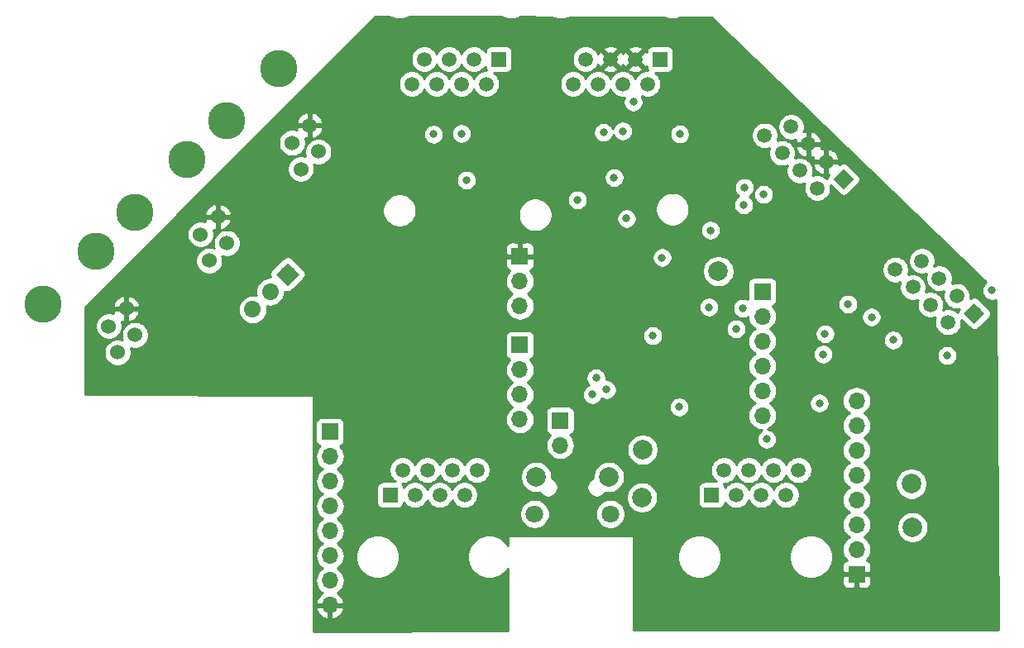
<source format=gbr>
G04 #@! TF.GenerationSoftware,KiCad,Pcbnew,(5.1.4)-1*
G04 #@! TF.CreationDate,2019-10-19T14:09:24-04:00*
G04 #@! TF.ProjectId,I2C Bus Board,49324320-4275-4732-9042-6f6172642e6b,rev?*
G04 #@! TF.SameCoordinates,Original*
G04 #@! TF.FileFunction,Copper,L2,Inr*
G04 #@! TF.FilePolarity,Positive*
%FSLAX46Y46*%
G04 Gerber Fmt 4.6, Leading zero omitted, Abs format (unit mm)*
G04 Created by KiCad (PCBNEW (5.1.4)-1) date 2019-10-19 14:09:24*
%MOMM*%
%LPD*%
G04 APERTURE LIST*
%ADD10C,1.500000*%
%ADD11C,0.100000*%
%ADD12R,1.500000X1.500000*%
%ADD13C,2.000000*%
%ADD14R,1.700000X1.700000*%
%ADD15O,1.700000X1.700000*%
%ADD16C,1.800000*%
%ADD17C,1.524000*%
%ADD18C,3.800000*%
%ADD19C,1.700000*%
%ADD20C,1.700000*%
%ADD21C,0.800000*%
%ADD22C,0.254000*%
G04 APERTURE END LIST*
D10*
X218483125Y-50741920D03*
X221177202Y-49843894D03*
X220279177Y-52537971D03*
X222973254Y-51639946D03*
X222075228Y-54334022D03*
X224769305Y-53435997D03*
X223871279Y-56130074D03*
X226565356Y-55232048D03*
D11*
G36*
X227626016Y-55232048D02*
G01*
X226565356Y-56292708D01*
X225504696Y-55232048D01*
X226565356Y-54171388D01*
X227626016Y-55232048D01*
X227626016Y-55232048D01*
G37*
D10*
X239945938Y-68971840D03*
D11*
G36*
X241006598Y-68971840D02*
G01*
X239945938Y-70032500D01*
X238885278Y-68971840D01*
X239945938Y-67911180D01*
X241006598Y-68971840D01*
X241006598Y-68971840D01*
G37*
D10*
X237251861Y-69869866D03*
X238149887Y-67175789D03*
X235455810Y-68073814D03*
X236353836Y-65379738D03*
X233659759Y-66277763D03*
X234557784Y-63583686D03*
X231863707Y-64481712D03*
D12*
X180149500Y-87566500D03*
D10*
X181419500Y-85026500D03*
X182689500Y-87566500D03*
X183959500Y-85026500D03*
X185229500Y-87566500D03*
X186499500Y-85026500D03*
X187769500Y-87566500D03*
X189039500Y-85026500D03*
X221932500Y-85026500D03*
X220662500Y-87566500D03*
X219392500Y-85026500D03*
X218122500Y-87566500D03*
X216852500Y-85026500D03*
X215582500Y-87566500D03*
X214312500Y-85026500D03*
D12*
X213042500Y-87566500D03*
D13*
X205930500Y-87820500D03*
D10*
X198882000Y-45466000D03*
X200152000Y-42926000D03*
X201422000Y-45466000D03*
X202692000Y-42926000D03*
X203962000Y-45466000D03*
X205232000Y-42926000D03*
X206502000Y-45466000D03*
D12*
X207772000Y-42926000D03*
D14*
X227901500Y-95694500D03*
D15*
X227901500Y-93154500D03*
X227901500Y-90614500D03*
X227901500Y-88074500D03*
X227901500Y-85534500D03*
X227901500Y-82994500D03*
X227901500Y-80454500D03*
X227901500Y-77914500D03*
D12*
X191262000Y-42926000D03*
D10*
X189992000Y-45466000D03*
X188722000Y-42926000D03*
X187452000Y-45466000D03*
X186182000Y-42926000D03*
X184912000Y-45466000D03*
X183642000Y-42926000D03*
X182372000Y-45466000D03*
D15*
X193421000Y-68199000D03*
X193421000Y-65659000D03*
D14*
X193421000Y-63119000D03*
X193421000Y-72199500D03*
D15*
X193421000Y-74739500D03*
X193421000Y-77279500D03*
X193421000Y-79819500D03*
D13*
X195093500Y-85716500D03*
X202543500Y-85716500D03*
D16*
X194943500Y-89516500D03*
X202693500Y-89516500D03*
D15*
X173990000Y-98869500D03*
X173990000Y-96329500D03*
X173990000Y-93789500D03*
X173990000Y-91249500D03*
X173990000Y-88709500D03*
X173990000Y-86169500D03*
X173990000Y-83629500D03*
D14*
X173990000Y-81089500D03*
D17*
X171904817Y-49699017D03*
X172802843Y-52393093D03*
X171006792Y-54189145D03*
X170108766Y-51495068D03*
D18*
X163373574Y-49250004D03*
X168761728Y-43861850D03*
X159386552Y-53237026D03*
X153998398Y-58625180D03*
D17*
X160733590Y-60870244D03*
X161631616Y-63564321D03*
X163427667Y-61768269D03*
X162529641Y-59074193D03*
X153144214Y-68475885D03*
X154042240Y-71169961D03*
X152246189Y-72966013D03*
X151348163Y-70271936D03*
D18*
X144612971Y-68026872D03*
X150001125Y-62638718D03*
D19*
X169672000Y-64960500D03*
D11*
G36*
X168469918Y-64960500D02*
G01*
X169672000Y-63758418D01*
X170874082Y-64960500D01*
X169672000Y-66162582D01*
X168469918Y-64960500D01*
X168469918Y-64960500D01*
G37*
D19*
X167875949Y-66756551D03*
D20*
X167875949Y-66756551D02*
X167875949Y-66756551D01*
D19*
X166079898Y-68552602D03*
D20*
X166079898Y-68552602D02*
X166079898Y-68552602D01*
D14*
X218249500Y-66738500D03*
D15*
X218249500Y-69278500D03*
X218249500Y-71818500D03*
X218249500Y-74358500D03*
X218249500Y-76898500D03*
X218249500Y-79438500D03*
D14*
X197548500Y-79946500D03*
D15*
X197548500Y-82486500D03*
D13*
X233489500Y-86423500D03*
X233616500Y-90868500D03*
X213741000Y-64643000D03*
X205994000Y-82931000D03*
D21*
X223710500Y-75604500D03*
X233997500Y-60198000D03*
X210312000Y-83971000D03*
X225855500Y-87679500D03*
X204470000Y-55308500D03*
X229041309Y-75927401D03*
X204597000Y-63309500D03*
X214439500Y-78031000D03*
X235966000Y-74155235D03*
X191248000Y-53163500D03*
X181483000Y-52832000D03*
X212280500Y-54673500D03*
X221678500Y-59118500D03*
X224082572Y-78159572D03*
X241744500Y-66611500D03*
X207986500Y-63246000D03*
X209790000Y-50595500D03*
X205041500Y-47307500D03*
X237155223Y-73279000D03*
X224472500Y-73152000D03*
X215568500Y-70562500D03*
X209740500Y-78549500D03*
X212927468Y-60452000D03*
X224663000Y-71056500D03*
X204343000Y-59245500D03*
X218694000Y-81851500D03*
X199326500Y-57340500D03*
X203073000Y-55054500D03*
X187960000Y-55308500D03*
X216344500Y-57848500D03*
X227012500Y-68008500D03*
X216241999Y-68428501D03*
X212788500Y-68326000D03*
X207024000Y-71261000D03*
X200850500Y-77279500D03*
X202311000Y-76771500D03*
X201231500Y-75565000D03*
X203962000Y-50292000D03*
X201993500Y-50419000D03*
X229418751Y-69342000D03*
X231648000Y-71691500D03*
X184594500Y-50609500D03*
X187452000Y-50546000D03*
X218376500Y-56769000D03*
X216408000Y-56070500D03*
D22*
G36*
X180033272Y-38549910D02*
G01*
X180043331Y-38556631D01*
X180450075Y-38725110D01*
X180881872Y-38811000D01*
X181322128Y-38811000D01*
X181753925Y-38725110D01*
X182158036Y-38557721D01*
X191559408Y-38592285D01*
X191880075Y-38725110D01*
X192311872Y-38811000D01*
X192752128Y-38811000D01*
X193183925Y-38725110D01*
X193487479Y-38599374D01*
X196684901Y-38611129D01*
X196960075Y-38725110D01*
X197391872Y-38811000D01*
X197832128Y-38811000D01*
X198263925Y-38725110D01*
X198522786Y-38617886D01*
X208217260Y-38653528D01*
X208390075Y-38725110D01*
X208821872Y-38811000D01*
X209262128Y-38811000D01*
X209693925Y-38725110D01*
X209852228Y-38659539D01*
X213054598Y-38671312D01*
X241173177Y-65748462D01*
X241084726Y-65807563D01*
X240940563Y-65951726D01*
X240827295Y-66121244D01*
X240749274Y-66309602D01*
X240709500Y-66509561D01*
X240709500Y-66713439D01*
X240749274Y-66913398D01*
X240827295Y-67101756D01*
X240940563Y-67271274D01*
X241084726Y-67415437D01*
X241254244Y-67528705D01*
X241442602Y-67606726D01*
X241642561Y-67646500D01*
X241846439Y-67646500D01*
X242046398Y-67606726D01*
X242134227Y-67570346D01*
X242441838Y-101346000D01*
X205105000Y-101346000D01*
X205105000Y-96544500D01*
X226413428Y-96544500D01*
X226425688Y-96668982D01*
X226461998Y-96788680D01*
X226520963Y-96898994D01*
X226600315Y-96995685D01*
X226697006Y-97075037D01*
X226807320Y-97134002D01*
X226927018Y-97170312D01*
X227051500Y-97182572D01*
X227615750Y-97179500D01*
X227774500Y-97020750D01*
X227774500Y-95821500D01*
X228028500Y-95821500D01*
X228028500Y-97020750D01*
X228187250Y-97179500D01*
X228751500Y-97182572D01*
X228875982Y-97170312D01*
X228995680Y-97134002D01*
X229105994Y-97075037D01*
X229202685Y-96995685D01*
X229282037Y-96898994D01*
X229341002Y-96788680D01*
X229377312Y-96668982D01*
X229389572Y-96544500D01*
X229386500Y-95980250D01*
X229227750Y-95821500D01*
X228028500Y-95821500D01*
X227774500Y-95821500D01*
X226575250Y-95821500D01*
X226416500Y-95980250D01*
X226413428Y-96544500D01*
X205105000Y-96544500D01*
X205105000Y-93696372D01*
X209537500Y-93696372D01*
X209537500Y-94136628D01*
X209623390Y-94568425D01*
X209791869Y-94975169D01*
X210036462Y-95341229D01*
X210347771Y-95652538D01*
X210713831Y-95897131D01*
X211120575Y-96065610D01*
X211552372Y-96151500D01*
X211992628Y-96151500D01*
X212424425Y-96065610D01*
X212831169Y-95897131D01*
X213197229Y-95652538D01*
X213508538Y-95341229D01*
X213753131Y-94975169D01*
X213921610Y-94568425D01*
X214007500Y-94136628D01*
X214007500Y-93696372D01*
X220967500Y-93696372D01*
X220967500Y-94136628D01*
X221053390Y-94568425D01*
X221221869Y-94975169D01*
X221466462Y-95341229D01*
X221777771Y-95652538D01*
X222143831Y-95897131D01*
X222550575Y-96065610D01*
X222982372Y-96151500D01*
X223422628Y-96151500D01*
X223854425Y-96065610D01*
X224261169Y-95897131D01*
X224627229Y-95652538D01*
X224938538Y-95341229D01*
X225183131Y-94975169D01*
X225351610Y-94568425D01*
X225437500Y-94136628D01*
X225437500Y-93696372D01*
X225351610Y-93264575D01*
X225183131Y-92857831D01*
X224938538Y-92491771D01*
X224627229Y-92180462D01*
X224261169Y-91935869D01*
X223854425Y-91767390D01*
X223422628Y-91681500D01*
X222982372Y-91681500D01*
X222550575Y-91767390D01*
X222143831Y-91935869D01*
X221777771Y-92180462D01*
X221466462Y-92491771D01*
X221221869Y-92857831D01*
X221053390Y-93264575D01*
X220967500Y-93696372D01*
X214007500Y-93696372D01*
X213921610Y-93264575D01*
X213753131Y-92857831D01*
X213508538Y-92491771D01*
X213197229Y-92180462D01*
X212831169Y-91935869D01*
X212424425Y-91767390D01*
X211992628Y-91681500D01*
X211552372Y-91681500D01*
X211120575Y-91767390D01*
X210713831Y-91935869D01*
X210347771Y-92180462D01*
X210036462Y-92491771D01*
X209791869Y-92857831D01*
X209623390Y-93264575D01*
X209537500Y-93696372D01*
X205105000Y-93696372D01*
X205105000Y-91821000D01*
X205102560Y-91796224D01*
X205095333Y-91772399D01*
X205083597Y-91750443D01*
X205067803Y-91731197D01*
X205048557Y-91715403D01*
X205026601Y-91703667D01*
X205002776Y-91696440D01*
X204978000Y-91694000D01*
X192341500Y-91694000D01*
X192316724Y-91696440D01*
X192292899Y-91703667D01*
X192270943Y-91715403D01*
X192251697Y-91731197D01*
X192235903Y-91750443D01*
X192224167Y-91772399D01*
X192216940Y-91796224D01*
X192214500Y-91821000D01*
X192214500Y-92744641D01*
X192045538Y-92491771D01*
X191734229Y-92180462D01*
X191368169Y-91935869D01*
X190961425Y-91767390D01*
X190529628Y-91681500D01*
X190089372Y-91681500D01*
X189657575Y-91767390D01*
X189250831Y-91935869D01*
X188884771Y-92180462D01*
X188573462Y-92491771D01*
X188328869Y-92857831D01*
X188160390Y-93264575D01*
X188074500Y-93696372D01*
X188074500Y-94136628D01*
X188160390Y-94568425D01*
X188328869Y-94975169D01*
X188573462Y-95341229D01*
X188884771Y-95652538D01*
X189250831Y-95897131D01*
X189657575Y-96065610D01*
X190089372Y-96151500D01*
X190529628Y-96151500D01*
X190961425Y-96065610D01*
X191368169Y-95897131D01*
X191734229Y-95652538D01*
X192045538Y-95341229D01*
X192214500Y-95088359D01*
X192214500Y-101473399D01*
X172275500Y-101536100D01*
X172275500Y-99226390D01*
X172548524Y-99226390D01*
X172593175Y-99373599D01*
X172718359Y-99636420D01*
X172892412Y-99869769D01*
X173108645Y-100064678D01*
X173358748Y-100213657D01*
X173633109Y-100310981D01*
X173863000Y-100190314D01*
X173863000Y-98996500D01*
X174117000Y-98996500D01*
X174117000Y-100190314D01*
X174346891Y-100310981D01*
X174621252Y-100213657D01*
X174871355Y-100064678D01*
X175087588Y-99869769D01*
X175261641Y-99636420D01*
X175386825Y-99373599D01*
X175431476Y-99226390D01*
X175310155Y-98996500D01*
X174117000Y-98996500D01*
X173863000Y-98996500D01*
X172669845Y-98996500D01*
X172548524Y-99226390D01*
X172275500Y-99226390D01*
X172275500Y-83629500D01*
X172497815Y-83629500D01*
X172526487Y-83920611D01*
X172611401Y-84200534D01*
X172749294Y-84458514D01*
X172934866Y-84684634D01*
X173160986Y-84870206D01*
X173215791Y-84899500D01*
X173160986Y-84928794D01*
X172934866Y-85114366D01*
X172749294Y-85340486D01*
X172611401Y-85598466D01*
X172526487Y-85878389D01*
X172497815Y-86169500D01*
X172526487Y-86460611D01*
X172611401Y-86740534D01*
X172749294Y-86998514D01*
X172934866Y-87224634D01*
X173160986Y-87410206D01*
X173215791Y-87439500D01*
X173160986Y-87468794D01*
X172934866Y-87654366D01*
X172749294Y-87880486D01*
X172611401Y-88138466D01*
X172526487Y-88418389D01*
X172497815Y-88709500D01*
X172526487Y-89000611D01*
X172611401Y-89280534D01*
X172749294Y-89538514D01*
X172934866Y-89764634D01*
X173160986Y-89950206D01*
X173215791Y-89979500D01*
X173160986Y-90008794D01*
X172934866Y-90194366D01*
X172749294Y-90420486D01*
X172611401Y-90678466D01*
X172526487Y-90958389D01*
X172497815Y-91249500D01*
X172526487Y-91540611D01*
X172611401Y-91820534D01*
X172749294Y-92078514D01*
X172934866Y-92304634D01*
X173160986Y-92490206D01*
X173215791Y-92519500D01*
X173160986Y-92548794D01*
X172934866Y-92734366D01*
X172749294Y-92960486D01*
X172611401Y-93218466D01*
X172526487Y-93498389D01*
X172497815Y-93789500D01*
X172526487Y-94080611D01*
X172611401Y-94360534D01*
X172749294Y-94618514D01*
X172934866Y-94844634D01*
X173160986Y-95030206D01*
X173215791Y-95059500D01*
X173160986Y-95088794D01*
X172934866Y-95274366D01*
X172749294Y-95500486D01*
X172611401Y-95758466D01*
X172526487Y-96038389D01*
X172497815Y-96329500D01*
X172526487Y-96620611D01*
X172611401Y-96900534D01*
X172749294Y-97158514D01*
X172934866Y-97384634D01*
X173160986Y-97570206D01*
X173225523Y-97604701D01*
X173108645Y-97674322D01*
X172892412Y-97869231D01*
X172718359Y-98102580D01*
X172593175Y-98365401D01*
X172548524Y-98512610D01*
X172669845Y-98742500D01*
X173863000Y-98742500D01*
X173863000Y-98722500D01*
X174117000Y-98722500D01*
X174117000Y-98742500D01*
X175310155Y-98742500D01*
X175431476Y-98512610D01*
X175386825Y-98365401D01*
X175261641Y-98102580D01*
X175087588Y-97869231D01*
X174871355Y-97674322D01*
X174754477Y-97604701D01*
X174819014Y-97570206D01*
X175045134Y-97384634D01*
X175230706Y-97158514D01*
X175368599Y-96900534D01*
X175453513Y-96620611D01*
X175482185Y-96329500D01*
X175453513Y-96038389D01*
X175368599Y-95758466D01*
X175230706Y-95500486D01*
X175045134Y-95274366D01*
X174819014Y-95088794D01*
X174764209Y-95059500D01*
X174819014Y-95030206D01*
X175045134Y-94844634D01*
X175230706Y-94618514D01*
X175368599Y-94360534D01*
X175453513Y-94080611D01*
X175482185Y-93789500D01*
X175473013Y-93696372D01*
X176644500Y-93696372D01*
X176644500Y-94136628D01*
X176730390Y-94568425D01*
X176898869Y-94975169D01*
X177143462Y-95341229D01*
X177454771Y-95652538D01*
X177820831Y-95897131D01*
X178227575Y-96065610D01*
X178659372Y-96151500D01*
X179099628Y-96151500D01*
X179531425Y-96065610D01*
X179938169Y-95897131D01*
X180304229Y-95652538D01*
X180615538Y-95341229D01*
X180860131Y-94975169D01*
X181028610Y-94568425D01*
X181114500Y-94136628D01*
X181114500Y-93696372D01*
X181028610Y-93264575D01*
X180860131Y-92857831D01*
X180615538Y-92491771D01*
X180304229Y-92180462D01*
X179938169Y-91935869D01*
X179531425Y-91767390D01*
X179099628Y-91681500D01*
X178659372Y-91681500D01*
X178227575Y-91767390D01*
X177820831Y-91935869D01*
X177454771Y-92180462D01*
X177143462Y-92491771D01*
X176898869Y-92857831D01*
X176730390Y-93264575D01*
X176644500Y-93696372D01*
X175473013Y-93696372D01*
X175453513Y-93498389D01*
X175368599Y-93218466D01*
X175230706Y-92960486D01*
X175045134Y-92734366D01*
X174819014Y-92548794D01*
X174764209Y-92519500D01*
X174819014Y-92490206D01*
X175045134Y-92304634D01*
X175230706Y-92078514D01*
X175368599Y-91820534D01*
X175453513Y-91540611D01*
X175482185Y-91249500D01*
X175453513Y-90958389D01*
X175368599Y-90678466D01*
X175230706Y-90420486D01*
X175045134Y-90194366D01*
X174819014Y-90008794D01*
X174764209Y-89979500D01*
X174819014Y-89950206D01*
X175045134Y-89764634D01*
X175230706Y-89538514D01*
X175323282Y-89365316D01*
X193408500Y-89365316D01*
X193408500Y-89667684D01*
X193467489Y-89964243D01*
X193583201Y-90243595D01*
X193751188Y-90495005D01*
X193964995Y-90708812D01*
X194216405Y-90876799D01*
X194495757Y-90992511D01*
X194792316Y-91051500D01*
X195094684Y-91051500D01*
X195391243Y-90992511D01*
X195670595Y-90876799D01*
X195922005Y-90708812D01*
X196135812Y-90495005D01*
X196303799Y-90243595D01*
X196419511Y-89964243D01*
X196478500Y-89667684D01*
X196478500Y-89365316D01*
X201158500Y-89365316D01*
X201158500Y-89667684D01*
X201217489Y-89964243D01*
X201333201Y-90243595D01*
X201501188Y-90495005D01*
X201714995Y-90708812D01*
X201966405Y-90876799D01*
X202245757Y-90992511D01*
X202542316Y-91051500D01*
X202844684Y-91051500D01*
X203141243Y-90992511D01*
X203420595Y-90876799D01*
X203672005Y-90708812D01*
X203885812Y-90495005D01*
X204053799Y-90243595D01*
X204169511Y-89964243D01*
X204228500Y-89667684D01*
X204228500Y-89365316D01*
X204169511Y-89068757D01*
X204053799Y-88789405D01*
X203885812Y-88537995D01*
X203672005Y-88324188D01*
X203420595Y-88156201D01*
X203141243Y-88040489D01*
X202844684Y-87981500D01*
X202542316Y-87981500D01*
X202245757Y-88040489D01*
X201966405Y-88156201D01*
X201714995Y-88324188D01*
X201501188Y-88537995D01*
X201333201Y-88789405D01*
X201217489Y-89068757D01*
X201158500Y-89365316D01*
X196478500Y-89365316D01*
X196419511Y-89068757D01*
X196303799Y-88789405D01*
X196135812Y-88537995D01*
X195922005Y-88324188D01*
X195670595Y-88156201D01*
X195391243Y-88040489D01*
X195094684Y-87981500D01*
X194792316Y-87981500D01*
X194495757Y-88040489D01*
X194216405Y-88156201D01*
X193964995Y-88324188D01*
X193751188Y-88537995D01*
X193583201Y-88789405D01*
X193467489Y-89068757D01*
X193408500Y-89365316D01*
X175323282Y-89365316D01*
X175368599Y-89280534D01*
X175453513Y-89000611D01*
X175482185Y-88709500D01*
X175453513Y-88418389D01*
X175368599Y-88138466D01*
X175230706Y-87880486D01*
X175045134Y-87654366D01*
X174819014Y-87468794D01*
X174764209Y-87439500D01*
X174819014Y-87410206D01*
X175045134Y-87224634D01*
X175230706Y-86998514D01*
X175327994Y-86816500D01*
X178761428Y-86816500D01*
X178761428Y-88316500D01*
X178773688Y-88440982D01*
X178809998Y-88560680D01*
X178868963Y-88670994D01*
X178948315Y-88767685D01*
X179045006Y-88847037D01*
X179155320Y-88906002D01*
X179275018Y-88942312D01*
X179399500Y-88954572D01*
X180899500Y-88954572D01*
X181023982Y-88942312D01*
X181143680Y-88906002D01*
X181253994Y-88847037D01*
X181350685Y-88767685D01*
X181430037Y-88670994D01*
X181489002Y-88560680D01*
X181525312Y-88440982D01*
X181535945Y-88333017D01*
X181613701Y-88449386D01*
X181806614Y-88642299D01*
X182033457Y-88793871D01*
X182285511Y-88898275D01*
X182553089Y-88951500D01*
X182825911Y-88951500D01*
X183093489Y-88898275D01*
X183345543Y-88793871D01*
X183572386Y-88642299D01*
X183765299Y-88449386D01*
X183916871Y-88222543D01*
X183959500Y-88119627D01*
X184002129Y-88222543D01*
X184153701Y-88449386D01*
X184346614Y-88642299D01*
X184573457Y-88793871D01*
X184825511Y-88898275D01*
X185093089Y-88951500D01*
X185365911Y-88951500D01*
X185633489Y-88898275D01*
X185885543Y-88793871D01*
X186112386Y-88642299D01*
X186305299Y-88449386D01*
X186456871Y-88222543D01*
X186499500Y-88119627D01*
X186542129Y-88222543D01*
X186693701Y-88449386D01*
X186886614Y-88642299D01*
X187113457Y-88793871D01*
X187365511Y-88898275D01*
X187633089Y-88951500D01*
X187905911Y-88951500D01*
X188173489Y-88898275D01*
X188425543Y-88793871D01*
X188652386Y-88642299D01*
X188845299Y-88449386D01*
X188996871Y-88222543D01*
X189101275Y-87970489D01*
X189154500Y-87702911D01*
X189154500Y-87430089D01*
X189101275Y-87162511D01*
X188996871Y-86910457D01*
X188845299Y-86683614D01*
X188652386Y-86490701D01*
X188425543Y-86339129D01*
X188173489Y-86234725D01*
X187905911Y-86181500D01*
X187633089Y-86181500D01*
X187365511Y-86234725D01*
X187113457Y-86339129D01*
X186886614Y-86490701D01*
X186693701Y-86683614D01*
X186542129Y-86910457D01*
X186499500Y-87013373D01*
X186456871Y-86910457D01*
X186305299Y-86683614D01*
X186112386Y-86490701D01*
X185885543Y-86339129D01*
X185633489Y-86234725D01*
X185365911Y-86181500D01*
X185093089Y-86181500D01*
X184825511Y-86234725D01*
X184573457Y-86339129D01*
X184346614Y-86490701D01*
X184153701Y-86683614D01*
X184002129Y-86910457D01*
X183959500Y-87013373D01*
X183916871Y-86910457D01*
X183765299Y-86683614D01*
X183572386Y-86490701D01*
X183345543Y-86339129D01*
X183093489Y-86234725D01*
X182825911Y-86181500D01*
X182553089Y-86181500D01*
X182285511Y-86234725D01*
X182033457Y-86339129D01*
X181806614Y-86490701D01*
X181613701Y-86683614D01*
X181535945Y-86799983D01*
X181525312Y-86692018D01*
X181489002Y-86572320D01*
X181430037Y-86462006D01*
X181388588Y-86411500D01*
X181555911Y-86411500D01*
X181823489Y-86358275D01*
X182075543Y-86253871D01*
X182302386Y-86102299D01*
X182495299Y-85909386D01*
X182646871Y-85682543D01*
X182689500Y-85579627D01*
X182732129Y-85682543D01*
X182883701Y-85909386D01*
X183076614Y-86102299D01*
X183303457Y-86253871D01*
X183555511Y-86358275D01*
X183823089Y-86411500D01*
X184095911Y-86411500D01*
X184363489Y-86358275D01*
X184615543Y-86253871D01*
X184842386Y-86102299D01*
X185035299Y-85909386D01*
X185186871Y-85682543D01*
X185229500Y-85579627D01*
X185272129Y-85682543D01*
X185423701Y-85909386D01*
X185616614Y-86102299D01*
X185843457Y-86253871D01*
X186095511Y-86358275D01*
X186363089Y-86411500D01*
X186635911Y-86411500D01*
X186903489Y-86358275D01*
X187155543Y-86253871D01*
X187382386Y-86102299D01*
X187575299Y-85909386D01*
X187726871Y-85682543D01*
X187769500Y-85579627D01*
X187812129Y-85682543D01*
X187963701Y-85909386D01*
X188156614Y-86102299D01*
X188383457Y-86253871D01*
X188635511Y-86358275D01*
X188903089Y-86411500D01*
X189175911Y-86411500D01*
X189443489Y-86358275D01*
X189695543Y-86253871D01*
X189922386Y-86102299D01*
X190115299Y-85909386D01*
X190266871Y-85682543D01*
X190319507Y-85555467D01*
X193458500Y-85555467D01*
X193458500Y-85877533D01*
X193521332Y-86193412D01*
X193644582Y-86490963D01*
X193823513Y-86758752D01*
X194051248Y-86986487D01*
X194319037Y-87165418D01*
X194616588Y-87288668D01*
X194932467Y-87351500D01*
X195254533Y-87351500D01*
X195439956Y-87314617D01*
X195514563Y-87426274D01*
X195658726Y-87570437D01*
X195828244Y-87683705D01*
X196016602Y-87761726D01*
X196216561Y-87801500D01*
X196420439Y-87801500D01*
X196620398Y-87761726D01*
X196808756Y-87683705D01*
X196978274Y-87570437D01*
X197122437Y-87426274D01*
X197235705Y-87256756D01*
X197313726Y-87068398D01*
X197353500Y-86868439D01*
X197353500Y-86664561D01*
X200283500Y-86664561D01*
X200283500Y-86868439D01*
X200323274Y-87068398D01*
X200401295Y-87256756D01*
X200514563Y-87426274D01*
X200658726Y-87570437D01*
X200828244Y-87683705D01*
X201016602Y-87761726D01*
X201216561Y-87801500D01*
X201420439Y-87801500D01*
X201620398Y-87761726D01*
X201808756Y-87683705D01*
X201845030Y-87659467D01*
X204295500Y-87659467D01*
X204295500Y-87981533D01*
X204358332Y-88297412D01*
X204481582Y-88594963D01*
X204660513Y-88862752D01*
X204888248Y-89090487D01*
X205156037Y-89269418D01*
X205453588Y-89392668D01*
X205769467Y-89455500D01*
X206091533Y-89455500D01*
X206407412Y-89392668D01*
X206704963Y-89269418D01*
X206972752Y-89090487D01*
X207200487Y-88862752D01*
X207379418Y-88594963D01*
X207502668Y-88297412D01*
X207565500Y-87981533D01*
X207565500Y-87659467D01*
X207502668Y-87343588D01*
X207379418Y-87046037D01*
X207226047Y-86816500D01*
X211654428Y-86816500D01*
X211654428Y-88316500D01*
X211666688Y-88440982D01*
X211702998Y-88560680D01*
X211761963Y-88670994D01*
X211841315Y-88767685D01*
X211938006Y-88847037D01*
X212048320Y-88906002D01*
X212168018Y-88942312D01*
X212292500Y-88954572D01*
X213792500Y-88954572D01*
X213916982Y-88942312D01*
X214036680Y-88906002D01*
X214146994Y-88847037D01*
X214243685Y-88767685D01*
X214323037Y-88670994D01*
X214382002Y-88560680D01*
X214418312Y-88440982D01*
X214428945Y-88333017D01*
X214506701Y-88449386D01*
X214699614Y-88642299D01*
X214926457Y-88793871D01*
X215178511Y-88898275D01*
X215446089Y-88951500D01*
X215718911Y-88951500D01*
X215986489Y-88898275D01*
X216238543Y-88793871D01*
X216465386Y-88642299D01*
X216658299Y-88449386D01*
X216809871Y-88222543D01*
X216852500Y-88119627D01*
X216895129Y-88222543D01*
X217046701Y-88449386D01*
X217239614Y-88642299D01*
X217466457Y-88793871D01*
X217718511Y-88898275D01*
X217986089Y-88951500D01*
X218258911Y-88951500D01*
X218526489Y-88898275D01*
X218778543Y-88793871D01*
X219005386Y-88642299D01*
X219198299Y-88449386D01*
X219349871Y-88222543D01*
X219392500Y-88119627D01*
X219435129Y-88222543D01*
X219586701Y-88449386D01*
X219779614Y-88642299D01*
X220006457Y-88793871D01*
X220258511Y-88898275D01*
X220526089Y-88951500D01*
X220798911Y-88951500D01*
X221066489Y-88898275D01*
X221318543Y-88793871D01*
X221545386Y-88642299D01*
X221738299Y-88449386D01*
X221889871Y-88222543D01*
X221994275Y-87970489D01*
X222047500Y-87702911D01*
X222047500Y-87430089D01*
X221994275Y-87162511D01*
X221889871Y-86910457D01*
X221738299Y-86683614D01*
X221545386Y-86490701D01*
X221318543Y-86339129D01*
X221066489Y-86234725D01*
X220798911Y-86181500D01*
X220526089Y-86181500D01*
X220258511Y-86234725D01*
X220006457Y-86339129D01*
X219779614Y-86490701D01*
X219586701Y-86683614D01*
X219435129Y-86910457D01*
X219392500Y-87013373D01*
X219349871Y-86910457D01*
X219198299Y-86683614D01*
X219005386Y-86490701D01*
X218778543Y-86339129D01*
X218526489Y-86234725D01*
X218258911Y-86181500D01*
X217986089Y-86181500D01*
X217718511Y-86234725D01*
X217466457Y-86339129D01*
X217239614Y-86490701D01*
X217046701Y-86683614D01*
X216895129Y-86910457D01*
X216852500Y-87013373D01*
X216809871Y-86910457D01*
X216658299Y-86683614D01*
X216465386Y-86490701D01*
X216238543Y-86339129D01*
X215986489Y-86234725D01*
X215718911Y-86181500D01*
X215446089Y-86181500D01*
X215178511Y-86234725D01*
X214926457Y-86339129D01*
X214699614Y-86490701D01*
X214506701Y-86683614D01*
X214428945Y-86799983D01*
X214418312Y-86692018D01*
X214382002Y-86572320D01*
X214323037Y-86462006D01*
X214281588Y-86411500D01*
X214448911Y-86411500D01*
X214716489Y-86358275D01*
X214968543Y-86253871D01*
X215195386Y-86102299D01*
X215388299Y-85909386D01*
X215539871Y-85682543D01*
X215582500Y-85579627D01*
X215625129Y-85682543D01*
X215776701Y-85909386D01*
X215969614Y-86102299D01*
X216196457Y-86253871D01*
X216448511Y-86358275D01*
X216716089Y-86411500D01*
X216988911Y-86411500D01*
X217256489Y-86358275D01*
X217508543Y-86253871D01*
X217735386Y-86102299D01*
X217928299Y-85909386D01*
X218079871Y-85682543D01*
X218122500Y-85579627D01*
X218165129Y-85682543D01*
X218316701Y-85909386D01*
X218509614Y-86102299D01*
X218736457Y-86253871D01*
X218988511Y-86358275D01*
X219256089Y-86411500D01*
X219528911Y-86411500D01*
X219796489Y-86358275D01*
X220048543Y-86253871D01*
X220275386Y-86102299D01*
X220468299Y-85909386D01*
X220619871Y-85682543D01*
X220662500Y-85579627D01*
X220705129Y-85682543D01*
X220856701Y-85909386D01*
X221049614Y-86102299D01*
X221276457Y-86253871D01*
X221528511Y-86358275D01*
X221796089Y-86411500D01*
X222068911Y-86411500D01*
X222336489Y-86358275D01*
X222588543Y-86253871D01*
X222815386Y-86102299D01*
X223008299Y-85909386D01*
X223159871Y-85682543D01*
X223264275Y-85430489D01*
X223317500Y-85162911D01*
X223317500Y-84890089D01*
X223264275Y-84622511D01*
X223159871Y-84370457D01*
X223008299Y-84143614D01*
X222815386Y-83950701D01*
X222588543Y-83799129D01*
X222336489Y-83694725D01*
X222068911Y-83641500D01*
X221796089Y-83641500D01*
X221528511Y-83694725D01*
X221276457Y-83799129D01*
X221049614Y-83950701D01*
X220856701Y-84143614D01*
X220705129Y-84370457D01*
X220662500Y-84473373D01*
X220619871Y-84370457D01*
X220468299Y-84143614D01*
X220275386Y-83950701D01*
X220048543Y-83799129D01*
X219796489Y-83694725D01*
X219528911Y-83641500D01*
X219256089Y-83641500D01*
X218988511Y-83694725D01*
X218736457Y-83799129D01*
X218509614Y-83950701D01*
X218316701Y-84143614D01*
X218165129Y-84370457D01*
X218122500Y-84473373D01*
X218079871Y-84370457D01*
X217928299Y-84143614D01*
X217735386Y-83950701D01*
X217508543Y-83799129D01*
X217256489Y-83694725D01*
X216988911Y-83641500D01*
X216716089Y-83641500D01*
X216448511Y-83694725D01*
X216196457Y-83799129D01*
X215969614Y-83950701D01*
X215776701Y-84143614D01*
X215625129Y-84370457D01*
X215582500Y-84473373D01*
X215539871Y-84370457D01*
X215388299Y-84143614D01*
X215195386Y-83950701D01*
X214968543Y-83799129D01*
X214716489Y-83694725D01*
X214448911Y-83641500D01*
X214176089Y-83641500D01*
X213908511Y-83694725D01*
X213656457Y-83799129D01*
X213429614Y-83950701D01*
X213236701Y-84143614D01*
X213085129Y-84370457D01*
X212980725Y-84622511D01*
X212927500Y-84890089D01*
X212927500Y-85162911D01*
X212980725Y-85430489D01*
X213085129Y-85682543D01*
X213236701Y-85909386D01*
X213429614Y-86102299D01*
X213543549Y-86178428D01*
X212292500Y-86178428D01*
X212168018Y-86190688D01*
X212048320Y-86226998D01*
X211938006Y-86285963D01*
X211841315Y-86365315D01*
X211761963Y-86462006D01*
X211702998Y-86572320D01*
X211666688Y-86692018D01*
X211654428Y-86816500D01*
X207226047Y-86816500D01*
X207200487Y-86778248D01*
X206972752Y-86550513D01*
X206704963Y-86371582D01*
X206407412Y-86248332D01*
X206091533Y-86185500D01*
X205769467Y-86185500D01*
X205453588Y-86248332D01*
X205156037Y-86371582D01*
X204888248Y-86550513D01*
X204660513Y-86778248D01*
X204481582Y-87046037D01*
X204358332Y-87343588D01*
X204295500Y-87659467D01*
X201845030Y-87659467D01*
X201978274Y-87570437D01*
X202122437Y-87426274D01*
X202197044Y-87314617D01*
X202382467Y-87351500D01*
X202704533Y-87351500D01*
X203020412Y-87288668D01*
X203317963Y-87165418D01*
X203585752Y-86986487D01*
X203813487Y-86758752D01*
X203992418Y-86490963D01*
X204115668Y-86193412D01*
X204178500Y-85877533D01*
X204178500Y-85555467D01*
X204115668Y-85239588D01*
X203992418Y-84942037D01*
X203813487Y-84674248D01*
X203585752Y-84446513D01*
X203317963Y-84267582D01*
X203020412Y-84144332D01*
X202704533Y-84081500D01*
X202382467Y-84081500D01*
X202066588Y-84144332D01*
X201769037Y-84267582D01*
X201501248Y-84446513D01*
X201273513Y-84674248D01*
X201094582Y-84942037D01*
X200971332Y-85239588D01*
X200908500Y-85555467D01*
X200908500Y-85816052D01*
X200828244Y-85849295D01*
X200658726Y-85962563D01*
X200514563Y-86106726D01*
X200401295Y-86276244D01*
X200323274Y-86464602D01*
X200283500Y-86664561D01*
X197353500Y-86664561D01*
X197313726Y-86464602D01*
X197235705Y-86276244D01*
X197122437Y-86106726D01*
X196978274Y-85962563D01*
X196808756Y-85849295D01*
X196728500Y-85816052D01*
X196728500Y-85555467D01*
X196665668Y-85239588D01*
X196542418Y-84942037D01*
X196363487Y-84674248D01*
X196135752Y-84446513D01*
X195867963Y-84267582D01*
X195570412Y-84144332D01*
X195254533Y-84081500D01*
X194932467Y-84081500D01*
X194616588Y-84144332D01*
X194319037Y-84267582D01*
X194051248Y-84446513D01*
X193823513Y-84674248D01*
X193644582Y-84942037D01*
X193521332Y-85239588D01*
X193458500Y-85555467D01*
X190319507Y-85555467D01*
X190371275Y-85430489D01*
X190424500Y-85162911D01*
X190424500Y-84890089D01*
X190371275Y-84622511D01*
X190266871Y-84370457D01*
X190115299Y-84143614D01*
X189922386Y-83950701D01*
X189695543Y-83799129D01*
X189443489Y-83694725D01*
X189175911Y-83641500D01*
X188903089Y-83641500D01*
X188635511Y-83694725D01*
X188383457Y-83799129D01*
X188156614Y-83950701D01*
X187963701Y-84143614D01*
X187812129Y-84370457D01*
X187769500Y-84473373D01*
X187726871Y-84370457D01*
X187575299Y-84143614D01*
X187382386Y-83950701D01*
X187155543Y-83799129D01*
X186903489Y-83694725D01*
X186635911Y-83641500D01*
X186363089Y-83641500D01*
X186095511Y-83694725D01*
X185843457Y-83799129D01*
X185616614Y-83950701D01*
X185423701Y-84143614D01*
X185272129Y-84370457D01*
X185229500Y-84473373D01*
X185186871Y-84370457D01*
X185035299Y-84143614D01*
X184842386Y-83950701D01*
X184615543Y-83799129D01*
X184363489Y-83694725D01*
X184095911Y-83641500D01*
X183823089Y-83641500D01*
X183555511Y-83694725D01*
X183303457Y-83799129D01*
X183076614Y-83950701D01*
X182883701Y-84143614D01*
X182732129Y-84370457D01*
X182689500Y-84473373D01*
X182646871Y-84370457D01*
X182495299Y-84143614D01*
X182302386Y-83950701D01*
X182075543Y-83799129D01*
X181823489Y-83694725D01*
X181555911Y-83641500D01*
X181283089Y-83641500D01*
X181015511Y-83694725D01*
X180763457Y-83799129D01*
X180536614Y-83950701D01*
X180343701Y-84143614D01*
X180192129Y-84370457D01*
X180087725Y-84622511D01*
X180034500Y-84890089D01*
X180034500Y-85162911D01*
X180087725Y-85430489D01*
X180192129Y-85682543D01*
X180343701Y-85909386D01*
X180536614Y-86102299D01*
X180650549Y-86178428D01*
X179399500Y-86178428D01*
X179275018Y-86190688D01*
X179155320Y-86226998D01*
X179045006Y-86285963D01*
X178948315Y-86365315D01*
X178868963Y-86462006D01*
X178809998Y-86572320D01*
X178773688Y-86692018D01*
X178761428Y-86816500D01*
X175327994Y-86816500D01*
X175368599Y-86740534D01*
X175453513Y-86460611D01*
X175482185Y-86169500D01*
X175453513Y-85878389D01*
X175368599Y-85598466D01*
X175230706Y-85340486D01*
X175045134Y-85114366D01*
X174819014Y-84928794D01*
X174764209Y-84899500D01*
X174819014Y-84870206D01*
X175045134Y-84684634D01*
X175230706Y-84458514D01*
X175368599Y-84200534D01*
X175453513Y-83920611D01*
X175482185Y-83629500D01*
X175453513Y-83338389D01*
X175368599Y-83058466D01*
X175230706Y-82800486D01*
X175045134Y-82574366D01*
X175015313Y-82549893D01*
X175084180Y-82529002D01*
X175163694Y-82486500D01*
X196056315Y-82486500D01*
X196084987Y-82777611D01*
X196169901Y-83057534D01*
X196307794Y-83315514D01*
X196493366Y-83541634D01*
X196719486Y-83727206D01*
X196977466Y-83865099D01*
X197257389Y-83950013D01*
X197475550Y-83971500D01*
X197621450Y-83971500D01*
X197839611Y-83950013D01*
X198119534Y-83865099D01*
X198377514Y-83727206D01*
X198603634Y-83541634D01*
X198789206Y-83315514D01*
X198927099Y-83057534D01*
X199012013Y-82777611D01*
X199012765Y-82769967D01*
X204359000Y-82769967D01*
X204359000Y-83092033D01*
X204421832Y-83407912D01*
X204545082Y-83705463D01*
X204724013Y-83973252D01*
X204951748Y-84200987D01*
X205219537Y-84379918D01*
X205517088Y-84503168D01*
X205832967Y-84566000D01*
X206155033Y-84566000D01*
X206470912Y-84503168D01*
X206768463Y-84379918D01*
X207036252Y-84200987D01*
X207263987Y-83973252D01*
X207442918Y-83705463D01*
X207566168Y-83407912D01*
X207629000Y-83092033D01*
X207629000Y-82769967D01*
X207566168Y-82454088D01*
X207442918Y-82156537D01*
X207263987Y-81888748D01*
X207036252Y-81661013D01*
X206768463Y-81482082D01*
X206470912Y-81358832D01*
X206155033Y-81296000D01*
X205832967Y-81296000D01*
X205517088Y-81358832D01*
X205219537Y-81482082D01*
X204951748Y-81661013D01*
X204724013Y-81888748D01*
X204545082Y-82156537D01*
X204421832Y-82454088D01*
X204359000Y-82769967D01*
X199012765Y-82769967D01*
X199040685Y-82486500D01*
X199012013Y-82195389D01*
X198927099Y-81915466D01*
X198789206Y-81657486D01*
X198603634Y-81431366D01*
X198573813Y-81406893D01*
X198642680Y-81386002D01*
X198752994Y-81327037D01*
X198849685Y-81247685D01*
X198929037Y-81150994D01*
X198988002Y-81040680D01*
X199024312Y-80920982D01*
X199036572Y-80796500D01*
X199036572Y-79096500D01*
X199024312Y-78972018D01*
X198988002Y-78852320D01*
X198929037Y-78742006D01*
X198849685Y-78645315D01*
X198752994Y-78565963D01*
X198642680Y-78506998D01*
X198522982Y-78470688D01*
X198398500Y-78458428D01*
X196698500Y-78458428D01*
X196574018Y-78470688D01*
X196454320Y-78506998D01*
X196344006Y-78565963D01*
X196247315Y-78645315D01*
X196167963Y-78742006D01*
X196108998Y-78852320D01*
X196072688Y-78972018D01*
X196060428Y-79096500D01*
X196060428Y-80796500D01*
X196072688Y-80920982D01*
X196108998Y-81040680D01*
X196167963Y-81150994D01*
X196247315Y-81247685D01*
X196344006Y-81327037D01*
X196454320Y-81386002D01*
X196523187Y-81406893D01*
X196493366Y-81431366D01*
X196307794Y-81657486D01*
X196169901Y-81915466D01*
X196084987Y-82195389D01*
X196056315Y-82486500D01*
X175163694Y-82486500D01*
X175194494Y-82470037D01*
X175291185Y-82390685D01*
X175370537Y-82293994D01*
X175429502Y-82183680D01*
X175465812Y-82063982D01*
X175478072Y-81939500D01*
X175478072Y-80239500D01*
X175465812Y-80115018D01*
X175429502Y-79995320D01*
X175370537Y-79885006D01*
X175291185Y-79788315D01*
X175194494Y-79708963D01*
X175084180Y-79649998D01*
X174964482Y-79613688D01*
X174840000Y-79601428D01*
X173140000Y-79601428D01*
X173015518Y-79613688D01*
X172895820Y-79649998D01*
X172785506Y-79708963D01*
X172688815Y-79788315D01*
X172609463Y-79885006D01*
X172550498Y-79995320D01*
X172514188Y-80115018D01*
X172501928Y-80239500D01*
X172501928Y-81939500D01*
X172514188Y-82063982D01*
X172550498Y-82183680D01*
X172609463Y-82293994D01*
X172688815Y-82390685D01*
X172785506Y-82470037D01*
X172895820Y-82529002D01*
X172964687Y-82549893D01*
X172934866Y-82574366D01*
X172749294Y-82800486D01*
X172611401Y-83058466D01*
X172526487Y-83338389D01*
X172497815Y-83629500D01*
X172275500Y-83629500D01*
X172275500Y-77470000D01*
X172273060Y-77445224D01*
X172265833Y-77421399D01*
X172254097Y-77399443D01*
X172238303Y-77380197D01*
X172219057Y-77364403D01*
X172197101Y-77352667D01*
X172173276Y-77345440D01*
X172149192Y-77343002D01*
X148971000Y-77216690D01*
X148971000Y-74739500D01*
X191928815Y-74739500D01*
X191957487Y-75030611D01*
X192042401Y-75310534D01*
X192180294Y-75568514D01*
X192365866Y-75794634D01*
X192591986Y-75980206D01*
X192646791Y-76009500D01*
X192591986Y-76038794D01*
X192365866Y-76224366D01*
X192180294Y-76450486D01*
X192042401Y-76708466D01*
X191957487Y-76988389D01*
X191928815Y-77279500D01*
X191957487Y-77570611D01*
X192042401Y-77850534D01*
X192180294Y-78108514D01*
X192365866Y-78334634D01*
X192591986Y-78520206D01*
X192646791Y-78549500D01*
X192591986Y-78578794D01*
X192365866Y-78764366D01*
X192180294Y-78990486D01*
X192042401Y-79248466D01*
X191957487Y-79528389D01*
X191928815Y-79819500D01*
X191957487Y-80110611D01*
X192042401Y-80390534D01*
X192180294Y-80648514D01*
X192365866Y-80874634D01*
X192591986Y-81060206D01*
X192849966Y-81198099D01*
X193129889Y-81283013D01*
X193348050Y-81304500D01*
X193493950Y-81304500D01*
X193712111Y-81283013D01*
X193992034Y-81198099D01*
X194250014Y-81060206D01*
X194476134Y-80874634D01*
X194661706Y-80648514D01*
X194799599Y-80390534D01*
X194884513Y-80110611D01*
X194913185Y-79819500D01*
X194884513Y-79528389D01*
X194799599Y-79248466D01*
X194661706Y-78990486D01*
X194476134Y-78764366D01*
X194250014Y-78578794D01*
X194195209Y-78549500D01*
X194250014Y-78520206D01*
X194338532Y-78447561D01*
X208705500Y-78447561D01*
X208705500Y-78651439D01*
X208745274Y-78851398D01*
X208823295Y-79039756D01*
X208936563Y-79209274D01*
X209080726Y-79353437D01*
X209250244Y-79466705D01*
X209438602Y-79544726D01*
X209638561Y-79584500D01*
X209842439Y-79584500D01*
X210042398Y-79544726D01*
X210230756Y-79466705D01*
X210400274Y-79353437D01*
X210544437Y-79209274D01*
X210657705Y-79039756D01*
X210735726Y-78851398D01*
X210775500Y-78651439D01*
X210775500Y-78447561D01*
X210735726Y-78247602D01*
X210657705Y-78059244D01*
X210544437Y-77889726D01*
X210400274Y-77745563D01*
X210230756Y-77632295D01*
X210042398Y-77554274D01*
X209842439Y-77514500D01*
X209638561Y-77514500D01*
X209438602Y-77554274D01*
X209250244Y-77632295D01*
X209080726Y-77745563D01*
X208936563Y-77889726D01*
X208823295Y-78059244D01*
X208745274Y-78247602D01*
X208705500Y-78447561D01*
X194338532Y-78447561D01*
X194476134Y-78334634D01*
X194661706Y-78108514D01*
X194799599Y-77850534D01*
X194884513Y-77570611D01*
X194913185Y-77279500D01*
X194903145Y-77177561D01*
X199815500Y-77177561D01*
X199815500Y-77381439D01*
X199855274Y-77581398D01*
X199933295Y-77769756D01*
X200046563Y-77939274D01*
X200190726Y-78083437D01*
X200360244Y-78196705D01*
X200548602Y-78274726D01*
X200748561Y-78314500D01*
X200952439Y-78314500D01*
X201152398Y-78274726D01*
X201340756Y-78196705D01*
X201510274Y-78083437D01*
X201654437Y-77939274D01*
X201767705Y-77769756D01*
X201805497Y-77678518D01*
X201820744Y-77688705D01*
X202009102Y-77766726D01*
X202209061Y-77806500D01*
X202412939Y-77806500D01*
X202612898Y-77766726D01*
X202801256Y-77688705D01*
X202970774Y-77575437D01*
X203114937Y-77431274D01*
X203228205Y-77261756D01*
X203306226Y-77073398D01*
X203346000Y-76873439D01*
X203346000Y-76669561D01*
X203306226Y-76469602D01*
X203228205Y-76281244D01*
X203114937Y-76111726D01*
X202970774Y-75967563D01*
X202801256Y-75854295D01*
X202612898Y-75776274D01*
X202412939Y-75736500D01*
X202252664Y-75736500D01*
X202266500Y-75666939D01*
X202266500Y-75463061D01*
X202226726Y-75263102D01*
X202148705Y-75074744D01*
X202035437Y-74905226D01*
X201891274Y-74761063D01*
X201721756Y-74647795D01*
X201533398Y-74569774D01*
X201333439Y-74530000D01*
X201129561Y-74530000D01*
X200929602Y-74569774D01*
X200741244Y-74647795D01*
X200571726Y-74761063D01*
X200427563Y-74905226D01*
X200314295Y-75074744D01*
X200236274Y-75263102D01*
X200196500Y-75463061D01*
X200196500Y-75666939D01*
X200236274Y-75866898D01*
X200314295Y-76055256D01*
X200427563Y-76224774D01*
X200505087Y-76302298D01*
X200360244Y-76362295D01*
X200190726Y-76475563D01*
X200046563Y-76619726D01*
X199933295Y-76789244D01*
X199855274Y-76977602D01*
X199815500Y-77177561D01*
X194903145Y-77177561D01*
X194884513Y-76988389D01*
X194799599Y-76708466D01*
X194661706Y-76450486D01*
X194476134Y-76224366D01*
X194250014Y-76038794D01*
X194195209Y-76009500D01*
X194250014Y-75980206D01*
X194476134Y-75794634D01*
X194661706Y-75568514D01*
X194799599Y-75310534D01*
X194884513Y-75030611D01*
X194913185Y-74739500D01*
X194884513Y-74448389D01*
X194799599Y-74168466D01*
X194661706Y-73910486D01*
X194476134Y-73684366D01*
X194446313Y-73659893D01*
X194515180Y-73639002D01*
X194625494Y-73580037D01*
X194722185Y-73500685D01*
X194801537Y-73403994D01*
X194860502Y-73293680D01*
X194896812Y-73173982D01*
X194909072Y-73049500D01*
X194909072Y-71349500D01*
X194896812Y-71225018D01*
X194876805Y-71159061D01*
X205989000Y-71159061D01*
X205989000Y-71362939D01*
X206028774Y-71562898D01*
X206106795Y-71751256D01*
X206220063Y-71920774D01*
X206364226Y-72064937D01*
X206533744Y-72178205D01*
X206722102Y-72256226D01*
X206922061Y-72296000D01*
X207125939Y-72296000D01*
X207325898Y-72256226D01*
X207514256Y-72178205D01*
X207683774Y-72064937D01*
X207827937Y-71920774D01*
X207941205Y-71751256D01*
X208019226Y-71562898D01*
X208059000Y-71362939D01*
X208059000Y-71159061D01*
X208019226Y-70959102D01*
X207941205Y-70770744D01*
X207827937Y-70601226D01*
X207687272Y-70460561D01*
X214533500Y-70460561D01*
X214533500Y-70664439D01*
X214573274Y-70864398D01*
X214651295Y-71052756D01*
X214764563Y-71222274D01*
X214908726Y-71366437D01*
X215078244Y-71479705D01*
X215266602Y-71557726D01*
X215466561Y-71597500D01*
X215670439Y-71597500D01*
X215870398Y-71557726D01*
X216058756Y-71479705D01*
X216228274Y-71366437D01*
X216372437Y-71222274D01*
X216485705Y-71052756D01*
X216563726Y-70864398D01*
X216603500Y-70664439D01*
X216603500Y-70460561D01*
X216563726Y-70260602D01*
X216485705Y-70072244D01*
X216372437Y-69902726D01*
X216228274Y-69758563D01*
X216058756Y-69645295D01*
X215870398Y-69567274D01*
X215670439Y-69527500D01*
X215466561Y-69527500D01*
X215266602Y-69567274D01*
X215078244Y-69645295D01*
X214908726Y-69758563D01*
X214764563Y-69902726D01*
X214651295Y-70072244D01*
X214573274Y-70260602D01*
X214533500Y-70460561D01*
X207687272Y-70460561D01*
X207683774Y-70457063D01*
X207514256Y-70343795D01*
X207325898Y-70265774D01*
X207125939Y-70226000D01*
X206922061Y-70226000D01*
X206722102Y-70265774D01*
X206533744Y-70343795D01*
X206364226Y-70457063D01*
X206220063Y-70601226D01*
X206106795Y-70770744D01*
X206028774Y-70959102D01*
X205989000Y-71159061D01*
X194876805Y-71159061D01*
X194860502Y-71105320D01*
X194801537Y-70995006D01*
X194722185Y-70898315D01*
X194625494Y-70818963D01*
X194515180Y-70759998D01*
X194395482Y-70723688D01*
X194271000Y-70711428D01*
X192571000Y-70711428D01*
X192446518Y-70723688D01*
X192326820Y-70759998D01*
X192216506Y-70818963D01*
X192119815Y-70898315D01*
X192040463Y-70995006D01*
X191981498Y-71105320D01*
X191945188Y-71225018D01*
X191932928Y-71349500D01*
X191932928Y-73049500D01*
X191945188Y-73173982D01*
X191981498Y-73293680D01*
X192040463Y-73403994D01*
X192119815Y-73500685D01*
X192216506Y-73580037D01*
X192326820Y-73639002D01*
X192395687Y-73659893D01*
X192365866Y-73684366D01*
X192180294Y-73910486D01*
X192042401Y-74168466D01*
X191957487Y-74448389D01*
X191928815Y-74739500D01*
X148971000Y-74739500D01*
X148971000Y-72828421D01*
X150849189Y-72828421D01*
X150849189Y-73103605D01*
X150902875Y-73373503D01*
X151008184Y-73627740D01*
X151161069Y-73856548D01*
X151355654Y-74051133D01*
X151584462Y-74204018D01*
X151838699Y-74309327D01*
X152108597Y-74363013D01*
X152383781Y-74363013D01*
X152653679Y-74309327D01*
X152907916Y-74204018D01*
X153136724Y-74051133D01*
X153331309Y-73856548D01*
X153484194Y-73627740D01*
X153589503Y-73373503D01*
X153643189Y-73103605D01*
X153643189Y-72828421D01*
X153589503Y-72558523D01*
X153557508Y-72481280D01*
X153634750Y-72513275D01*
X153904648Y-72566961D01*
X154179832Y-72566961D01*
X154449730Y-72513275D01*
X154703967Y-72407966D01*
X154932775Y-72255081D01*
X155127360Y-72060496D01*
X155280245Y-71831688D01*
X155385554Y-71577451D01*
X155439240Y-71307553D01*
X155439240Y-71032369D01*
X155385554Y-70762471D01*
X155280245Y-70508234D01*
X155127360Y-70279426D01*
X154932775Y-70084841D01*
X154703967Y-69931956D01*
X154449730Y-69826647D01*
X154179832Y-69772961D01*
X153904648Y-69772961D01*
X153634750Y-69826647D01*
X153380513Y-69931956D01*
X153151705Y-70084841D01*
X152957120Y-70279426D01*
X152804235Y-70508234D01*
X152698926Y-70762471D01*
X152645240Y-71032369D01*
X152645240Y-71307553D01*
X152698926Y-71577451D01*
X152730921Y-71654694D01*
X152653679Y-71622699D01*
X152383781Y-71569013D01*
X152108597Y-71569013D01*
X151838699Y-71622699D01*
X151584462Y-71728008D01*
X151355654Y-71880893D01*
X151161069Y-72075478D01*
X151008184Y-72304286D01*
X150902875Y-72558523D01*
X150849189Y-72828421D01*
X148971000Y-72828421D01*
X148971000Y-70134344D01*
X149951163Y-70134344D01*
X149951163Y-70409528D01*
X150004849Y-70679426D01*
X150110158Y-70933663D01*
X150263043Y-71162471D01*
X150457628Y-71357056D01*
X150686436Y-71509941D01*
X150940673Y-71615250D01*
X151210571Y-71668936D01*
X151485755Y-71668936D01*
X151755653Y-71615250D01*
X152009890Y-71509941D01*
X152238698Y-71357056D01*
X152433283Y-71162471D01*
X152586168Y-70933663D01*
X152691477Y-70679426D01*
X152745163Y-70409528D01*
X152745163Y-70134344D01*
X152691477Y-69864446D01*
X152661790Y-69792776D01*
X152674262Y-69798641D01*
X152800082Y-69836808D01*
X153017214Y-69714400D01*
X153017214Y-68782493D01*
X153130073Y-68669634D01*
X153063324Y-68602885D01*
X153271214Y-68602885D01*
X153271214Y-69714400D01*
X153488346Y-69836808D01*
X153747237Y-69743521D01*
X153982954Y-69601520D01*
X154186438Y-69416261D01*
X154349870Y-69194864D01*
X154466970Y-68945837D01*
X154505137Y-68820017D01*
X154382729Y-68602885D01*
X153271214Y-68602885D01*
X153063324Y-68602885D01*
X153013041Y-68552602D01*
X164587713Y-68552602D01*
X164616385Y-68843713D01*
X164701299Y-69123636D01*
X164839192Y-69381616D01*
X165024764Y-69607736D01*
X165250884Y-69793308D01*
X165508864Y-69931201D01*
X165788787Y-70016115D01*
X166006948Y-70037602D01*
X166152848Y-70037602D01*
X166371009Y-70016115D01*
X166650932Y-69931201D01*
X166908912Y-69793308D01*
X167135032Y-69607736D01*
X167320604Y-69381616D01*
X167458497Y-69123636D01*
X167543411Y-68843713D01*
X167572083Y-68552602D01*
X167543411Y-68261491D01*
X167525372Y-68202025D01*
X167584838Y-68220064D01*
X167802999Y-68241551D01*
X167948899Y-68241551D01*
X168167060Y-68220064D01*
X168446983Y-68135150D01*
X168704963Y-67997257D01*
X168931083Y-67811685D01*
X169116655Y-67585565D01*
X169254548Y-67327585D01*
X169339462Y-67047662D01*
X169368134Y-66756551D01*
X169364353Y-66718160D01*
X169427820Y-66752084D01*
X169547518Y-66788394D01*
X169672000Y-66800654D01*
X169796482Y-66788394D01*
X169916180Y-66752084D01*
X170026494Y-66693119D01*
X170123185Y-66613767D01*
X171077952Y-65659000D01*
X191928815Y-65659000D01*
X191957487Y-65950111D01*
X192042401Y-66230034D01*
X192180294Y-66488014D01*
X192365866Y-66714134D01*
X192591986Y-66899706D01*
X192646791Y-66929000D01*
X192591986Y-66958294D01*
X192365866Y-67143866D01*
X192180294Y-67369986D01*
X192042401Y-67627966D01*
X191957487Y-67907889D01*
X191928815Y-68199000D01*
X191957487Y-68490111D01*
X192042401Y-68770034D01*
X192180294Y-69028014D01*
X192365866Y-69254134D01*
X192591986Y-69439706D01*
X192849966Y-69577599D01*
X193129889Y-69662513D01*
X193348050Y-69684000D01*
X193493950Y-69684000D01*
X193712111Y-69662513D01*
X193992034Y-69577599D01*
X194250014Y-69439706D01*
X194476134Y-69254134D01*
X194661706Y-69028014D01*
X194799599Y-68770034D01*
X194884513Y-68490111D01*
X194910716Y-68224061D01*
X211753500Y-68224061D01*
X211753500Y-68427939D01*
X211793274Y-68627898D01*
X211871295Y-68816256D01*
X211984563Y-68985774D01*
X212128726Y-69129937D01*
X212298244Y-69243205D01*
X212486602Y-69321226D01*
X212686561Y-69361000D01*
X212890439Y-69361000D01*
X213090398Y-69321226D01*
X213278756Y-69243205D01*
X213448274Y-69129937D01*
X213592437Y-68985774D01*
X213705705Y-68816256D01*
X213783726Y-68627898D01*
X213823500Y-68427939D01*
X213823500Y-68326562D01*
X215206999Y-68326562D01*
X215206999Y-68530440D01*
X215246773Y-68730399D01*
X215324794Y-68918757D01*
X215438062Y-69088275D01*
X215582225Y-69232438D01*
X215751743Y-69345706D01*
X215940101Y-69423727D01*
X216140060Y-69463501D01*
X216343938Y-69463501D01*
X216543897Y-69423727D01*
X216732255Y-69345706D01*
X216761978Y-69325846D01*
X216785987Y-69569611D01*
X216870901Y-69849534D01*
X217008794Y-70107514D01*
X217194366Y-70333634D01*
X217420486Y-70519206D01*
X217475291Y-70548500D01*
X217420486Y-70577794D01*
X217194366Y-70763366D01*
X217008794Y-70989486D01*
X216870901Y-71247466D01*
X216785987Y-71527389D01*
X216757315Y-71818500D01*
X216785987Y-72109611D01*
X216870901Y-72389534D01*
X217008794Y-72647514D01*
X217194366Y-72873634D01*
X217420486Y-73059206D01*
X217475291Y-73088500D01*
X217420486Y-73117794D01*
X217194366Y-73303366D01*
X217008794Y-73529486D01*
X216870901Y-73787466D01*
X216785987Y-74067389D01*
X216757315Y-74358500D01*
X216785987Y-74649611D01*
X216870901Y-74929534D01*
X217008794Y-75187514D01*
X217194366Y-75413634D01*
X217420486Y-75599206D01*
X217475291Y-75628500D01*
X217420486Y-75657794D01*
X217194366Y-75843366D01*
X217008794Y-76069486D01*
X216870901Y-76327466D01*
X216785987Y-76607389D01*
X216757315Y-76898500D01*
X216785987Y-77189611D01*
X216870901Y-77469534D01*
X217008794Y-77727514D01*
X217194366Y-77953634D01*
X217420486Y-78139206D01*
X217475291Y-78168500D01*
X217420486Y-78197794D01*
X217194366Y-78383366D01*
X217008794Y-78609486D01*
X216870901Y-78867466D01*
X216785987Y-79147389D01*
X216757315Y-79438500D01*
X216785987Y-79729611D01*
X216870901Y-80009534D01*
X217008794Y-80267514D01*
X217194366Y-80493634D01*
X217420486Y-80679206D01*
X217678466Y-80817099D01*
X217958389Y-80902013D01*
X218176550Y-80923500D01*
X218229805Y-80923500D01*
X218203744Y-80934295D01*
X218034226Y-81047563D01*
X217890063Y-81191726D01*
X217776795Y-81361244D01*
X217698774Y-81549602D01*
X217659000Y-81749561D01*
X217659000Y-81953439D01*
X217698774Y-82153398D01*
X217776795Y-82341756D01*
X217890063Y-82511274D01*
X218034226Y-82655437D01*
X218203744Y-82768705D01*
X218392102Y-82846726D01*
X218592061Y-82886500D01*
X218795939Y-82886500D01*
X218995898Y-82846726D01*
X219184256Y-82768705D01*
X219353774Y-82655437D01*
X219497937Y-82511274D01*
X219611205Y-82341756D01*
X219689226Y-82153398D01*
X219729000Y-81953439D01*
X219729000Y-81749561D01*
X219689226Y-81549602D01*
X219611205Y-81361244D01*
X219497937Y-81191726D01*
X219353774Y-81047563D01*
X219184256Y-80934295D01*
X218995898Y-80856274D01*
X218811986Y-80819692D01*
X218820534Y-80817099D01*
X219078514Y-80679206D01*
X219304634Y-80493634D01*
X219490206Y-80267514D01*
X219628099Y-80009534D01*
X219713013Y-79729611D01*
X219741685Y-79438500D01*
X219713013Y-79147389D01*
X219628099Y-78867466D01*
X219490206Y-78609486D01*
X219304634Y-78383366D01*
X219078514Y-78197794D01*
X219023709Y-78168500D01*
X219078514Y-78139206D01*
X219177910Y-78057633D01*
X223047572Y-78057633D01*
X223047572Y-78261511D01*
X223087346Y-78461470D01*
X223165367Y-78649828D01*
X223278635Y-78819346D01*
X223422798Y-78963509D01*
X223592316Y-79076777D01*
X223780674Y-79154798D01*
X223980633Y-79194572D01*
X224184511Y-79194572D01*
X224384470Y-79154798D01*
X224572828Y-79076777D01*
X224742346Y-78963509D01*
X224886509Y-78819346D01*
X224999777Y-78649828D01*
X225077798Y-78461470D01*
X225117572Y-78261511D01*
X225117572Y-78057633D01*
X225089102Y-77914500D01*
X226409315Y-77914500D01*
X226437987Y-78205611D01*
X226522901Y-78485534D01*
X226660794Y-78743514D01*
X226846366Y-78969634D01*
X227072486Y-79155206D01*
X227127291Y-79184500D01*
X227072486Y-79213794D01*
X226846366Y-79399366D01*
X226660794Y-79625486D01*
X226522901Y-79883466D01*
X226437987Y-80163389D01*
X226409315Y-80454500D01*
X226437987Y-80745611D01*
X226522901Y-81025534D01*
X226660794Y-81283514D01*
X226846366Y-81509634D01*
X227072486Y-81695206D01*
X227127291Y-81724500D01*
X227072486Y-81753794D01*
X226846366Y-81939366D01*
X226660794Y-82165486D01*
X226522901Y-82423466D01*
X226437987Y-82703389D01*
X226409315Y-82994500D01*
X226437987Y-83285611D01*
X226522901Y-83565534D01*
X226660794Y-83823514D01*
X226846366Y-84049634D01*
X227072486Y-84235206D01*
X227127291Y-84264500D01*
X227072486Y-84293794D01*
X226846366Y-84479366D01*
X226660794Y-84705486D01*
X226522901Y-84963466D01*
X226437987Y-85243389D01*
X226409315Y-85534500D01*
X226437987Y-85825611D01*
X226522901Y-86105534D01*
X226660794Y-86363514D01*
X226846366Y-86589634D01*
X227072486Y-86775206D01*
X227127291Y-86804500D01*
X227072486Y-86833794D01*
X226846366Y-87019366D01*
X226660794Y-87245486D01*
X226522901Y-87503466D01*
X226437987Y-87783389D01*
X226409315Y-88074500D01*
X226437987Y-88365611D01*
X226522901Y-88645534D01*
X226660794Y-88903514D01*
X226846366Y-89129634D01*
X227072486Y-89315206D01*
X227127291Y-89344500D01*
X227072486Y-89373794D01*
X226846366Y-89559366D01*
X226660794Y-89785486D01*
X226522901Y-90043466D01*
X226437987Y-90323389D01*
X226409315Y-90614500D01*
X226437987Y-90905611D01*
X226522901Y-91185534D01*
X226660794Y-91443514D01*
X226846366Y-91669634D01*
X227072486Y-91855206D01*
X227127291Y-91884500D01*
X227072486Y-91913794D01*
X226846366Y-92099366D01*
X226660794Y-92325486D01*
X226522901Y-92583466D01*
X226437987Y-92863389D01*
X226409315Y-93154500D01*
X226437987Y-93445611D01*
X226522901Y-93725534D01*
X226660794Y-93983514D01*
X226846366Y-94209634D01*
X226876187Y-94234107D01*
X226807320Y-94254998D01*
X226697006Y-94313963D01*
X226600315Y-94393315D01*
X226520963Y-94490006D01*
X226461998Y-94600320D01*
X226425688Y-94720018D01*
X226413428Y-94844500D01*
X226416500Y-95408750D01*
X226575250Y-95567500D01*
X227774500Y-95567500D01*
X227774500Y-95547500D01*
X228028500Y-95547500D01*
X228028500Y-95567500D01*
X229227750Y-95567500D01*
X229386500Y-95408750D01*
X229389572Y-94844500D01*
X229377312Y-94720018D01*
X229341002Y-94600320D01*
X229282037Y-94490006D01*
X229202685Y-94393315D01*
X229105994Y-94313963D01*
X228995680Y-94254998D01*
X228926813Y-94234107D01*
X228956634Y-94209634D01*
X229142206Y-93983514D01*
X229280099Y-93725534D01*
X229365013Y-93445611D01*
X229393685Y-93154500D01*
X229365013Y-92863389D01*
X229280099Y-92583466D01*
X229142206Y-92325486D01*
X228956634Y-92099366D01*
X228730514Y-91913794D01*
X228675709Y-91884500D01*
X228730514Y-91855206D01*
X228956634Y-91669634D01*
X229142206Y-91443514D01*
X229280099Y-91185534D01*
X229365013Y-90905611D01*
X229384528Y-90707467D01*
X231981500Y-90707467D01*
X231981500Y-91029533D01*
X232044332Y-91345412D01*
X232167582Y-91642963D01*
X232346513Y-91910752D01*
X232574248Y-92138487D01*
X232842037Y-92317418D01*
X233139588Y-92440668D01*
X233455467Y-92503500D01*
X233777533Y-92503500D01*
X234093412Y-92440668D01*
X234390963Y-92317418D01*
X234658752Y-92138487D01*
X234886487Y-91910752D01*
X235065418Y-91642963D01*
X235188668Y-91345412D01*
X235251500Y-91029533D01*
X235251500Y-90707467D01*
X235188668Y-90391588D01*
X235065418Y-90094037D01*
X234886487Y-89826248D01*
X234658752Y-89598513D01*
X234390963Y-89419582D01*
X234093412Y-89296332D01*
X233777533Y-89233500D01*
X233455467Y-89233500D01*
X233139588Y-89296332D01*
X232842037Y-89419582D01*
X232574248Y-89598513D01*
X232346513Y-89826248D01*
X232167582Y-90094037D01*
X232044332Y-90391588D01*
X231981500Y-90707467D01*
X229384528Y-90707467D01*
X229393685Y-90614500D01*
X229365013Y-90323389D01*
X229280099Y-90043466D01*
X229142206Y-89785486D01*
X228956634Y-89559366D01*
X228730514Y-89373794D01*
X228675709Y-89344500D01*
X228730514Y-89315206D01*
X228956634Y-89129634D01*
X229142206Y-88903514D01*
X229280099Y-88645534D01*
X229365013Y-88365611D01*
X229393685Y-88074500D01*
X229365013Y-87783389D01*
X229280099Y-87503466D01*
X229142206Y-87245486D01*
X228956634Y-87019366D01*
X228730514Y-86833794D01*
X228675709Y-86804500D01*
X228730514Y-86775206D01*
X228956634Y-86589634D01*
X229142206Y-86363514D01*
X229196216Y-86262467D01*
X231854500Y-86262467D01*
X231854500Y-86584533D01*
X231917332Y-86900412D01*
X232040582Y-87197963D01*
X232219513Y-87465752D01*
X232447248Y-87693487D01*
X232715037Y-87872418D01*
X233012588Y-87995668D01*
X233328467Y-88058500D01*
X233650533Y-88058500D01*
X233966412Y-87995668D01*
X234263963Y-87872418D01*
X234531752Y-87693487D01*
X234759487Y-87465752D01*
X234938418Y-87197963D01*
X235061668Y-86900412D01*
X235124500Y-86584533D01*
X235124500Y-86262467D01*
X235061668Y-85946588D01*
X234938418Y-85649037D01*
X234759487Y-85381248D01*
X234531752Y-85153513D01*
X234263963Y-84974582D01*
X233966412Y-84851332D01*
X233650533Y-84788500D01*
X233328467Y-84788500D01*
X233012588Y-84851332D01*
X232715037Y-84974582D01*
X232447248Y-85153513D01*
X232219513Y-85381248D01*
X232040582Y-85649037D01*
X231917332Y-85946588D01*
X231854500Y-86262467D01*
X229196216Y-86262467D01*
X229280099Y-86105534D01*
X229365013Y-85825611D01*
X229393685Y-85534500D01*
X229365013Y-85243389D01*
X229280099Y-84963466D01*
X229142206Y-84705486D01*
X228956634Y-84479366D01*
X228730514Y-84293794D01*
X228675709Y-84264500D01*
X228730514Y-84235206D01*
X228956634Y-84049634D01*
X229142206Y-83823514D01*
X229280099Y-83565534D01*
X229365013Y-83285611D01*
X229393685Y-82994500D01*
X229365013Y-82703389D01*
X229280099Y-82423466D01*
X229142206Y-82165486D01*
X228956634Y-81939366D01*
X228730514Y-81753794D01*
X228675709Y-81724500D01*
X228730514Y-81695206D01*
X228956634Y-81509634D01*
X229142206Y-81283514D01*
X229280099Y-81025534D01*
X229365013Y-80745611D01*
X229393685Y-80454500D01*
X229365013Y-80163389D01*
X229280099Y-79883466D01*
X229142206Y-79625486D01*
X228956634Y-79399366D01*
X228730514Y-79213794D01*
X228675709Y-79184500D01*
X228730514Y-79155206D01*
X228956634Y-78969634D01*
X229142206Y-78743514D01*
X229280099Y-78485534D01*
X229365013Y-78205611D01*
X229393685Y-77914500D01*
X229365013Y-77623389D01*
X229280099Y-77343466D01*
X229142206Y-77085486D01*
X228956634Y-76859366D01*
X228730514Y-76673794D01*
X228472534Y-76535901D01*
X228192611Y-76450987D01*
X227974450Y-76429500D01*
X227828550Y-76429500D01*
X227610389Y-76450987D01*
X227330466Y-76535901D01*
X227072486Y-76673794D01*
X226846366Y-76859366D01*
X226660794Y-77085486D01*
X226522901Y-77343466D01*
X226437987Y-77623389D01*
X226409315Y-77914500D01*
X225089102Y-77914500D01*
X225077798Y-77857674D01*
X224999777Y-77669316D01*
X224886509Y-77499798D01*
X224742346Y-77355635D01*
X224572828Y-77242367D01*
X224384470Y-77164346D01*
X224184511Y-77124572D01*
X223980633Y-77124572D01*
X223780674Y-77164346D01*
X223592316Y-77242367D01*
X223422798Y-77355635D01*
X223278635Y-77499798D01*
X223165367Y-77669316D01*
X223087346Y-77857674D01*
X223047572Y-78057633D01*
X219177910Y-78057633D01*
X219304634Y-77953634D01*
X219490206Y-77727514D01*
X219628099Y-77469534D01*
X219713013Y-77189611D01*
X219741685Y-76898500D01*
X219713013Y-76607389D01*
X219628099Y-76327466D01*
X219490206Y-76069486D01*
X219304634Y-75843366D01*
X219078514Y-75657794D01*
X219023709Y-75628500D01*
X219078514Y-75599206D01*
X219304634Y-75413634D01*
X219490206Y-75187514D01*
X219628099Y-74929534D01*
X219713013Y-74649611D01*
X219741685Y-74358500D01*
X219713013Y-74067389D01*
X219628099Y-73787466D01*
X219490206Y-73529486D01*
X219304634Y-73303366D01*
X219078514Y-73117794D01*
X219023709Y-73088500D01*
X219078514Y-73059206D01*
X219089657Y-73050061D01*
X223437500Y-73050061D01*
X223437500Y-73253939D01*
X223477274Y-73453898D01*
X223555295Y-73642256D01*
X223668563Y-73811774D01*
X223812726Y-73955937D01*
X223982244Y-74069205D01*
X224170602Y-74147226D01*
X224370561Y-74187000D01*
X224574439Y-74187000D01*
X224774398Y-74147226D01*
X224962756Y-74069205D01*
X225132274Y-73955937D01*
X225276437Y-73811774D01*
X225389705Y-73642256D01*
X225467726Y-73453898D01*
X225507500Y-73253939D01*
X225507500Y-73177061D01*
X236120223Y-73177061D01*
X236120223Y-73380939D01*
X236159997Y-73580898D01*
X236238018Y-73769256D01*
X236351286Y-73938774D01*
X236495449Y-74082937D01*
X236664967Y-74196205D01*
X236853325Y-74274226D01*
X237053284Y-74314000D01*
X237257162Y-74314000D01*
X237457121Y-74274226D01*
X237645479Y-74196205D01*
X237814997Y-74082937D01*
X237959160Y-73938774D01*
X238072428Y-73769256D01*
X238150449Y-73580898D01*
X238190223Y-73380939D01*
X238190223Y-73177061D01*
X238150449Y-72977102D01*
X238072428Y-72788744D01*
X237959160Y-72619226D01*
X237814997Y-72475063D01*
X237645479Y-72361795D01*
X237457121Y-72283774D01*
X237257162Y-72244000D01*
X237053284Y-72244000D01*
X236853325Y-72283774D01*
X236664967Y-72361795D01*
X236495449Y-72475063D01*
X236351286Y-72619226D01*
X236238018Y-72788744D01*
X236159997Y-72977102D01*
X236120223Y-73177061D01*
X225507500Y-73177061D01*
X225507500Y-73050061D01*
X225467726Y-72850102D01*
X225389705Y-72661744D01*
X225276437Y-72492226D01*
X225132274Y-72348063D01*
X224962756Y-72234795D01*
X224774398Y-72156774D01*
X224574439Y-72117000D01*
X224370561Y-72117000D01*
X224170602Y-72156774D01*
X223982244Y-72234795D01*
X223812726Y-72348063D01*
X223668563Y-72492226D01*
X223555295Y-72661744D01*
X223477274Y-72850102D01*
X223437500Y-73050061D01*
X219089657Y-73050061D01*
X219304634Y-72873634D01*
X219490206Y-72647514D01*
X219628099Y-72389534D01*
X219713013Y-72109611D01*
X219741685Y-71818500D01*
X219713013Y-71527389D01*
X219628099Y-71247466D01*
X219490206Y-70989486D01*
X219461544Y-70954561D01*
X223628000Y-70954561D01*
X223628000Y-71158439D01*
X223667774Y-71358398D01*
X223745795Y-71546756D01*
X223859063Y-71716274D01*
X224003226Y-71860437D01*
X224172744Y-71973705D01*
X224361102Y-72051726D01*
X224561061Y-72091500D01*
X224764939Y-72091500D01*
X224964898Y-72051726D01*
X225153256Y-71973705D01*
X225322774Y-71860437D01*
X225466937Y-71716274D01*
X225551603Y-71589561D01*
X230613000Y-71589561D01*
X230613000Y-71793439D01*
X230652774Y-71993398D01*
X230730795Y-72181756D01*
X230844063Y-72351274D01*
X230988226Y-72495437D01*
X231157744Y-72608705D01*
X231346102Y-72686726D01*
X231546061Y-72726500D01*
X231749939Y-72726500D01*
X231949898Y-72686726D01*
X232138256Y-72608705D01*
X232307774Y-72495437D01*
X232451937Y-72351274D01*
X232565205Y-72181756D01*
X232643226Y-71993398D01*
X232683000Y-71793439D01*
X232683000Y-71589561D01*
X232643226Y-71389602D01*
X232565205Y-71201244D01*
X232451937Y-71031726D01*
X232307774Y-70887563D01*
X232138256Y-70774295D01*
X231949898Y-70696274D01*
X231749939Y-70656500D01*
X231546061Y-70656500D01*
X231346102Y-70696274D01*
X231157744Y-70774295D01*
X230988226Y-70887563D01*
X230844063Y-71031726D01*
X230730795Y-71201244D01*
X230652774Y-71389602D01*
X230613000Y-71589561D01*
X225551603Y-71589561D01*
X225580205Y-71546756D01*
X225658226Y-71358398D01*
X225698000Y-71158439D01*
X225698000Y-70954561D01*
X225658226Y-70754602D01*
X225580205Y-70566244D01*
X225466937Y-70396726D01*
X225322774Y-70252563D01*
X225153256Y-70139295D01*
X224964898Y-70061274D01*
X224764939Y-70021500D01*
X224561061Y-70021500D01*
X224361102Y-70061274D01*
X224172744Y-70139295D01*
X224003226Y-70252563D01*
X223859063Y-70396726D01*
X223745795Y-70566244D01*
X223667774Y-70754602D01*
X223628000Y-70954561D01*
X219461544Y-70954561D01*
X219304634Y-70763366D01*
X219078514Y-70577794D01*
X219023709Y-70548500D01*
X219078514Y-70519206D01*
X219304634Y-70333634D01*
X219490206Y-70107514D01*
X219628099Y-69849534D01*
X219713013Y-69569611D01*
X219741685Y-69278500D01*
X219737900Y-69240061D01*
X228383751Y-69240061D01*
X228383751Y-69443939D01*
X228423525Y-69643898D01*
X228501546Y-69832256D01*
X228614814Y-70001774D01*
X228758977Y-70145937D01*
X228928495Y-70259205D01*
X229116853Y-70337226D01*
X229316812Y-70377000D01*
X229520690Y-70377000D01*
X229720649Y-70337226D01*
X229909007Y-70259205D01*
X230078525Y-70145937D01*
X230222688Y-70001774D01*
X230335956Y-69832256D01*
X230413977Y-69643898D01*
X230453751Y-69443939D01*
X230453751Y-69240061D01*
X230413977Y-69040102D01*
X230335956Y-68851744D01*
X230222688Y-68682226D01*
X230078525Y-68538063D01*
X229909007Y-68424795D01*
X229720649Y-68346774D01*
X229520690Y-68307000D01*
X229316812Y-68307000D01*
X229116853Y-68346774D01*
X228928495Y-68424795D01*
X228758977Y-68538063D01*
X228614814Y-68682226D01*
X228501546Y-68851744D01*
X228423525Y-69040102D01*
X228383751Y-69240061D01*
X219737900Y-69240061D01*
X219713013Y-68987389D01*
X219628099Y-68707466D01*
X219490206Y-68449486D01*
X219304634Y-68223366D01*
X219274813Y-68198893D01*
X219343680Y-68178002D01*
X219453994Y-68119037D01*
X219550685Y-68039685D01*
X219630037Y-67942994D01*
X219649511Y-67906561D01*
X225977500Y-67906561D01*
X225977500Y-68110439D01*
X226017274Y-68310398D01*
X226095295Y-68498756D01*
X226208563Y-68668274D01*
X226352726Y-68812437D01*
X226522244Y-68925705D01*
X226710602Y-69003726D01*
X226910561Y-69043500D01*
X227114439Y-69043500D01*
X227314398Y-69003726D01*
X227502756Y-68925705D01*
X227672274Y-68812437D01*
X227816437Y-68668274D01*
X227929705Y-68498756D01*
X228007726Y-68310398D01*
X228047500Y-68110439D01*
X228047500Y-67906561D01*
X228007726Y-67706602D01*
X227929705Y-67518244D01*
X227816437Y-67348726D01*
X227672274Y-67204563D01*
X227502756Y-67091295D01*
X227314398Y-67013274D01*
X227114439Y-66973500D01*
X226910561Y-66973500D01*
X226710602Y-67013274D01*
X226522244Y-67091295D01*
X226352726Y-67204563D01*
X226208563Y-67348726D01*
X226095295Y-67518244D01*
X226017274Y-67706602D01*
X225977500Y-67906561D01*
X219649511Y-67906561D01*
X219689002Y-67832680D01*
X219725312Y-67712982D01*
X219737572Y-67588500D01*
X219737572Y-65888500D01*
X219725312Y-65764018D01*
X219689002Y-65644320D01*
X219630037Y-65534006D01*
X219550685Y-65437315D01*
X219453994Y-65357963D01*
X219343680Y-65298998D01*
X219223982Y-65262688D01*
X219099500Y-65250428D01*
X217399500Y-65250428D01*
X217275018Y-65262688D01*
X217155320Y-65298998D01*
X217045006Y-65357963D01*
X216948315Y-65437315D01*
X216868963Y-65534006D01*
X216809998Y-65644320D01*
X216773688Y-65764018D01*
X216761428Y-65888500D01*
X216761428Y-67530789D01*
X216732255Y-67511296D01*
X216543897Y-67433275D01*
X216343938Y-67393501D01*
X216140060Y-67393501D01*
X215940101Y-67433275D01*
X215751743Y-67511296D01*
X215582225Y-67624564D01*
X215438062Y-67768727D01*
X215324794Y-67938245D01*
X215246773Y-68126603D01*
X215206999Y-68326562D01*
X213823500Y-68326562D01*
X213823500Y-68224061D01*
X213783726Y-68024102D01*
X213705705Y-67835744D01*
X213592437Y-67666226D01*
X213448274Y-67522063D01*
X213278756Y-67408795D01*
X213090398Y-67330774D01*
X212890439Y-67291000D01*
X212686561Y-67291000D01*
X212486602Y-67330774D01*
X212298244Y-67408795D01*
X212128726Y-67522063D01*
X211984563Y-67666226D01*
X211871295Y-67835744D01*
X211793274Y-68024102D01*
X211753500Y-68224061D01*
X194910716Y-68224061D01*
X194913185Y-68199000D01*
X194884513Y-67907889D01*
X194799599Y-67627966D01*
X194661706Y-67369986D01*
X194476134Y-67143866D01*
X194250014Y-66958294D01*
X194195209Y-66929000D01*
X194250014Y-66899706D01*
X194476134Y-66714134D01*
X194661706Y-66488014D01*
X194799599Y-66230034D01*
X194884513Y-65950111D01*
X194913185Y-65659000D01*
X194884513Y-65367889D01*
X194799599Y-65087966D01*
X194661706Y-64829986D01*
X194476134Y-64603866D01*
X194446313Y-64579393D01*
X194515180Y-64558502D01*
X194625494Y-64499537D01*
X194646903Y-64481967D01*
X212106000Y-64481967D01*
X212106000Y-64804033D01*
X212168832Y-65119912D01*
X212292082Y-65417463D01*
X212471013Y-65685252D01*
X212698748Y-65912987D01*
X212966537Y-66091918D01*
X213264088Y-66215168D01*
X213579967Y-66278000D01*
X213902033Y-66278000D01*
X214217912Y-66215168D01*
X214515463Y-66091918D01*
X214783252Y-65912987D01*
X215010987Y-65685252D01*
X215189918Y-65417463D01*
X215313168Y-65119912D01*
X215376000Y-64804033D01*
X215376000Y-64481967D01*
X215348816Y-64345301D01*
X230478707Y-64345301D01*
X230478707Y-64618123D01*
X230531932Y-64885701D01*
X230636336Y-65137755D01*
X230787908Y-65364598D01*
X230980821Y-65557511D01*
X231207664Y-65709083D01*
X231459718Y-65813487D01*
X231727296Y-65866712D01*
X232000118Y-65866712D01*
X232267696Y-65813487D01*
X232370613Y-65770857D01*
X232327984Y-65873774D01*
X232274759Y-66141352D01*
X232274759Y-66414174D01*
X232327984Y-66681752D01*
X232432388Y-66933806D01*
X232583960Y-67160649D01*
X232776873Y-67353562D01*
X233003716Y-67505134D01*
X233255770Y-67609538D01*
X233523348Y-67662763D01*
X233796170Y-67662763D01*
X234063748Y-67609538D01*
X234166664Y-67566909D01*
X234124035Y-67669825D01*
X234070810Y-67937403D01*
X234070810Y-68210225D01*
X234124035Y-68477803D01*
X234228439Y-68729857D01*
X234380011Y-68956700D01*
X234572924Y-69149613D01*
X234799767Y-69301185D01*
X235051821Y-69405589D01*
X235319399Y-69458814D01*
X235592221Y-69458814D01*
X235859799Y-69405589D01*
X235962716Y-69362960D01*
X235920086Y-69465877D01*
X235866861Y-69733455D01*
X235866861Y-70006277D01*
X235920086Y-70273855D01*
X236024490Y-70525909D01*
X236176062Y-70752752D01*
X236368975Y-70945665D01*
X236595818Y-71097237D01*
X236847872Y-71201641D01*
X237115450Y-71254866D01*
X237388272Y-71254866D01*
X237655850Y-71201641D01*
X237907904Y-71097237D01*
X238134747Y-70945665D01*
X238327660Y-70752752D01*
X238479232Y-70525909D01*
X238583636Y-70273855D01*
X238636861Y-70006277D01*
X238636861Y-69733455D01*
X238610128Y-69599060D01*
X239494753Y-70483685D01*
X239591444Y-70563037D01*
X239701758Y-70622002D01*
X239821456Y-70658312D01*
X239945938Y-70670572D01*
X240070420Y-70658312D01*
X240190118Y-70622002D01*
X240300432Y-70563037D01*
X240397123Y-70483685D01*
X241457783Y-69423025D01*
X241537135Y-69326334D01*
X241596100Y-69216020D01*
X241632410Y-69096322D01*
X241644670Y-68971840D01*
X241632410Y-68847358D01*
X241596100Y-68727660D01*
X241537135Y-68617346D01*
X241457783Y-68520655D01*
X240397123Y-67459995D01*
X240300432Y-67380643D01*
X240190118Y-67321678D01*
X240070420Y-67285368D01*
X239945938Y-67273108D01*
X239821456Y-67285368D01*
X239701758Y-67321678D01*
X239591444Y-67380643D01*
X239507583Y-67449466D01*
X239534887Y-67312200D01*
X239534887Y-67039378D01*
X239481662Y-66771800D01*
X239377258Y-66519746D01*
X239225686Y-66292903D01*
X239032773Y-66099990D01*
X238805930Y-65948418D01*
X238553876Y-65844014D01*
X238286298Y-65790789D01*
X238013476Y-65790789D01*
X237745898Y-65844014D01*
X237642982Y-65886643D01*
X237685611Y-65783727D01*
X237738836Y-65516149D01*
X237738836Y-65243327D01*
X237685611Y-64975749D01*
X237581207Y-64723695D01*
X237429635Y-64496852D01*
X237236722Y-64303939D01*
X237009879Y-64152367D01*
X236757825Y-64047963D01*
X236490247Y-63994738D01*
X236217425Y-63994738D01*
X235949847Y-64047963D01*
X235846929Y-64090593D01*
X235889559Y-63987675D01*
X235942784Y-63720097D01*
X235942784Y-63447275D01*
X235889559Y-63179697D01*
X235785155Y-62927643D01*
X235633583Y-62700800D01*
X235440670Y-62507887D01*
X235213827Y-62356315D01*
X234961773Y-62251911D01*
X234694195Y-62198686D01*
X234421373Y-62198686D01*
X234153795Y-62251911D01*
X233901741Y-62356315D01*
X233674898Y-62507887D01*
X233481985Y-62700800D01*
X233330413Y-62927643D01*
X233226009Y-63179697D01*
X233172784Y-63447275D01*
X233172784Y-63720097D01*
X233226009Y-63987675D01*
X233330413Y-64239729D01*
X233481985Y-64466572D01*
X233674898Y-64659485D01*
X233901741Y-64811057D01*
X234153795Y-64915461D01*
X234421373Y-64968686D01*
X234694195Y-64968686D01*
X234961773Y-64915461D01*
X235064691Y-64872831D01*
X235022061Y-64975749D01*
X234968836Y-65243327D01*
X234968836Y-65516149D01*
X235022061Y-65783727D01*
X235126465Y-66035781D01*
X235278037Y-66262624D01*
X235470950Y-66455537D01*
X235697793Y-66607109D01*
X235949847Y-66711513D01*
X236217425Y-66764738D01*
X236490247Y-66764738D01*
X236757825Y-66711513D01*
X236860741Y-66668884D01*
X236818112Y-66771800D01*
X236764887Y-67039378D01*
X236764887Y-67312200D01*
X236818112Y-67579778D01*
X236922516Y-67831832D01*
X237074088Y-68058675D01*
X237267001Y-68251588D01*
X237493844Y-68403160D01*
X237745898Y-68507564D01*
X238013476Y-68560789D01*
X238286298Y-68560789D01*
X238423564Y-68533485D01*
X238354741Y-68617346D01*
X238295776Y-68727660D01*
X238259466Y-68847358D01*
X238253062Y-68912382D01*
X238134747Y-68794067D01*
X237907904Y-68642495D01*
X237655850Y-68538091D01*
X237388272Y-68484866D01*
X237115450Y-68484866D01*
X236847872Y-68538091D01*
X236744955Y-68580720D01*
X236787585Y-68477803D01*
X236840810Y-68210225D01*
X236840810Y-67937403D01*
X236787585Y-67669825D01*
X236683181Y-67417771D01*
X236531609Y-67190928D01*
X236338696Y-66998015D01*
X236111853Y-66846443D01*
X235859799Y-66742039D01*
X235592221Y-66688814D01*
X235319399Y-66688814D01*
X235051821Y-66742039D01*
X234948905Y-66784668D01*
X234991534Y-66681752D01*
X235044759Y-66414174D01*
X235044759Y-66141352D01*
X234991534Y-65873774D01*
X234887130Y-65621720D01*
X234735558Y-65394877D01*
X234542645Y-65201964D01*
X234315802Y-65050392D01*
X234063748Y-64945988D01*
X233796170Y-64892763D01*
X233523348Y-64892763D01*
X233255770Y-64945988D01*
X233152853Y-64988618D01*
X233195482Y-64885701D01*
X233248707Y-64618123D01*
X233248707Y-64345301D01*
X233195482Y-64077723D01*
X233091078Y-63825669D01*
X232939506Y-63598826D01*
X232746593Y-63405913D01*
X232519750Y-63254341D01*
X232267696Y-63149937D01*
X232000118Y-63096712D01*
X231727296Y-63096712D01*
X231459718Y-63149937D01*
X231207664Y-63254341D01*
X230980821Y-63405913D01*
X230787908Y-63598826D01*
X230636336Y-63825669D01*
X230531932Y-64077723D01*
X230478707Y-64345301D01*
X215348816Y-64345301D01*
X215313168Y-64166088D01*
X215189918Y-63868537D01*
X215010987Y-63600748D01*
X214783252Y-63373013D01*
X214515463Y-63194082D01*
X214217912Y-63070832D01*
X213902033Y-63008000D01*
X213579967Y-63008000D01*
X213264088Y-63070832D01*
X212966537Y-63194082D01*
X212698748Y-63373013D01*
X212471013Y-63600748D01*
X212292082Y-63868537D01*
X212168832Y-64166088D01*
X212106000Y-64481967D01*
X194646903Y-64481967D01*
X194722185Y-64420185D01*
X194801537Y-64323494D01*
X194860502Y-64213180D01*
X194896812Y-64093482D01*
X194909072Y-63969000D01*
X194906000Y-63404750D01*
X194747250Y-63246000D01*
X193548000Y-63246000D01*
X193548000Y-63266000D01*
X193294000Y-63266000D01*
X193294000Y-63246000D01*
X192094750Y-63246000D01*
X191936000Y-63404750D01*
X191932928Y-63969000D01*
X191945188Y-64093482D01*
X191981498Y-64213180D01*
X192040463Y-64323494D01*
X192119815Y-64420185D01*
X192216506Y-64499537D01*
X192326820Y-64558502D01*
X192395687Y-64579393D01*
X192365866Y-64603866D01*
X192180294Y-64829986D01*
X192042401Y-65087966D01*
X191957487Y-65367889D01*
X191928815Y-65659000D01*
X171077952Y-65659000D01*
X171325267Y-65411685D01*
X171404619Y-65314994D01*
X171463584Y-65204680D01*
X171499894Y-65084982D01*
X171512154Y-64960500D01*
X171499894Y-64836018D01*
X171463584Y-64716320D01*
X171404619Y-64606006D01*
X171325267Y-64509315D01*
X170123185Y-63307233D01*
X170026494Y-63227881D01*
X169916180Y-63168916D01*
X169834245Y-63144061D01*
X206951500Y-63144061D01*
X206951500Y-63347939D01*
X206991274Y-63547898D01*
X207069295Y-63736256D01*
X207182563Y-63905774D01*
X207326726Y-64049937D01*
X207496244Y-64163205D01*
X207684602Y-64241226D01*
X207884561Y-64281000D01*
X208088439Y-64281000D01*
X208288398Y-64241226D01*
X208476756Y-64163205D01*
X208646274Y-64049937D01*
X208790437Y-63905774D01*
X208903705Y-63736256D01*
X208981726Y-63547898D01*
X209021500Y-63347939D01*
X209021500Y-63144061D01*
X208981726Y-62944102D01*
X208903705Y-62755744D01*
X208790437Y-62586226D01*
X208646274Y-62442063D01*
X208476756Y-62328795D01*
X208288398Y-62250774D01*
X208088439Y-62211000D01*
X207884561Y-62211000D01*
X207684602Y-62250774D01*
X207496244Y-62328795D01*
X207326726Y-62442063D01*
X207182563Y-62586226D01*
X207069295Y-62755744D01*
X206991274Y-62944102D01*
X206951500Y-63144061D01*
X169834245Y-63144061D01*
X169796482Y-63132606D01*
X169672000Y-63120346D01*
X169547518Y-63132606D01*
X169427820Y-63168916D01*
X169317506Y-63227881D01*
X169220815Y-63307233D01*
X168018733Y-64509315D01*
X167939381Y-64606006D01*
X167880416Y-64716320D01*
X167844106Y-64836018D01*
X167831846Y-64960500D01*
X167844106Y-65084982D01*
X167880416Y-65204680D01*
X167916160Y-65271551D01*
X167802999Y-65271551D01*
X167584838Y-65293038D01*
X167304915Y-65377952D01*
X167046935Y-65515845D01*
X166820815Y-65701417D01*
X166635243Y-65927537D01*
X166497350Y-66185517D01*
X166412436Y-66465440D01*
X166383764Y-66756551D01*
X166412436Y-67047662D01*
X166430475Y-67107128D01*
X166371009Y-67089089D01*
X166152848Y-67067602D01*
X166006948Y-67067602D01*
X165788787Y-67089089D01*
X165508864Y-67174003D01*
X165250884Y-67311896D01*
X165024764Y-67497468D01*
X164839192Y-67723588D01*
X164701299Y-67981568D01*
X164616385Y-68261491D01*
X164587713Y-68552602D01*
X153013041Y-68552602D01*
X152950465Y-68490026D01*
X152837606Y-68602885D01*
X151905699Y-68602885D01*
X151783291Y-68820017D01*
X151834140Y-68961132D01*
X151755653Y-68928622D01*
X151485755Y-68874936D01*
X151210571Y-68874936D01*
X150940673Y-68928622D01*
X150686436Y-69033931D01*
X150457628Y-69186816D01*
X150263043Y-69381401D01*
X150110158Y-69610209D01*
X150004849Y-69864446D01*
X149951163Y-70134344D01*
X148971000Y-70134344D01*
X148971000Y-68314947D01*
X149153414Y-68131753D01*
X151783291Y-68131753D01*
X151905699Y-68348885D01*
X153017214Y-68348885D01*
X153017214Y-67237370D01*
X153271214Y-67237370D01*
X153271214Y-68348885D01*
X154382729Y-68348885D01*
X154505137Y-68131753D01*
X154411850Y-67872862D01*
X154269849Y-67637145D01*
X154084590Y-67433661D01*
X153863193Y-67270229D01*
X153614166Y-67153129D01*
X153488346Y-67114962D01*
X153271214Y-67237370D01*
X153017214Y-67237370D01*
X152800082Y-67114962D01*
X152541191Y-67208249D01*
X152305474Y-67350250D01*
X152101990Y-67535509D01*
X151938558Y-67756906D01*
X151821458Y-68005933D01*
X151783291Y-68131753D01*
X149153414Y-68131753D01*
X153838416Y-63426729D01*
X160234616Y-63426729D01*
X160234616Y-63701913D01*
X160288302Y-63971811D01*
X160393611Y-64226048D01*
X160546496Y-64454856D01*
X160741081Y-64649441D01*
X160969889Y-64802326D01*
X161224126Y-64907635D01*
X161494024Y-64961321D01*
X161769208Y-64961321D01*
X162039106Y-64907635D01*
X162293343Y-64802326D01*
X162522151Y-64649441D01*
X162716736Y-64454856D01*
X162869621Y-64226048D01*
X162974930Y-63971811D01*
X163028616Y-63701913D01*
X163028616Y-63426729D01*
X162974930Y-63156831D01*
X162942935Y-63079588D01*
X163020177Y-63111583D01*
X163290075Y-63165269D01*
X163565259Y-63165269D01*
X163835157Y-63111583D01*
X164089394Y-63006274D01*
X164318202Y-62853389D01*
X164512787Y-62658804D01*
X164665672Y-62429996D01*
X164732359Y-62269000D01*
X191932928Y-62269000D01*
X191936000Y-62833250D01*
X192094750Y-62992000D01*
X193294000Y-62992000D01*
X193294000Y-61792750D01*
X193548000Y-61792750D01*
X193548000Y-62992000D01*
X194747250Y-62992000D01*
X194906000Y-62833250D01*
X194909072Y-62269000D01*
X194896812Y-62144518D01*
X194860502Y-62024820D01*
X194801537Y-61914506D01*
X194722185Y-61817815D01*
X194625494Y-61738463D01*
X194515180Y-61679498D01*
X194395482Y-61643188D01*
X194271000Y-61630928D01*
X193706750Y-61634000D01*
X193548000Y-61792750D01*
X193294000Y-61792750D01*
X193135250Y-61634000D01*
X192571000Y-61630928D01*
X192446518Y-61643188D01*
X192326820Y-61679498D01*
X192216506Y-61738463D01*
X192119815Y-61817815D01*
X192040463Y-61914506D01*
X191981498Y-62024820D01*
X191945188Y-62144518D01*
X191932928Y-62269000D01*
X164732359Y-62269000D01*
X164770981Y-62175759D01*
X164824667Y-61905861D01*
X164824667Y-61630677D01*
X164770981Y-61360779D01*
X164665672Y-61106542D01*
X164512787Y-60877734D01*
X164318202Y-60683149D01*
X164089394Y-60530264D01*
X163835157Y-60424955D01*
X163565259Y-60371269D01*
X163290075Y-60371269D01*
X163020177Y-60424955D01*
X162765940Y-60530264D01*
X162537132Y-60683149D01*
X162342547Y-60877734D01*
X162189662Y-61106542D01*
X162084353Y-61360779D01*
X162030667Y-61630677D01*
X162030667Y-61905861D01*
X162084353Y-62175759D01*
X162116348Y-62253002D01*
X162039106Y-62221007D01*
X161769208Y-62167321D01*
X161494024Y-62167321D01*
X161224126Y-62221007D01*
X160969889Y-62326316D01*
X160741081Y-62479201D01*
X160546496Y-62673786D01*
X160393611Y-62902594D01*
X160288302Y-63156831D01*
X160234616Y-63426729D01*
X153838416Y-63426729D01*
X156521029Y-60732652D01*
X159336590Y-60732652D01*
X159336590Y-61007836D01*
X159390276Y-61277734D01*
X159495585Y-61531971D01*
X159648470Y-61760779D01*
X159843055Y-61955364D01*
X160071863Y-62108249D01*
X160326100Y-62213558D01*
X160595998Y-62267244D01*
X160871182Y-62267244D01*
X161141080Y-62213558D01*
X161395317Y-62108249D01*
X161624125Y-61955364D01*
X161818710Y-61760779D01*
X161971595Y-61531971D01*
X162076904Y-61277734D01*
X162130590Y-61007836D01*
X162130590Y-60732652D01*
X162076904Y-60462754D01*
X162047217Y-60391084D01*
X162059689Y-60396949D01*
X162185509Y-60435116D01*
X162402641Y-60312708D01*
X162402641Y-59380801D01*
X162515500Y-59267942D01*
X162448751Y-59201193D01*
X162656641Y-59201193D01*
X162656641Y-60312708D01*
X162873773Y-60435116D01*
X163132664Y-60341829D01*
X163368381Y-60199828D01*
X163571865Y-60014569D01*
X163735297Y-59793172D01*
X163852397Y-59544145D01*
X163890564Y-59418325D01*
X163768156Y-59201193D01*
X162656641Y-59201193D01*
X162448751Y-59201193D01*
X162335892Y-59088334D01*
X162223033Y-59201193D01*
X161291126Y-59201193D01*
X161168718Y-59418325D01*
X161219567Y-59559440D01*
X161141080Y-59526930D01*
X160871182Y-59473244D01*
X160595998Y-59473244D01*
X160326100Y-59526930D01*
X160071863Y-59632239D01*
X159843055Y-59785124D01*
X159648470Y-59979709D01*
X159495585Y-60208517D01*
X159390276Y-60462754D01*
X159336590Y-60732652D01*
X156521029Y-60732652D01*
X158515098Y-58730061D01*
X161168718Y-58730061D01*
X161291126Y-58947193D01*
X162402641Y-58947193D01*
X162402641Y-57835678D01*
X162656641Y-57835678D01*
X162656641Y-58947193D01*
X163768156Y-58947193D01*
X163890564Y-58730061D01*
X163797277Y-58471170D01*
X163663508Y-58249117D01*
X179367000Y-58249117D01*
X179367000Y-58590883D01*
X179433675Y-58926081D01*
X179564463Y-59241831D01*
X179754337Y-59525998D01*
X179996002Y-59767663D01*
X180280169Y-59957537D01*
X180595919Y-60088325D01*
X180931117Y-60155000D01*
X181272883Y-60155000D01*
X181608081Y-60088325D01*
X181923831Y-59957537D01*
X182207998Y-59767663D01*
X182449663Y-59525998D01*
X182639537Y-59241831D01*
X182770325Y-58926081D01*
X182816564Y-58693617D01*
X193273500Y-58693617D01*
X193273500Y-59035383D01*
X193340175Y-59370581D01*
X193470963Y-59686331D01*
X193660837Y-59970498D01*
X193902502Y-60212163D01*
X194186669Y-60402037D01*
X194502419Y-60532825D01*
X194837617Y-60599500D01*
X195179383Y-60599500D01*
X195514581Y-60532825D01*
X195830331Y-60402037D01*
X195908118Y-60350061D01*
X211892468Y-60350061D01*
X211892468Y-60553939D01*
X211932242Y-60753898D01*
X212010263Y-60942256D01*
X212123531Y-61111774D01*
X212267694Y-61255937D01*
X212437212Y-61369205D01*
X212625570Y-61447226D01*
X212825529Y-61487000D01*
X213029407Y-61487000D01*
X213229366Y-61447226D01*
X213417724Y-61369205D01*
X213587242Y-61255937D01*
X213731405Y-61111774D01*
X213844673Y-60942256D01*
X213922694Y-60753898D01*
X213962468Y-60553939D01*
X213962468Y-60350061D01*
X213922694Y-60150102D01*
X213844673Y-59961744D01*
X213731405Y-59792226D01*
X213587242Y-59648063D01*
X213417724Y-59534795D01*
X213229366Y-59456774D01*
X213029407Y-59417000D01*
X212825529Y-59417000D01*
X212625570Y-59456774D01*
X212437212Y-59534795D01*
X212267694Y-59648063D01*
X212123531Y-59792226D01*
X212010263Y-59961744D01*
X211932242Y-60150102D01*
X211892468Y-60350061D01*
X195908118Y-60350061D01*
X196114498Y-60212163D01*
X196356163Y-59970498D01*
X196546037Y-59686331D01*
X196676825Y-59370581D01*
X196721982Y-59143561D01*
X203308000Y-59143561D01*
X203308000Y-59347439D01*
X203347774Y-59547398D01*
X203425795Y-59735756D01*
X203539063Y-59905274D01*
X203683226Y-60049437D01*
X203852744Y-60162705D01*
X204041102Y-60240726D01*
X204241061Y-60280500D01*
X204444939Y-60280500D01*
X204644898Y-60240726D01*
X204833256Y-60162705D01*
X205002774Y-60049437D01*
X205146937Y-59905274D01*
X205260205Y-59735756D01*
X205338226Y-59547398D01*
X205378000Y-59347439D01*
X205378000Y-59143561D01*
X205338226Y-58943602D01*
X205260205Y-58755244D01*
X205146937Y-58585726D01*
X205002774Y-58441563D01*
X204833256Y-58328295D01*
X204644898Y-58250274D01*
X204444939Y-58210500D01*
X204241061Y-58210500D01*
X204041102Y-58250274D01*
X203852744Y-58328295D01*
X203683226Y-58441563D01*
X203539063Y-58585726D01*
X203425795Y-58755244D01*
X203347774Y-58943602D01*
X203308000Y-59143561D01*
X196721982Y-59143561D01*
X196743500Y-59035383D01*
X196743500Y-58693617D01*
X196676825Y-58358419D01*
X196546037Y-58042669D01*
X196356163Y-57758502D01*
X196114498Y-57516837D01*
X195830331Y-57326963D01*
X195616910Y-57238561D01*
X198291500Y-57238561D01*
X198291500Y-57442439D01*
X198331274Y-57642398D01*
X198409295Y-57830756D01*
X198522563Y-58000274D01*
X198666726Y-58144437D01*
X198836244Y-58257705D01*
X199024602Y-58335726D01*
X199224561Y-58375500D01*
X199428439Y-58375500D01*
X199628398Y-58335726D01*
X199816756Y-58257705D01*
X199986274Y-58144437D01*
X200008594Y-58122117D01*
X207307000Y-58122117D01*
X207307000Y-58463883D01*
X207373675Y-58799081D01*
X207504463Y-59114831D01*
X207694337Y-59398998D01*
X207936002Y-59640663D01*
X208220169Y-59830537D01*
X208535919Y-59961325D01*
X208871117Y-60028000D01*
X209212883Y-60028000D01*
X209548081Y-59961325D01*
X209863831Y-59830537D01*
X210147998Y-59640663D01*
X210389663Y-59398998D01*
X210579537Y-59114831D01*
X210710325Y-58799081D01*
X210777000Y-58463883D01*
X210777000Y-58122117D01*
X210710325Y-57786919D01*
X210693609Y-57746561D01*
X215309500Y-57746561D01*
X215309500Y-57950439D01*
X215349274Y-58150398D01*
X215427295Y-58338756D01*
X215540563Y-58508274D01*
X215684726Y-58652437D01*
X215854244Y-58765705D01*
X216042602Y-58843726D01*
X216242561Y-58883500D01*
X216446439Y-58883500D01*
X216646398Y-58843726D01*
X216834756Y-58765705D01*
X217004274Y-58652437D01*
X217148437Y-58508274D01*
X217261705Y-58338756D01*
X217339726Y-58150398D01*
X217379500Y-57950439D01*
X217379500Y-57746561D01*
X217339726Y-57546602D01*
X217261705Y-57358244D01*
X217148437Y-57188726D01*
X217004274Y-57044563D01*
X216908718Y-56980715D01*
X217067774Y-56874437D01*
X217211937Y-56730274D01*
X217254174Y-56667061D01*
X217341500Y-56667061D01*
X217341500Y-56870939D01*
X217381274Y-57070898D01*
X217459295Y-57259256D01*
X217572563Y-57428774D01*
X217716726Y-57572937D01*
X217886244Y-57686205D01*
X218074602Y-57764226D01*
X218274561Y-57804000D01*
X218478439Y-57804000D01*
X218678398Y-57764226D01*
X218866756Y-57686205D01*
X219036274Y-57572937D01*
X219180437Y-57428774D01*
X219293705Y-57259256D01*
X219371726Y-57070898D01*
X219411500Y-56870939D01*
X219411500Y-56667061D01*
X219371726Y-56467102D01*
X219293705Y-56278744D01*
X219180437Y-56109226D01*
X219036274Y-55965063D01*
X218866756Y-55851795D01*
X218678398Y-55773774D01*
X218478439Y-55734000D01*
X218274561Y-55734000D01*
X218074602Y-55773774D01*
X217886244Y-55851795D01*
X217716726Y-55965063D01*
X217572563Y-56109226D01*
X217459295Y-56278744D01*
X217381274Y-56467102D01*
X217341500Y-56667061D01*
X217254174Y-56667061D01*
X217325205Y-56560756D01*
X217403226Y-56372398D01*
X217443000Y-56172439D01*
X217443000Y-55968561D01*
X217403226Y-55768602D01*
X217325205Y-55580244D01*
X217211937Y-55410726D01*
X217067774Y-55266563D01*
X216898256Y-55153295D01*
X216709898Y-55075274D01*
X216509939Y-55035500D01*
X216306061Y-55035500D01*
X216106102Y-55075274D01*
X215917744Y-55153295D01*
X215748226Y-55266563D01*
X215604063Y-55410726D01*
X215490795Y-55580244D01*
X215412774Y-55768602D01*
X215373000Y-55968561D01*
X215373000Y-56172439D01*
X215412774Y-56372398D01*
X215490795Y-56560756D01*
X215604063Y-56730274D01*
X215748226Y-56874437D01*
X215843782Y-56938285D01*
X215684726Y-57044563D01*
X215540563Y-57188726D01*
X215427295Y-57358244D01*
X215349274Y-57546602D01*
X215309500Y-57746561D01*
X210693609Y-57746561D01*
X210579537Y-57471169D01*
X210389663Y-57187002D01*
X210147998Y-56945337D01*
X209863831Y-56755463D01*
X209548081Y-56624675D01*
X209212883Y-56558000D01*
X208871117Y-56558000D01*
X208535919Y-56624675D01*
X208220169Y-56755463D01*
X207936002Y-56945337D01*
X207694337Y-57187002D01*
X207504463Y-57471169D01*
X207373675Y-57786919D01*
X207307000Y-58122117D01*
X200008594Y-58122117D01*
X200130437Y-58000274D01*
X200243705Y-57830756D01*
X200321726Y-57642398D01*
X200361500Y-57442439D01*
X200361500Y-57238561D01*
X200321726Y-57038602D01*
X200243705Y-56850244D01*
X200130437Y-56680726D01*
X199986274Y-56536563D01*
X199816756Y-56423295D01*
X199628398Y-56345274D01*
X199428439Y-56305500D01*
X199224561Y-56305500D01*
X199024602Y-56345274D01*
X198836244Y-56423295D01*
X198666726Y-56536563D01*
X198522563Y-56680726D01*
X198409295Y-56850244D01*
X198331274Y-57038602D01*
X198291500Y-57238561D01*
X195616910Y-57238561D01*
X195514581Y-57196175D01*
X195179383Y-57129500D01*
X194837617Y-57129500D01*
X194502419Y-57196175D01*
X194186669Y-57326963D01*
X193902502Y-57516837D01*
X193660837Y-57758502D01*
X193470963Y-58042669D01*
X193340175Y-58358419D01*
X193273500Y-58693617D01*
X182816564Y-58693617D01*
X182837000Y-58590883D01*
X182837000Y-58249117D01*
X182770325Y-57913919D01*
X182639537Y-57598169D01*
X182449663Y-57314002D01*
X182207998Y-57072337D01*
X181923831Y-56882463D01*
X181608081Y-56751675D01*
X181272883Y-56685000D01*
X180931117Y-56685000D01*
X180595919Y-56751675D01*
X180280169Y-56882463D01*
X179996002Y-57072337D01*
X179754337Y-57314002D01*
X179564463Y-57598169D01*
X179433675Y-57913919D01*
X179367000Y-58249117D01*
X163663508Y-58249117D01*
X163655276Y-58235453D01*
X163470017Y-58031969D01*
X163248620Y-57868537D01*
X162999593Y-57751437D01*
X162873773Y-57713270D01*
X162656641Y-57835678D01*
X162402641Y-57835678D01*
X162185509Y-57713270D01*
X161926618Y-57806557D01*
X161690901Y-57948558D01*
X161487417Y-58133817D01*
X161323985Y-58355214D01*
X161206885Y-58604241D01*
X161168718Y-58730061D01*
X158515098Y-58730061D01*
X163173697Y-54051553D01*
X169609792Y-54051553D01*
X169609792Y-54326737D01*
X169663478Y-54596635D01*
X169768787Y-54850872D01*
X169921672Y-55079680D01*
X170116257Y-55274265D01*
X170345065Y-55427150D01*
X170599302Y-55532459D01*
X170869200Y-55586145D01*
X171144384Y-55586145D01*
X171414282Y-55532459D01*
X171668519Y-55427150D01*
X171897327Y-55274265D01*
X171965031Y-55206561D01*
X186925000Y-55206561D01*
X186925000Y-55410439D01*
X186964774Y-55610398D01*
X187042795Y-55798756D01*
X187156063Y-55968274D01*
X187300226Y-56112437D01*
X187469744Y-56225705D01*
X187658102Y-56303726D01*
X187858061Y-56343500D01*
X188061939Y-56343500D01*
X188261898Y-56303726D01*
X188450256Y-56225705D01*
X188619774Y-56112437D01*
X188763937Y-55968274D01*
X188877205Y-55798756D01*
X188955226Y-55610398D01*
X188995000Y-55410439D01*
X188995000Y-55206561D01*
X188955226Y-55006602D01*
X188932842Y-54952561D01*
X202038000Y-54952561D01*
X202038000Y-55156439D01*
X202077774Y-55356398D01*
X202155795Y-55544756D01*
X202269063Y-55714274D01*
X202413226Y-55858437D01*
X202582744Y-55971705D01*
X202771102Y-56049726D01*
X202971061Y-56089500D01*
X203174939Y-56089500D01*
X203374898Y-56049726D01*
X203563256Y-55971705D01*
X203732774Y-55858437D01*
X203876937Y-55714274D01*
X203990205Y-55544756D01*
X204068226Y-55356398D01*
X204108000Y-55156439D01*
X204108000Y-54952561D01*
X204068226Y-54752602D01*
X203990205Y-54564244D01*
X203876937Y-54394726D01*
X203732774Y-54250563D01*
X203563256Y-54137295D01*
X203374898Y-54059274D01*
X203174939Y-54019500D01*
X202971061Y-54019500D01*
X202771102Y-54059274D01*
X202582744Y-54137295D01*
X202413226Y-54250563D01*
X202269063Y-54394726D01*
X202155795Y-54564244D01*
X202077774Y-54752602D01*
X202038000Y-54952561D01*
X188932842Y-54952561D01*
X188877205Y-54818244D01*
X188763937Y-54648726D01*
X188619774Y-54504563D01*
X188450256Y-54391295D01*
X188261898Y-54313274D01*
X188061939Y-54273500D01*
X187858061Y-54273500D01*
X187658102Y-54313274D01*
X187469744Y-54391295D01*
X187300226Y-54504563D01*
X187156063Y-54648726D01*
X187042795Y-54818244D01*
X186964774Y-55006602D01*
X186925000Y-55206561D01*
X171965031Y-55206561D01*
X172091912Y-55079680D01*
X172244797Y-54850872D01*
X172350106Y-54596635D01*
X172403792Y-54326737D01*
X172403792Y-54051553D01*
X172350106Y-53781655D01*
X172318111Y-53704412D01*
X172395353Y-53736407D01*
X172665251Y-53790093D01*
X172940435Y-53790093D01*
X173210333Y-53736407D01*
X173464570Y-53631098D01*
X173693378Y-53478213D01*
X173887963Y-53283628D01*
X174040848Y-53054820D01*
X174146157Y-52800583D01*
X174199843Y-52530685D01*
X174199843Y-52255501D01*
X174146157Y-51985603D01*
X174040848Y-51731366D01*
X173887963Y-51502558D01*
X173693378Y-51307973D01*
X173464570Y-51155088D01*
X173210333Y-51049779D01*
X172940435Y-50996093D01*
X172665251Y-50996093D01*
X172395353Y-51049779D01*
X172141116Y-51155088D01*
X171912308Y-51307973D01*
X171717723Y-51502558D01*
X171564838Y-51731366D01*
X171459529Y-51985603D01*
X171405843Y-52255501D01*
X171405843Y-52530685D01*
X171459529Y-52800583D01*
X171491524Y-52877826D01*
X171414282Y-52845831D01*
X171144384Y-52792145D01*
X170869200Y-52792145D01*
X170599302Y-52845831D01*
X170345065Y-52951140D01*
X170116257Y-53104025D01*
X169921672Y-53298610D01*
X169768787Y-53527418D01*
X169663478Y-53781655D01*
X169609792Y-54051553D01*
X163173697Y-54051553D01*
X165856310Y-51357476D01*
X168711766Y-51357476D01*
X168711766Y-51632660D01*
X168765452Y-51902558D01*
X168870761Y-52156795D01*
X169023646Y-52385603D01*
X169218231Y-52580188D01*
X169447039Y-52733073D01*
X169701276Y-52838382D01*
X169971174Y-52892068D01*
X170246358Y-52892068D01*
X170516256Y-52838382D01*
X170770493Y-52733073D01*
X170999301Y-52580188D01*
X171193886Y-52385603D01*
X171346771Y-52156795D01*
X171452080Y-51902558D01*
X171505766Y-51632660D01*
X171505766Y-51357476D01*
X171452080Y-51087578D01*
X171422393Y-51015908D01*
X171434865Y-51021773D01*
X171560685Y-51059940D01*
X171777817Y-50937532D01*
X171777817Y-50005625D01*
X171890676Y-49892766D01*
X171823927Y-49826017D01*
X172031817Y-49826017D01*
X172031817Y-50937532D01*
X172248949Y-51059940D01*
X172507840Y-50966653D01*
X172743557Y-50824652D01*
X172947041Y-50639393D01*
X173044357Y-50507561D01*
X183559500Y-50507561D01*
X183559500Y-50711439D01*
X183599274Y-50911398D01*
X183677295Y-51099756D01*
X183790563Y-51269274D01*
X183934726Y-51413437D01*
X184104244Y-51526705D01*
X184292602Y-51604726D01*
X184492561Y-51644500D01*
X184696439Y-51644500D01*
X184896398Y-51604726D01*
X185084756Y-51526705D01*
X185254274Y-51413437D01*
X185398437Y-51269274D01*
X185511705Y-51099756D01*
X185589726Y-50911398D01*
X185629500Y-50711439D01*
X185629500Y-50507561D01*
X185616870Y-50444061D01*
X186417000Y-50444061D01*
X186417000Y-50647939D01*
X186456774Y-50847898D01*
X186534795Y-51036256D01*
X186648063Y-51205774D01*
X186792226Y-51349937D01*
X186961744Y-51463205D01*
X187150102Y-51541226D01*
X187350061Y-51581000D01*
X187553939Y-51581000D01*
X187753898Y-51541226D01*
X187942256Y-51463205D01*
X188111774Y-51349937D01*
X188255937Y-51205774D01*
X188369205Y-51036256D01*
X188447226Y-50847898D01*
X188487000Y-50647939D01*
X188487000Y-50444061D01*
X188461739Y-50317061D01*
X200958500Y-50317061D01*
X200958500Y-50520939D01*
X200998274Y-50720898D01*
X201076295Y-50909256D01*
X201189563Y-51078774D01*
X201333726Y-51222937D01*
X201503244Y-51336205D01*
X201691602Y-51414226D01*
X201891561Y-51454000D01*
X202095439Y-51454000D01*
X202295398Y-51414226D01*
X202483756Y-51336205D01*
X202653274Y-51222937D01*
X202797437Y-51078774D01*
X202910705Y-50909256D01*
X202988726Y-50720898D01*
X202998671Y-50670903D01*
X203044795Y-50782256D01*
X203158063Y-50951774D01*
X203302226Y-51095937D01*
X203471744Y-51209205D01*
X203660102Y-51287226D01*
X203860061Y-51327000D01*
X204063939Y-51327000D01*
X204263898Y-51287226D01*
X204452256Y-51209205D01*
X204621774Y-51095937D01*
X204765937Y-50951774D01*
X204879205Y-50782256D01*
X204957226Y-50593898D01*
X204977184Y-50493561D01*
X208755000Y-50493561D01*
X208755000Y-50697439D01*
X208794774Y-50897398D01*
X208872795Y-51085756D01*
X208986063Y-51255274D01*
X209130226Y-51399437D01*
X209299744Y-51512705D01*
X209488102Y-51590726D01*
X209688061Y-51630500D01*
X209891939Y-51630500D01*
X210091898Y-51590726D01*
X210280256Y-51512705D01*
X210449774Y-51399437D01*
X210593937Y-51255274D01*
X210707205Y-51085756D01*
X210785226Y-50897398D01*
X210825000Y-50697439D01*
X210825000Y-50605509D01*
X217098125Y-50605509D01*
X217098125Y-50878331D01*
X217151350Y-51145909D01*
X217255754Y-51397963D01*
X217407326Y-51624806D01*
X217600239Y-51817719D01*
X217827082Y-51969291D01*
X218079136Y-52073695D01*
X218346714Y-52126920D01*
X218619536Y-52126920D01*
X218887114Y-52073695D01*
X218990031Y-52031065D01*
X218947402Y-52133982D01*
X218894177Y-52401560D01*
X218894177Y-52674382D01*
X218947402Y-52941960D01*
X219051806Y-53194014D01*
X219203378Y-53420857D01*
X219396291Y-53613770D01*
X219623134Y-53765342D01*
X219875188Y-53869746D01*
X220142766Y-53922971D01*
X220415588Y-53922971D01*
X220683166Y-53869746D01*
X220786082Y-53827117D01*
X220743453Y-53930033D01*
X220690228Y-54197611D01*
X220690228Y-54470433D01*
X220743453Y-54738011D01*
X220847857Y-54990065D01*
X220999429Y-55216908D01*
X221192342Y-55409821D01*
X221419185Y-55561393D01*
X221671239Y-55665797D01*
X221938817Y-55719022D01*
X222211639Y-55719022D01*
X222479217Y-55665797D01*
X222582134Y-55623168D01*
X222539504Y-55726085D01*
X222486279Y-55993663D01*
X222486279Y-56266485D01*
X222539504Y-56534063D01*
X222643908Y-56786117D01*
X222795480Y-57012960D01*
X222988393Y-57205873D01*
X223215236Y-57357445D01*
X223467290Y-57461849D01*
X223734868Y-57515074D01*
X224007690Y-57515074D01*
X224275268Y-57461849D01*
X224527322Y-57357445D01*
X224754165Y-57205873D01*
X224947078Y-57012960D01*
X225098650Y-56786117D01*
X225203054Y-56534063D01*
X225256279Y-56266485D01*
X225256279Y-55993663D01*
X225229546Y-55859268D01*
X226114171Y-56743893D01*
X226210862Y-56823245D01*
X226321176Y-56882210D01*
X226440874Y-56918520D01*
X226565356Y-56930780D01*
X226689838Y-56918520D01*
X226809536Y-56882210D01*
X226919850Y-56823245D01*
X227016541Y-56743893D01*
X228077201Y-55683233D01*
X228156553Y-55586542D01*
X228215518Y-55476228D01*
X228251828Y-55356530D01*
X228264088Y-55232048D01*
X228251828Y-55107566D01*
X228215518Y-54987868D01*
X228156553Y-54877554D01*
X228077201Y-54780863D01*
X227016541Y-53720203D01*
X226919850Y-53640851D01*
X226809536Y-53581886D01*
X226689838Y-53545576D01*
X226565356Y-53533316D01*
X226440874Y-53545576D01*
X226321176Y-53581886D01*
X226210862Y-53640851D01*
X226114171Y-53720203D01*
X226095726Y-53738648D01*
X225995698Y-53562997D01*
X225075913Y-53562997D01*
X224963054Y-53450138D01*
X224783446Y-53629746D01*
X224896305Y-53742605D01*
X224896305Y-54662390D01*
X225071956Y-54762418D01*
X225053511Y-54780863D01*
X224974159Y-54877554D01*
X224915194Y-54987868D01*
X224878884Y-55107566D01*
X224872480Y-55172590D01*
X224754165Y-55054275D01*
X224527322Y-54902703D01*
X224275268Y-54798299D01*
X224007690Y-54745074D01*
X223734868Y-54745074D01*
X223467290Y-54798299D01*
X223364373Y-54840928D01*
X223407003Y-54738011D01*
X223460228Y-54470433D01*
X223460228Y-54197611D01*
X223407003Y-53930033D01*
X223344127Y-53778235D01*
X223420341Y-53778235D01*
X223513028Y-54034829D01*
X223653993Y-54268410D01*
X223837819Y-54470002D01*
X224057442Y-54631858D01*
X224304421Y-54747757D01*
X224427067Y-54784961D01*
X224642305Y-54662390D01*
X224642305Y-53562997D01*
X223542912Y-53562997D01*
X223420341Y-53778235D01*
X223344127Y-53778235D01*
X223302599Y-53677979D01*
X223151027Y-53451136D01*
X222958114Y-53258223D01*
X222731271Y-53106651D01*
X222479217Y-53002247D01*
X222211639Y-52949022D01*
X221938817Y-52949022D01*
X221671239Y-53002247D01*
X221568323Y-53044876D01*
X221610952Y-52941960D01*
X221664177Y-52674382D01*
X221664177Y-52401560D01*
X221610952Y-52133982D01*
X221548076Y-51982184D01*
X221624290Y-51982184D01*
X221716977Y-52238778D01*
X221857942Y-52472359D01*
X222041768Y-52673951D01*
X222261391Y-52835807D01*
X222508370Y-52951706D01*
X222631016Y-52988910D01*
X222846254Y-52866339D01*
X222846254Y-51833695D01*
X222987395Y-51833695D01*
X223100254Y-51946554D01*
X223100254Y-52866339D01*
X223315492Y-52988910D01*
X223476483Y-52930757D01*
X223457545Y-52971113D01*
X223420341Y-53093759D01*
X223542912Y-53308997D01*
X224462697Y-53308997D01*
X224575556Y-53421856D01*
X224755164Y-53242248D01*
X224642305Y-53129389D01*
X224642305Y-52209604D01*
X224896305Y-52209604D01*
X224896305Y-53308997D01*
X225995698Y-53308997D01*
X226118269Y-53093759D01*
X226025582Y-52837165D01*
X225884617Y-52603584D01*
X225700791Y-52401992D01*
X225481168Y-52240136D01*
X225234189Y-52124237D01*
X225111543Y-52087033D01*
X224896305Y-52209604D01*
X224642305Y-52209604D01*
X224427067Y-52087033D01*
X224266076Y-52145186D01*
X224285014Y-52104830D01*
X224322218Y-51982184D01*
X224199647Y-51766946D01*
X223279862Y-51766946D01*
X223167003Y-51654087D01*
X222987395Y-51833695D01*
X222846254Y-51833695D01*
X222846254Y-51766946D01*
X221746861Y-51766946D01*
X221624290Y-51982184D01*
X221548076Y-51982184D01*
X221506548Y-51881928D01*
X221354976Y-51655085D01*
X221162063Y-51462172D01*
X220935220Y-51310600D01*
X220683166Y-51206196D01*
X220415588Y-51152971D01*
X220142766Y-51152971D01*
X219875188Y-51206196D01*
X219772271Y-51248826D01*
X219814900Y-51145909D01*
X219868125Y-50878331D01*
X219868125Y-50605509D01*
X219814900Y-50337931D01*
X219710496Y-50085877D01*
X219558924Y-49859034D01*
X219407373Y-49707483D01*
X219792202Y-49707483D01*
X219792202Y-49980305D01*
X219845427Y-50247883D01*
X219949831Y-50499937D01*
X220101403Y-50726780D01*
X220294316Y-50919693D01*
X220521159Y-51071265D01*
X220773213Y-51175669D01*
X221040791Y-51228894D01*
X221313613Y-51228894D01*
X221581191Y-51175669D01*
X221680515Y-51134528D01*
X221661494Y-51175062D01*
X221624290Y-51297708D01*
X221746861Y-51512946D01*
X222666646Y-51512946D01*
X222779505Y-51625805D01*
X222959113Y-51446197D01*
X222846254Y-51333338D01*
X222846254Y-50413553D01*
X223100254Y-50413553D01*
X223100254Y-51512946D01*
X224199647Y-51512946D01*
X224322218Y-51297708D01*
X224229531Y-51041114D01*
X224088566Y-50807533D01*
X223904740Y-50605941D01*
X223685117Y-50444085D01*
X223438138Y-50328186D01*
X223315492Y-50290982D01*
X223100254Y-50413553D01*
X222846254Y-50413553D01*
X222631016Y-50290982D01*
X222466511Y-50350404D01*
X222508977Y-50247883D01*
X222562202Y-49980305D01*
X222562202Y-49707483D01*
X222508977Y-49439905D01*
X222404573Y-49187851D01*
X222253001Y-48961008D01*
X222060088Y-48768095D01*
X221833245Y-48616523D01*
X221581191Y-48512119D01*
X221313613Y-48458894D01*
X221040791Y-48458894D01*
X220773213Y-48512119D01*
X220521159Y-48616523D01*
X220294316Y-48768095D01*
X220101403Y-48961008D01*
X219949831Y-49187851D01*
X219845427Y-49439905D01*
X219792202Y-49707483D01*
X219407373Y-49707483D01*
X219366011Y-49666121D01*
X219139168Y-49514549D01*
X218887114Y-49410145D01*
X218619536Y-49356920D01*
X218346714Y-49356920D01*
X218079136Y-49410145D01*
X217827082Y-49514549D01*
X217600239Y-49666121D01*
X217407326Y-49859034D01*
X217255754Y-50085877D01*
X217151350Y-50337931D01*
X217098125Y-50605509D01*
X210825000Y-50605509D01*
X210825000Y-50493561D01*
X210785226Y-50293602D01*
X210707205Y-50105244D01*
X210593937Y-49935726D01*
X210449774Y-49791563D01*
X210280256Y-49678295D01*
X210091898Y-49600274D01*
X209891939Y-49560500D01*
X209688061Y-49560500D01*
X209488102Y-49600274D01*
X209299744Y-49678295D01*
X209130226Y-49791563D01*
X208986063Y-49935726D01*
X208872795Y-50105244D01*
X208794774Y-50293602D01*
X208755000Y-50493561D01*
X204977184Y-50493561D01*
X204997000Y-50393939D01*
X204997000Y-50190061D01*
X204957226Y-49990102D01*
X204879205Y-49801744D01*
X204765937Y-49632226D01*
X204621774Y-49488063D01*
X204452256Y-49374795D01*
X204263898Y-49296774D01*
X204063939Y-49257000D01*
X203860061Y-49257000D01*
X203660102Y-49296774D01*
X203471744Y-49374795D01*
X203302226Y-49488063D01*
X203158063Y-49632226D01*
X203044795Y-49801744D01*
X202966774Y-49990102D01*
X202956829Y-50040097D01*
X202910705Y-49928744D01*
X202797437Y-49759226D01*
X202653274Y-49615063D01*
X202483756Y-49501795D01*
X202295398Y-49423774D01*
X202095439Y-49384000D01*
X201891561Y-49384000D01*
X201691602Y-49423774D01*
X201503244Y-49501795D01*
X201333726Y-49615063D01*
X201189563Y-49759226D01*
X201076295Y-49928744D01*
X200998274Y-50117102D01*
X200958500Y-50317061D01*
X188461739Y-50317061D01*
X188447226Y-50244102D01*
X188369205Y-50055744D01*
X188255937Y-49886226D01*
X188111774Y-49742063D01*
X187942256Y-49628795D01*
X187753898Y-49550774D01*
X187553939Y-49511000D01*
X187350061Y-49511000D01*
X187150102Y-49550774D01*
X186961744Y-49628795D01*
X186792226Y-49742063D01*
X186648063Y-49886226D01*
X186534795Y-50055744D01*
X186456774Y-50244102D01*
X186417000Y-50444061D01*
X185616870Y-50444061D01*
X185589726Y-50307602D01*
X185511705Y-50119244D01*
X185398437Y-49949726D01*
X185254274Y-49805563D01*
X185084756Y-49692295D01*
X184896398Y-49614274D01*
X184696439Y-49574500D01*
X184492561Y-49574500D01*
X184292602Y-49614274D01*
X184104244Y-49692295D01*
X183934726Y-49805563D01*
X183790563Y-49949726D01*
X183677295Y-50119244D01*
X183599274Y-50307602D01*
X183559500Y-50507561D01*
X173044357Y-50507561D01*
X173110473Y-50417996D01*
X173227573Y-50168969D01*
X173265740Y-50043149D01*
X173143332Y-49826017D01*
X172031817Y-49826017D01*
X171823927Y-49826017D01*
X171711068Y-49713158D01*
X171598209Y-49826017D01*
X170666302Y-49826017D01*
X170543894Y-50043149D01*
X170594743Y-50184264D01*
X170516256Y-50151754D01*
X170246358Y-50098068D01*
X169971174Y-50098068D01*
X169701276Y-50151754D01*
X169447039Y-50257063D01*
X169218231Y-50409948D01*
X169023646Y-50604533D01*
X168870761Y-50833341D01*
X168765452Y-51087578D01*
X168711766Y-51357476D01*
X165856310Y-51357476D01*
X167850379Y-49354885D01*
X170543894Y-49354885D01*
X170666302Y-49572017D01*
X171777817Y-49572017D01*
X171777817Y-48460502D01*
X172031817Y-48460502D01*
X172031817Y-49572017D01*
X173143332Y-49572017D01*
X173265740Y-49354885D01*
X173172453Y-49095994D01*
X173030452Y-48860277D01*
X172845193Y-48656793D01*
X172623796Y-48493361D01*
X172374769Y-48376261D01*
X172248949Y-48338094D01*
X172031817Y-48460502D01*
X171777817Y-48460502D01*
X171560685Y-48338094D01*
X171301794Y-48431381D01*
X171066077Y-48573382D01*
X170862593Y-48758641D01*
X170699161Y-48980038D01*
X170582061Y-49229065D01*
X170543894Y-49354885D01*
X167850379Y-49354885D01*
X171858546Y-45329589D01*
X180987000Y-45329589D01*
X180987000Y-45602411D01*
X181040225Y-45869989D01*
X181144629Y-46122043D01*
X181296201Y-46348886D01*
X181489114Y-46541799D01*
X181715957Y-46693371D01*
X181968011Y-46797775D01*
X182235589Y-46851000D01*
X182508411Y-46851000D01*
X182775989Y-46797775D01*
X183028043Y-46693371D01*
X183254886Y-46541799D01*
X183447799Y-46348886D01*
X183599371Y-46122043D01*
X183642000Y-46019127D01*
X183684629Y-46122043D01*
X183836201Y-46348886D01*
X184029114Y-46541799D01*
X184255957Y-46693371D01*
X184508011Y-46797775D01*
X184775589Y-46851000D01*
X185048411Y-46851000D01*
X185315989Y-46797775D01*
X185568043Y-46693371D01*
X185794886Y-46541799D01*
X185987799Y-46348886D01*
X186139371Y-46122043D01*
X186182000Y-46019127D01*
X186224629Y-46122043D01*
X186376201Y-46348886D01*
X186569114Y-46541799D01*
X186795957Y-46693371D01*
X187048011Y-46797775D01*
X187315589Y-46851000D01*
X187588411Y-46851000D01*
X187855989Y-46797775D01*
X188108043Y-46693371D01*
X188334886Y-46541799D01*
X188527799Y-46348886D01*
X188679371Y-46122043D01*
X188722000Y-46019127D01*
X188764629Y-46122043D01*
X188916201Y-46348886D01*
X189109114Y-46541799D01*
X189335957Y-46693371D01*
X189588011Y-46797775D01*
X189855589Y-46851000D01*
X190128411Y-46851000D01*
X190395989Y-46797775D01*
X190648043Y-46693371D01*
X190874886Y-46541799D01*
X191067799Y-46348886D01*
X191219371Y-46122043D01*
X191323775Y-45869989D01*
X191377000Y-45602411D01*
X191377000Y-45329589D01*
X197497000Y-45329589D01*
X197497000Y-45602411D01*
X197550225Y-45869989D01*
X197654629Y-46122043D01*
X197806201Y-46348886D01*
X197999114Y-46541799D01*
X198225957Y-46693371D01*
X198478011Y-46797775D01*
X198745589Y-46851000D01*
X199018411Y-46851000D01*
X199285989Y-46797775D01*
X199538043Y-46693371D01*
X199764886Y-46541799D01*
X199957799Y-46348886D01*
X200109371Y-46122043D01*
X200152000Y-46019127D01*
X200194629Y-46122043D01*
X200346201Y-46348886D01*
X200539114Y-46541799D01*
X200765957Y-46693371D01*
X201018011Y-46797775D01*
X201285589Y-46851000D01*
X201558411Y-46851000D01*
X201825989Y-46797775D01*
X202078043Y-46693371D01*
X202304886Y-46541799D01*
X202497799Y-46348886D01*
X202649371Y-46122043D01*
X202692000Y-46019127D01*
X202734629Y-46122043D01*
X202886201Y-46348886D01*
X203079114Y-46541799D01*
X203305957Y-46693371D01*
X203558011Y-46797775D01*
X203825589Y-46851000D01*
X204098411Y-46851000D01*
X204111381Y-46848420D01*
X204046274Y-47005602D01*
X204006500Y-47205561D01*
X204006500Y-47409439D01*
X204046274Y-47609398D01*
X204124295Y-47797756D01*
X204237563Y-47967274D01*
X204381726Y-48111437D01*
X204551244Y-48224705D01*
X204739602Y-48302726D01*
X204939561Y-48342500D01*
X205143439Y-48342500D01*
X205343398Y-48302726D01*
X205531756Y-48224705D01*
X205701274Y-48111437D01*
X205845437Y-47967274D01*
X205958705Y-47797756D01*
X206036726Y-47609398D01*
X206076500Y-47409439D01*
X206076500Y-47205561D01*
X206036726Y-47005602D01*
X205958705Y-46817244D01*
X205887408Y-46710541D01*
X206098011Y-46797775D01*
X206365589Y-46851000D01*
X206638411Y-46851000D01*
X206905989Y-46797775D01*
X207158043Y-46693371D01*
X207384886Y-46541799D01*
X207577799Y-46348886D01*
X207729371Y-46122043D01*
X207833775Y-45869989D01*
X207887000Y-45602411D01*
X207887000Y-45329589D01*
X207833775Y-45062011D01*
X207729371Y-44809957D01*
X207577799Y-44583114D01*
X207384886Y-44390201D01*
X207270951Y-44314072D01*
X208522000Y-44314072D01*
X208646482Y-44301812D01*
X208766180Y-44265502D01*
X208876494Y-44206537D01*
X208973185Y-44127185D01*
X209052537Y-44030494D01*
X209111502Y-43920180D01*
X209147812Y-43800482D01*
X209160072Y-43676000D01*
X209160072Y-42176000D01*
X209147812Y-42051518D01*
X209111502Y-41931820D01*
X209052537Y-41821506D01*
X208973185Y-41724815D01*
X208876494Y-41645463D01*
X208766180Y-41586498D01*
X208646482Y-41550188D01*
X208522000Y-41537928D01*
X207022000Y-41537928D01*
X206897518Y-41550188D01*
X206777820Y-41586498D01*
X206667506Y-41645463D01*
X206570815Y-41724815D01*
X206491463Y-41821506D01*
X206432498Y-41931820D01*
X206396188Y-42051518D01*
X206383928Y-42176000D01*
X206383928Y-42202086D01*
X206188993Y-42148612D01*
X205411605Y-42926000D01*
X206188993Y-43703388D01*
X206383928Y-43649914D01*
X206383928Y-43676000D01*
X206396188Y-43800482D01*
X206432498Y-43920180D01*
X206491463Y-44030494D01*
X206532912Y-44081000D01*
X206365589Y-44081000D01*
X206098011Y-44134225D01*
X205845957Y-44238629D01*
X205619114Y-44390201D01*
X205426201Y-44583114D01*
X205274629Y-44809957D01*
X205232000Y-44912873D01*
X205189371Y-44809957D01*
X205037799Y-44583114D01*
X204844886Y-44390201D01*
X204618043Y-44238629D01*
X204365989Y-44134225D01*
X204098411Y-44081000D01*
X203825589Y-44081000D01*
X203558011Y-44134225D01*
X203305957Y-44238629D01*
X203079114Y-44390201D01*
X202886201Y-44583114D01*
X202734629Y-44809957D01*
X202692000Y-44912873D01*
X202649371Y-44809957D01*
X202497799Y-44583114D01*
X202304886Y-44390201D01*
X202078043Y-44238629D01*
X201825989Y-44134225D01*
X201558411Y-44081000D01*
X201285589Y-44081000D01*
X201018011Y-44134225D01*
X200765957Y-44238629D01*
X200539114Y-44390201D01*
X200346201Y-44583114D01*
X200194629Y-44809957D01*
X200152000Y-44912873D01*
X200109371Y-44809957D01*
X199957799Y-44583114D01*
X199764886Y-44390201D01*
X199538043Y-44238629D01*
X199285989Y-44134225D01*
X199018411Y-44081000D01*
X198745589Y-44081000D01*
X198478011Y-44134225D01*
X198225957Y-44238629D01*
X197999114Y-44390201D01*
X197806201Y-44583114D01*
X197654629Y-44809957D01*
X197550225Y-45062011D01*
X197497000Y-45329589D01*
X191377000Y-45329589D01*
X191323775Y-45062011D01*
X191219371Y-44809957D01*
X191067799Y-44583114D01*
X190874886Y-44390201D01*
X190760951Y-44314072D01*
X192012000Y-44314072D01*
X192136482Y-44301812D01*
X192256180Y-44265502D01*
X192366494Y-44206537D01*
X192463185Y-44127185D01*
X192542537Y-44030494D01*
X192601502Y-43920180D01*
X192637812Y-43800482D01*
X192650072Y-43676000D01*
X192650072Y-42789589D01*
X198767000Y-42789589D01*
X198767000Y-43062411D01*
X198820225Y-43329989D01*
X198924629Y-43582043D01*
X199076201Y-43808886D01*
X199269114Y-44001799D01*
X199495957Y-44153371D01*
X199748011Y-44257775D01*
X200015589Y-44311000D01*
X200288411Y-44311000D01*
X200555989Y-44257775D01*
X200808043Y-44153371D01*
X201034886Y-44001799D01*
X201153692Y-43882993D01*
X201914612Y-43882993D01*
X201980137Y-44121860D01*
X202227116Y-44237760D01*
X202491960Y-44303250D01*
X202764492Y-44315812D01*
X203034238Y-44274965D01*
X203290832Y-44182277D01*
X203403863Y-44121860D01*
X203469388Y-43882993D01*
X204454612Y-43882993D01*
X204520137Y-44121860D01*
X204767116Y-44237760D01*
X205031960Y-44303250D01*
X205304492Y-44315812D01*
X205574238Y-44274965D01*
X205830832Y-44182277D01*
X205943863Y-44121860D01*
X206009388Y-43882993D01*
X205232000Y-43105605D01*
X204454612Y-43882993D01*
X203469388Y-43882993D01*
X202692000Y-43105605D01*
X201914612Y-43882993D01*
X201153692Y-43882993D01*
X201227799Y-43808886D01*
X201379371Y-43582043D01*
X201420511Y-43482721D01*
X201435723Y-43524832D01*
X201496140Y-43637863D01*
X201735007Y-43703388D01*
X202512395Y-42926000D01*
X202871605Y-42926000D01*
X203648993Y-43703388D01*
X203887860Y-43637863D01*
X203960578Y-43482904D01*
X203975723Y-43524832D01*
X204036140Y-43637863D01*
X204275007Y-43703388D01*
X205052395Y-42926000D01*
X204275007Y-42148612D01*
X204036140Y-42214137D01*
X203963422Y-42369096D01*
X203948277Y-42327168D01*
X203887860Y-42214137D01*
X203648993Y-42148612D01*
X202871605Y-42926000D01*
X202512395Y-42926000D01*
X201735007Y-42148612D01*
X201496140Y-42214137D01*
X201421836Y-42372477D01*
X201379371Y-42269957D01*
X201227799Y-42043114D01*
X201153692Y-41969007D01*
X201914612Y-41969007D01*
X202692000Y-42746395D01*
X203469388Y-41969007D01*
X204454612Y-41969007D01*
X205232000Y-42746395D01*
X206009388Y-41969007D01*
X205943863Y-41730140D01*
X205696884Y-41614240D01*
X205432040Y-41548750D01*
X205159508Y-41536188D01*
X204889762Y-41577035D01*
X204633168Y-41669723D01*
X204520137Y-41730140D01*
X204454612Y-41969007D01*
X203469388Y-41969007D01*
X203403863Y-41730140D01*
X203156884Y-41614240D01*
X202892040Y-41548750D01*
X202619508Y-41536188D01*
X202349762Y-41577035D01*
X202093168Y-41669723D01*
X201980137Y-41730140D01*
X201914612Y-41969007D01*
X201153692Y-41969007D01*
X201034886Y-41850201D01*
X200808043Y-41698629D01*
X200555989Y-41594225D01*
X200288411Y-41541000D01*
X200015589Y-41541000D01*
X199748011Y-41594225D01*
X199495957Y-41698629D01*
X199269114Y-41850201D01*
X199076201Y-42043114D01*
X198924629Y-42269957D01*
X198820225Y-42522011D01*
X198767000Y-42789589D01*
X192650072Y-42789589D01*
X192650072Y-42176000D01*
X192637812Y-42051518D01*
X192601502Y-41931820D01*
X192542537Y-41821506D01*
X192463185Y-41724815D01*
X192366494Y-41645463D01*
X192256180Y-41586498D01*
X192136482Y-41550188D01*
X192012000Y-41537928D01*
X190512000Y-41537928D01*
X190387518Y-41550188D01*
X190267820Y-41586498D01*
X190157506Y-41645463D01*
X190060815Y-41724815D01*
X189981463Y-41821506D01*
X189922498Y-41931820D01*
X189886188Y-42051518D01*
X189875555Y-42159483D01*
X189797799Y-42043114D01*
X189604886Y-41850201D01*
X189378043Y-41698629D01*
X189125989Y-41594225D01*
X188858411Y-41541000D01*
X188585589Y-41541000D01*
X188318011Y-41594225D01*
X188065957Y-41698629D01*
X187839114Y-41850201D01*
X187646201Y-42043114D01*
X187494629Y-42269957D01*
X187452000Y-42372873D01*
X187409371Y-42269957D01*
X187257799Y-42043114D01*
X187064886Y-41850201D01*
X186838043Y-41698629D01*
X186585989Y-41594225D01*
X186318411Y-41541000D01*
X186045589Y-41541000D01*
X185778011Y-41594225D01*
X185525957Y-41698629D01*
X185299114Y-41850201D01*
X185106201Y-42043114D01*
X184954629Y-42269957D01*
X184912000Y-42372873D01*
X184869371Y-42269957D01*
X184717799Y-42043114D01*
X184524886Y-41850201D01*
X184298043Y-41698629D01*
X184045989Y-41594225D01*
X183778411Y-41541000D01*
X183505589Y-41541000D01*
X183238011Y-41594225D01*
X182985957Y-41698629D01*
X182759114Y-41850201D01*
X182566201Y-42043114D01*
X182414629Y-42269957D01*
X182310225Y-42522011D01*
X182257000Y-42789589D01*
X182257000Y-43062411D01*
X182310225Y-43329989D01*
X182414629Y-43582043D01*
X182566201Y-43808886D01*
X182759114Y-44001799D01*
X182985957Y-44153371D01*
X183238011Y-44257775D01*
X183505589Y-44311000D01*
X183778411Y-44311000D01*
X184045989Y-44257775D01*
X184298043Y-44153371D01*
X184524886Y-44001799D01*
X184717799Y-43808886D01*
X184869371Y-43582043D01*
X184912000Y-43479127D01*
X184954629Y-43582043D01*
X185106201Y-43808886D01*
X185299114Y-44001799D01*
X185525957Y-44153371D01*
X185778011Y-44257775D01*
X186045589Y-44311000D01*
X186318411Y-44311000D01*
X186585989Y-44257775D01*
X186838043Y-44153371D01*
X187064886Y-44001799D01*
X187257799Y-43808886D01*
X187409371Y-43582043D01*
X187452000Y-43479127D01*
X187494629Y-43582043D01*
X187646201Y-43808886D01*
X187839114Y-44001799D01*
X188065957Y-44153371D01*
X188318011Y-44257775D01*
X188585589Y-44311000D01*
X188858411Y-44311000D01*
X189125989Y-44257775D01*
X189378043Y-44153371D01*
X189604886Y-44001799D01*
X189797799Y-43808886D01*
X189875555Y-43692517D01*
X189886188Y-43800482D01*
X189922498Y-43920180D01*
X189981463Y-44030494D01*
X190022912Y-44081000D01*
X189855589Y-44081000D01*
X189588011Y-44134225D01*
X189335957Y-44238629D01*
X189109114Y-44390201D01*
X188916201Y-44583114D01*
X188764629Y-44809957D01*
X188722000Y-44912873D01*
X188679371Y-44809957D01*
X188527799Y-44583114D01*
X188334886Y-44390201D01*
X188108043Y-44238629D01*
X187855989Y-44134225D01*
X187588411Y-44081000D01*
X187315589Y-44081000D01*
X187048011Y-44134225D01*
X186795957Y-44238629D01*
X186569114Y-44390201D01*
X186376201Y-44583114D01*
X186224629Y-44809957D01*
X186182000Y-44912873D01*
X186139371Y-44809957D01*
X185987799Y-44583114D01*
X185794886Y-44390201D01*
X185568043Y-44238629D01*
X185315989Y-44134225D01*
X185048411Y-44081000D01*
X184775589Y-44081000D01*
X184508011Y-44134225D01*
X184255957Y-44238629D01*
X184029114Y-44390201D01*
X183836201Y-44583114D01*
X183684629Y-44809957D01*
X183642000Y-44912873D01*
X183599371Y-44809957D01*
X183447799Y-44583114D01*
X183254886Y-44390201D01*
X183028043Y-44238629D01*
X182775989Y-44134225D01*
X182508411Y-44081000D01*
X182235589Y-44081000D01*
X181968011Y-44134225D01*
X181715957Y-44238629D01*
X181489114Y-44390201D01*
X181296201Y-44583114D01*
X181144629Y-44809957D01*
X181040225Y-45062011D01*
X180987000Y-45329589D01*
X171858546Y-45329589D01*
X178614571Y-38544694D01*
X180033272Y-38549910D01*
X180033272Y-38549910D01*
G37*
X180033272Y-38549910D02*
X180043331Y-38556631D01*
X180450075Y-38725110D01*
X180881872Y-38811000D01*
X181322128Y-38811000D01*
X181753925Y-38725110D01*
X182158036Y-38557721D01*
X191559408Y-38592285D01*
X191880075Y-38725110D01*
X192311872Y-38811000D01*
X192752128Y-38811000D01*
X193183925Y-38725110D01*
X193487479Y-38599374D01*
X196684901Y-38611129D01*
X196960075Y-38725110D01*
X197391872Y-38811000D01*
X197832128Y-38811000D01*
X198263925Y-38725110D01*
X198522786Y-38617886D01*
X208217260Y-38653528D01*
X208390075Y-38725110D01*
X208821872Y-38811000D01*
X209262128Y-38811000D01*
X209693925Y-38725110D01*
X209852228Y-38659539D01*
X213054598Y-38671312D01*
X241173177Y-65748462D01*
X241084726Y-65807563D01*
X240940563Y-65951726D01*
X240827295Y-66121244D01*
X240749274Y-66309602D01*
X240709500Y-66509561D01*
X240709500Y-66713439D01*
X240749274Y-66913398D01*
X240827295Y-67101756D01*
X240940563Y-67271274D01*
X241084726Y-67415437D01*
X241254244Y-67528705D01*
X241442602Y-67606726D01*
X241642561Y-67646500D01*
X241846439Y-67646500D01*
X242046398Y-67606726D01*
X242134227Y-67570346D01*
X242441838Y-101346000D01*
X205105000Y-101346000D01*
X205105000Y-96544500D01*
X226413428Y-96544500D01*
X226425688Y-96668982D01*
X226461998Y-96788680D01*
X226520963Y-96898994D01*
X226600315Y-96995685D01*
X226697006Y-97075037D01*
X226807320Y-97134002D01*
X226927018Y-97170312D01*
X227051500Y-97182572D01*
X227615750Y-97179500D01*
X227774500Y-97020750D01*
X227774500Y-95821500D01*
X228028500Y-95821500D01*
X228028500Y-97020750D01*
X228187250Y-97179500D01*
X228751500Y-97182572D01*
X228875982Y-97170312D01*
X228995680Y-97134002D01*
X229105994Y-97075037D01*
X229202685Y-96995685D01*
X229282037Y-96898994D01*
X229341002Y-96788680D01*
X229377312Y-96668982D01*
X229389572Y-96544500D01*
X229386500Y-95980250D01*
X229227750Y-95821500D01*
X228028500Y-95821500D01*
X227774500Y-95821500D01*
X226575250Y-95821500D01*
X226416500Y-95980250D01*
X226413428Y-96544500D01*
X205105000Y-96544500D01*
X205105000Y-93696372D01*
X209537500Y-93696372D01*
X209537500Y-94136628D01*
X209623390Y-94568425D01*
X209791869Y-94975169D01*
X210036462Y-95341229D01*
X210347771Y-95652538D01*
X210713831Y-95897131D01*
X211120575Y-96065610D01*
X211552372Y-96151500D01*
X211992628Y-96151500D01*
X212424425Y-96065610D01*
X212831169Y-95897131D01*
X213197229Y-95652538D01*
X213508538Y-95341229D01*
X213753131Y-94975169D01*
X213921610Y-94568425D01*
X214007500Y-94136628D01*
X214007500Y-93696372D01*
X220967500Y-93696372D01*
X220967500Y-94136628D01*
X221053390Y-94568425D01*
X221221869Y-94975169D01*
X221466462Y-95341229D01*
X221777771Y-95652538D01*
X222143831Y-95897131D01*
X222550575Y-96065610D01*
X222982372Y-96151500D01*
X223422628Y-96151500D01*
X223854425Y-96065610D01*
X224261169Y-95897131D01*
X224627229Y-95652538D01*
X224938538Y-95341229D01*
X225183131Y-94975169D01*
X225351610Y-94568425D01*
X225437500Y-94136628D01*
X225437500Y-93696372D01*
X225351610Y-93264575D01*
X225183131Y-92857831D01*
X224938538Y-92491771D01*
X224627229Y-92180462D01*
X224261169Y-91935869D01*
X223854425Y-91767390D01*
X223422628Y-91681500D01*
X222982372Y-91681500D01*
X222550575Y-91767390D01*
X222143831Y-91935869D01*
X221777771Y-92180462D01*
X221466462Y-92491771D01*
X221221869Y-92857831D01*
X221053390Y-93264575D01*
X220967500Y-93696372D01*
X214007500Y-93696372D01*
X213921610Y-93264575D01*
X213753131Y-92857831D01*
X213508538Y-92491771D01*
X213197229Y-92180462D01*
X212831169Y-91935869D01*
X212424425Y-91767390D01*
X211992628Y-91681500D01*
X211552372Y-91681500D01*
X211120575Y-91767390D01*
X210713831Y-91935869D01*
X210347771Y-92180462D01*
X210036462Y-92491771D01*
X209791869Y-92857831D01*
X209623390Y-93264575D01*
X209537500Y-93696372D01*
X205105000Y-93696372D01*
X205105000Y-91821000D01*
X205102560Y-91796224D01*
X205095333Y-91772399D01*
X205083597Y-91750443D01*
X205067803Y-91731197D01*
X205048557Y-91715403D01*
X205026601Y-91703667D01*
X205002776Y-91696440D01*
X204978000Y-91694000D01*
X192341500Y-91694000D01*
X192316724Y-91696440D01*
X192292899Y-91703667D01*
X192270943Y-91715403D01*
X192251697Y-91731197D01*
X192235903Y-91750443D01*
X192224167Y-91772399D01*
X192216940Y-91796224D01*
X192214500Y-91821000D01*
X192214500Y-92744641D01*
X192045538Y-92491771D01*
X191734229Y-92180462D01*
X191368169Y-91935869D01*
X190961425Y-91767390D01*
X190529628Y-91681500D01*
X190089372Y-91681500D01*
X189657575Y-91767390D01*
X189250831Y-91935869D01*
X188884771Y-92180462D01*
X188573462Y-92491771D01*
X188328869Y-92857831D01*
X188160390Y-93264575D01*
X188074500Y-93696372D01*
X188074500Y-94136628D01*
X188160390Y-94568425D01*
X188328869Y-94975169D01*
X188573462Y-95341229D01*
X188884771Y-95652538D01*
X189250831Y-95897131D01*
X189657575Y-96065610D01*
X190089372Y-96151500D01*
X190529628Y-96151500D01*
X190961425Y-96065610D01*
X191368169Y-95897131D01*
X191734229Y-95652538D01*
X192045538Y-95341229D01*
X192214500Y-95088359D01*
X192214500Y-101473399D01*
X172275500Y-101536100D01*
X172275500Y-99226390D01*
X172548524Y-99226390D01*
X172593175Y-99373599D01*
X172718359Y-99636420D01*
X172892412Y-99869769D01*
X173108645Y-100064678D01*
X173358748Y-100213657D01*
X173633109Y-100310981D01*
X173863000Y-100190314D01*
X173863000Y-98996500D01*
X174117000Y-98996500D01*
X174117000Y-100190314D01*
X174346891Y-100310981D01*
X174621252Y-100213657D01*
X174871355Y-100064678D01*
X175087588Y-99869769D01*
X175261641Y-99636420D01*
X175386825Y-99373599D01*
X175431476Y-99226390D01*
X175310155Y-98996500D01*
X174117000Y-98996500D01*
X173863000Y-98996500D01*
X172669845Y-98996500D01*
X172548524Y-99226390D01*
X172275500Y-99226390D01*
X172275500Y-83629500D01*
X172497815Y-83629500D01*
X172526487Y-83920611D01*
X172611401Y-84200534D01*
X172749294Y-84458514D01*
X172934866Y-84684634D01*
X173160986Y-84870206D01*
X173215791Y-84899500D01*
X173160986Y-84928794D01*
X172934866Y-85114366D01*
X172749294Y-85340486D01*
X172611401Y-85598466D01*
X172526487Y-85878389D01*
X172497815Y-86169500D01*
X172526487Y-86460611D01*
X172611401Y-86740534D01*
X172749294Y-86998514D01*
X172934866Y-87224634D01*
X173160986Y-87410206D01*
X173215791Y-87439500D01*
X173160986Y-87468794D01*
X172934866Y-87654366D01*
X172749294Y-87880486D01*
X172611401Y-88138466D01*
X172526487Y-88418389D01*
X172497815Y-88709500D01*
X172526487Y-89000611D01*
X172611401Y-89280534D01*
X172749294Y-89538514D01*
X172934866Y-89764634D01*
X173160986Y-89950206D01*
X173215791Y-89979500D01*
X173160986Y-90008794D01*
X172934866Y-90194366D01*
X172749294Y-90420486D01*
X172611401Y-90678466D01*
X172526487Y-90958389D01*
X172497815Y-91249500D01*
X172526487Y-91540611D01*
X172611401Y-91820534D01*
X172749294Y-92078514D01*
X172934866Y-92304634D01*
X173160986Y-92490206D01*
X173215791Y-92519500D01*
X173160986Y-92548794D01*
X172934866Y-92734366D01*
X172749294Y-92960486D01*
X172611401Y-93218466D01*
X172526487Y-93498389D01*
X172497815Y-93789500D01*
X172526487Y-94080611D01*
X172611401Y-94360534D01*
X172749294Y-94618514D01*
X172934866Y-94844634D01*
X173160986Y-95030206D01*
X173215791Y-95059500D01*
X173160986Y-95088794D01*
X172934866Y-95274366D01*
X172749294Y-95500486D01*
X172611401Y-95758466D01*
X172526487Y-96038389D01*
X172497815Y-96329500D01*
X172526487Y-96620611D01*
X172611401Y-96900534D01*
X172749294Y-97158514D01*
X172934866Y-97384634D01*
X173160986Y-97570206D01*
X173225523Y-97604701D01*
X173108645Y-97674322D01*
X172892412Y-97869231D01*
X172718359Y-98102580D01*
X172593175Y-98365401D01*
X172548524Y-98512610D01*
X172669845Y-98742500D01*
X173863000Y-98742500D01*
X173863000Y-98722500D01*
X174117000Y-98722500D01*
X174117000Y-98742500D01*
X175310155Y-98742500D01*
X175431476Y-98512610D01*
X175386825Y-98365401D01*
X175261641Y-98102580D01*
X175087588Y-97869231D01*
X174871355Y-97674322D01*
X174754477Y-97604701D01*
X174819014Y-97570206D01*
X175045134Y-97384634D01*
X175230706Y-97158514D01*
X175368599Y-96900534D01*
X175453513Y-96620611D01*
X175482185Y-96329500D01*
X175453513Y-96038389D01*
X175368599Y-95758466D01*
X175230706Y-95500486D01*
X175045134Y-95274366D01*
X174819014Y-95088794D01*
X174764209Y-95059500D01*
X174819014Y-95030206D01*
X175045134Y-94844634D01*
X175230706Y-94618514D01*
X175368599Y-94360534D01*
X175453513Y-94080611D01*
X175482185Y-93789500D01*
X175473013Y-93696372D01*
X176644500Y-93696372D01*
X176644500Y-94136628D01*
X176730390Y-94568425D01*
X176898869Y-94975169D01*
X177143462Y-95341229D01*
X177454771Y-95652538D01*
X177820831Y-95897131D01*
X178227575Y-96065610D01*
X178659372Y-96151500D01*
X179099628Y-96151500D01*
X179531425Y-96065610D01*
X179938169Y-95897131D01*
X180304229Y-95652538D01*
X180615538Y-95341229D01*
X180860131Y-94975169D01*
X181028610Y-94568425D01*
X181114500Y-94136628D01*
X181114500Y-93696372D01*
X181028610Y-93264575D01*
X180860131Y-92857831D01*
X180615538Y-92491771D01*
X180304229Y-92180462D01*
X179938169Y-91935869D01*
X179531425Y-91767390D01*
X179099628Y-91681500D01*
X178659372Y-91681500D01*
X178227575Y-91767390D01*
X177820831Y-91935869D01*
X177454771Y-92180462D01*
X177143462Y-92491771D01*
X176898869Y-92857831D01*
X176730390Y-93264575D01*
X176644500Y-93696372D01*
X175473013Y-93696372D01*
X175453513Y-93498389D01*
X175368599Y-93218466D01*
X175230706Y-92960486D01*
X175045134Y-92734366D01*
X174819014Y-92548794D01*
X174764209Y-92519500D01*
X174819014Y-92490206D01*
X175045134Y-92304634D01*
X175230706Y-92078514D01*
X175368599Y-91820534D01*
X175453513Y-91540611D01*
X175482185Y-91249500D01*
X175453513Y-90958389D01*
X175368599Y-90678466D01*
X175230706Y-90420486D01*
X175045134Y-90194366D01*
X174819014Y-90008794D01*
X174764209Y-89979500D01*
X174819014Y-89950206D01*
X175045134Y-89764634D01*
X175230706Y-89538514D01*
X175323282Y-89365316D01*
X193408500Y-89365316D01*
X193408500Y-89667684D01*
X193467489Y-89964243D01*
X193583201Y-90243595D01*
X193751188Y-90495005D01*
X193964995Y-90708812D01*
X194216405Y-90876799D01*
X194495757Y-90992511D01*
X194792316Y-91051500D01*
X195094684Y-91051500D01*
X195391243Y-90992511D01*
X195670595Y-90876799D01*
X195922005Y-90708812D01*
X196135812Y-90495005D01*
X196303799Y-90243595D01*
X196419511Y-89964243D01*
X196478500Y-89667684D01*
X196478500Y-89365316D01*
X201158500Y-89365316D01*
X201158500Y-89667684D01*
X201217489Y-89964243D01*
X201333201Y-90243595D01*
X201501188Y-90495005D01*
X201714995Y-90708812D01*
X201966405Y-90876799D01*
X202245757Y-90992511D01*
X202542316Y-91051500D01*
X202844684Y-91051500D01*
X203141243Y-90992511D01*
X203420595Y-90876799D01*
X203672005Y-90708812D01*
X203885812Y-90495005D01*
X204053799Y-90243595D01*
X204169511Y-89964243D01*
X204228500Y-89667684D01*
X204228500Y-89365316D01*
X204169511Y-89068757D01*
X204053799Y-88789405D01*
X203885812Y-88537995D01*
X203672005Y-88324188D01*
X203420595Y-88156201D01*
X203141243Y-88040489D01*
X202844684Y-87981500D01*
X202542316Y-87981500D01*
X202245757Y-88040489D01*
X201966405Y-88156201D01*
X201714995Y-88324188D01*
X201501188Y-88537995D01*
X201333201Y-88789405D01*
X201217489Y-89068757D01*
X201158500Y-89365316D01*
X196478500Y-89365316D01*
X196419511Y-89068757D01*
X196303799Y-88789405D01*
X196135812Y-88537995D01*
X195922005Y-88324188D01*
X195670595Y-88156201D01*
X195391243Y-88040489D01*
X195094684Y-87981500D01*
X194792316Y-87981500D01*
X194495757Y-88040489D01*
X194216405Y-88156201D01*
X193964995Y-88324188D01*
X193751188Y-88537995D01*
X193583201Y-88789405D01*
X193467489Y-89068757D01*
X193408500Y-89365316D01*
X175323282Y-89365316D01*
X175368599Y-89280534D01*
X175453513Y-89000611D01*
X175482185Y-88709500D01*
X175453513Y-88418389D01*
X175368599Y-88138466D01*
X175230706Y-87880486D01*
X175045134Y-87654366D01*
X174819014Y-87468794D01*
X174764209Y-87439500D01*
X174819014Y-87410206D01*
X175045134Y-87224634D01*
X175230706Y-86998514D01*
X175327994Y-86816500D01*
X178761428Y-86816500D01*
X178761428Y-88316500D01*
X178773688Y-88440982D01*
X178809998Y-88560680D01*
X178868963Y-88670994D01*
X178948315Y-88767685D01*
X179045006Y-88847037D01*
X179155320Y-88906002D01*
X179275018Y-88942312D01*
X179399500Y-88954572D01*
X180899500Y-88954572D01*
X181023982Y-88942312D01*
X181143680Y-88906002D01*
X181253994Y-88847037D01*
X181350685Y-88767685D01*
X181430037Y-88670994D01*
X181489002Y-88560680D01*
X181525312Y-88440982D01*
X181535945Y-88333017D01*
X181613701Y-88449386D01*
X181806614Y-88642299D01*
X182033457Y-88793871D01*
X182285511Y-88898275D01*
X182553089Y-88951500D01*
X182825911Y-88951500D01*
X183093489Y-88898275D01*
X183345543Y-88793871D01*
X183572386Y-88642299D01*
X183765299Y-88449386D01*
X183916871Y-88222543D01*
X183959500Y-88119627D01*
X184002129Y-88222543D01*
X184153701Y-88449386D01*
X184346614Y-88642299D01*
X184573457Y-88793871D01*
X184825511Y-88898275D01*
X185093089Y-88951500D01*
X185365911Y-88951500D01*
X185633489Y-88898275D01*
X185885543Y-88793871D01*
X186112386Y-88642299D01*
X186305299Y-88449386D01*
X186456871Y-88222543D01*
X186499500Y-88119627D01*
X186542129Y-88222543D01*
X186693701Y-88449386D01*
X186886614Y-88642299D01*
X187113457Y-88793871D01*
X187365511Y-88898275D01*
X187633089Y-88951500D01*
X187905911Y-88951500D01*
X188173489Y-88898275D01*
X188425543Y-88793871D01*
X188652386Y-88642299D01*
X188845299Y-88449386D01*
X188996871Y-88222543D01*
X189101275Y-87970489D01*
X189154500Y-87702911D01*
X189154500Y-87430089D01*
X189101275Y-87162511D01*
X188996871Y-86910457D01*
X188845299Y-86683614D01*
X188652386Y-86490701D01*
X188425543Y-86339129D01*
X188173489Y-86234725D01*
X187905911Y-86181500D01*
X187633089Y-86181500D01*
X187365511Y-86234725D01*
X187113457Y-86339129D01*
X186886614Y-86490701D01*
X186693701Y-86683614D01*
X186542129Y-86910457D01*
X186499500Y-87013373D01*
X186456871Y-86910457D01*
X186305299Y-86683614D01*
X186112386Y-86490701D01*
X185885543Y-86339129D01*
X185633489Y-86234725D01*
X185365911Y-86181500D01*
X185093089Y-86181500D01*
X184825511Y-86234725D01*
X184573457Y-86339129D01*
X184346614Y-86490701D01*
X184153701Y-86683614D01*
X184002129Y-86910457D01*
X183959500Y-87013373D01*
X183916871Y-86910457D01*
X183765299Y-86683614D01*
X183572386Y-86490701D01*
X183345543Y-86339129D01*
X183093489Y-86234725D01*
X182825911Y-86181500D01*
X182553089Y-86181500D01*
X182285511Y-86234725D01*
X182033457Y-86339129D01*
X181806614Y-86490701D01*
X181613701Y-86683614D01*
X181535945Y-86799983D01*
X181525312Y-86692018D01*
X181489002Y-86572320D01*
X181430037Y-86462006D01*
X181388588Y-86411500D01*
X181555911Y-86411500D01*
X181823489Y-86358275D01*
X182075543Y-86253871D01*
X182302386Y-86102299D01*
X182495299Y-85909386D01*
X182646871Y-85682543D01*
X182689500Y-85579627D01*
X182732129Y-85682543D01*
X182883701Y-85909386D01*
X183076614Y-86102299D01*
X183303457Y-86253871D01*
X183555511Y-86358275D01*
X183823089Y-86411500D01*
X184095911Y-86411500D01*
X184363489Y-86358275D01*
X184615543Y-86253871D01*
X184842386Y-86102299D01*
X185035299Y-85909386D01*
X185186871Y-85682543D01*
X185229500Y-85579627D01*
X185272129Y-85682543D01*
X185423701Y-85909386D01*
X185616614Y-86102299D01*
X185843457Y-86253871D01*
X186095511Y-86358275D01*
X186363089Y-86411500D01*
X186635911Y-86411500D01*
X186903489Y-86358275D01*
X187155543Y-86253871D01*
X187382386Y-86102299D01*
X187575299Y-85909386D01*
X187726871Y-85682543D01*
X187769500Y-85579627D01*
X187812129Y-85682543D01*
X187963701Y-85909386D01*
X188156614Y-86102299D01*
X188383457Y-86253871D01*
X188635511Y-86358275D01*
X188903089Y-86411500D01*
X189175911Y-86411500D01*
X189443489Y-86358275D01*
X189695543Y-86253871D01*
X189922386Y-86102299D01*
X190115299Y-85909386D01*
X190266871Y-85682543D01*
X190319507Y-85555467D01*
X193458500Y-85555467D01*
X193458500Y-85877533D01*
X193521332Y-86193412D01*
X193644582Y-86490963D01*
X193823513Y-86758752D01*
X194051248Y-86986487D01*
X194319037Y-87165418D01*
X194616588Y-87288668D01*
X194932467Y-87351500D01*
X195254533Y-87351500D01*
X195439956Y-87314617D01*
X195514563Y-87426274D01*
X195658726Y-87570437D01*
X195828244Y-87683705D01*
X196016602Y-87761726D01*
X196216561Y-87801500D01*
X196420439Y-87801500D01*
X196620398Y-87761726D01*
X196808756Y-87683705D01*
X196978274Y-87570437D01*
X197122437Y-87426274D01*
X197235705Y-87256756D01*
X197313726Y-87068398D01*
X197353500Y-86868439D01*
X197353500Y-86664561D01*
X200283500Y-86664561D01*
X200283500Y-86868439D01*
X200323274Y-87068398D01*
X200401295Y-87256756D01*
X200514563Y-87426274D01*
X200658726Y-87570437D01*
X200828244Y-87683705D01*
X201016602Y-87761726D01*
X201216561Y-87801500D01*
X201420439Y-87801500D01*
X201620398Y-87761726D01*
X201808756Y-87683705D01*
X201845030Y-87659467D01*
X204295500Y-87659467D01*
X204295500Y-87981533D01*
X204358332Y-88297412D01*
X204481582Y-88594963D01*
X204660513Y-88862752D01*
X204888248Y-89090487D01*
X205156037Y-89269418D01*
X205453588Y-89392668D01*
X205769467Y-89455500D01*
X206091533Y-89455500D01*
X206407412Y-89392668D01*
X206704963Y-89269418D01*
X206972752Y-89090487D01*
X207200487Y-88862752D01*
X207379418Y-88594963D01*
X207502668Y-88297412D01*
X207565500Y-87981533D01*
X207565500Y-87659467D01*
X207502668Y-87343588D01*
X207379418Y-87046037D01*
X207226047Y-86816500D01*
X211654428Y-86816500D01*
X211654428Y-88316500D01*
X211666688Y-88440982D01*
X211702998Y-88560680D01*
X211761963Y-88670994D01*
X211841315Y-88767685D01*
X211938006Y-88847037D01*
X212048320Y-88906002D01*
X212168018Y-88942312D01*
X212292500Y-88954572D01*
X213792500Y-88954572D01*
X213916982Y-88942312D01*
X214036680Y-88906002D01*
X214146994Y-88847037D01*
X214243685Y-88767685D01*
X214323037Y-88670994D01*
X214382002Y-88560680D01*
X214418312Y-88440982D01*
X214428945Y-88333017D01*
X214506701Y-88449386D01*
X214699614Y-88642299D01*
X214926457Y-88793871D01*
X215178511Y-88898275D01*
X215446089Y-88951500D01*
X215718911Y-88951500D01*
X215986489Y-88898275D01*
X216238543Y-88793871D01*
X216465386Y-88642299D01*
X216658299Y-88449386D01*
X216809871Y-88222543D01*
X216852500Y-88119627D01*
X216895129Y-88222543D01*
X217046701Y-88449386D01*
X217239614Y-88642299D01*
X217466457Y-88793871D01*
X217718511Y-88898275D01*
X217986089Y-88951500D01*
X218258911Y-88951500D01*
X218526489Y-88898275D01*
X218778543Y-88793871D01*
X219005386Y-88642299D01*
X219198299Y-88449386D01*
X219349871Y-88222543D01*
X219392500Y-88119627D01*
X219435129Y-88222543D01*
X219586701Y-88449386D01*
X219779614Y-88642299D01*
X220006457Y-88793871D01*
X220258511Y-88898275D01*
X220526089Y-88951500D01*
X220798911Y-88951500D01*
X221066489Y-88898275D01*
X221318543Y-88793871D01*
X221545386Y-88642299D01*
X221738299Y-88449386D01*
X221889871Y-88222543D01*
X221994275Y-87970489D01*
X222047500Y-87702911D01*
X222047500Y-87430089D01*
X221994275Y-87162511D01*
X221889871Y-86910457D01*
X221738299Y-86683614D01*
X221545386Y-86490701D01*
X221318543Y-86339129D01*
X221066489Y-86234725D01*
X220798911Y-86181500D01*
X220526089Y-86181500D01*
X220258511Y-86234725D01*
X220006457Y-86339129D01*
X219779614Y-86490701D01*
X219586701Y-86683614D01*
X219435129Y-86910457D01*
X219392500Y-87013373D01*
X219349871Y-86910457D01*
X219198299Y-86683614D01*
X219005386Y-86490701D01*
X218778543Y-86339129D01*
X218526489Y-86234725D01*
X218258911Y-86181500D01*
X217986089Y-86181500D01*
X217718511Y-86234725D01*
X217466457Y-86339129D01*
X217239614Y-86490701D01*
X217046701Y-86683614D01*
X216895129Y-86910457D01*
X216852500Y-87013373D01*
X216809871Y-86910457D01*
X216658299Y-86683614D01*
X216465386Y-86490701D01*
X216238543Y-86339129D01*
X215986489Y-86234725D01*
X215718911Y-86181500D01*
X215446089Y-86181500D01*
X215178511Y-86234725D01*
X214926457Y-86339129D01*
X214699614Y-86490701D01*
X214506701Y-86683614D01*
X214428945Y-86799983D01*
X214418312Y-86692018D01*
X214382002Y-86572320D01*
X214323037Y-86462006D01*
X214281588Y-86411500D01*
X214448911Y-86411500D01*
X214716489Y-86358275D01*
X214968543Y-86253871D01*
X215195386Y-86102299D01*
X215388299Y-85909386D01*
X215539871Y-85682543D01*
X215582500Y-85579627D01*
X215625129Y-85682543D01*
X215776701Y-85909386D01*
X215969614Y-86102299D01*
X216196457Y-86253871D01*
X216448511Y-86358275D01*
X216716089Y-86411500D01*
X216988911Y-86411500D01*
X217256489Y-86358275D01*
X217508543Y-86253871D01*
X217735386Y-86102299D01*
X217928299Y-85909386D01*
X218079871Y-85682543D01*
X218122500Y-85579627D01*
X218165129Y-85682543D01*
X218316701Y-85909386D01*
X218509614Y-86102299D01*
X218736457Y-86253871D01*
X218988511Y-86358275D01*
X219256089Y-86411500D01*
X219528911Y-86411500D01*
X219796489Y-86358275D01*
X220048543Y-86253871D01*
X220275386Y-86102299D01*
X220468299Y-85909386D01*
X220619871Y-85682543D01*
X220662500Y-85579627D01*
X220705129Y-85682543D01*
X220856701Y-85909386D01*
X221049614Y-86102299D01*
X221276457Y-86253871D01*
X221528511Y-86358275D01*
X221796089Y-86411500D01*
X222068911Y-86411500D01*
X222336489Y-86358275D01*
X222588543Y-86253871D01*
X222815386Y-86102299D01*
X223008299Y-85909386D01*
X223159871Y-85682543D01*
X223264275Y-85430489D01*
X223317500Y-85162911D01*
X223317500Y-84890089D01*
X223264275Y-84622511D01*
X223159871Y-84370457D01*
X223008299Y-84143614D01*
X222815386Y-83950701D01*
X222588543Y-83799129D01*
X222336489Y-83694725D01*
X222068911Y-83641500D01*
X221796089Y-83641500D01*
X221528511Y-83694725D01*
X221276457Y-83799129D01*
X221049614Y-83950701D01*
X220856701Y-84143614D01*
X220705129Y-84370457D01*
X220662500Y-84473373D01*
X220619871Y-84370457D01*
X220468299Y-84143614D01*
X220275386Y-83950701D01*
X220048543Y-83799129D01*
X219796489Y-83694725D01*
X219528911Y-83641500D01*
X219256089Y-83641500D01*
X218988511Y-83694725D01*
X218736457Y-83799129D01*
X218509614Y-83950701D01*
X218316701Y-84143614D01*
X218165129Y-84370457D01*
X218122500Y-84473373D01*
X218079871Y-84370457D01*
X217928299Y-84143614D01*
X217735386Y-83950701D01*
X217508543Y-83799129D01*
X217256489Y-83694725D01*
X216988911Y-83641500D01*
X216716089Y-83641500D01*
X216448511Y-83694725D01*
X216196457Y-83799129D01*
X215969614Y-83950701D01*
X215776701Y-84143614D01*
X215625129Y-84370457D01*
X215582500Y-84473373D01*
X215539871Y-84370457D01*
X215388299Y-84143614D01*
X215195386Y-83950701D01*
X214968543Y-83799129D01*
X214716489Y-83694725D01*
X214448911Y-83641500D01*
X214176089Y-83641500D01*
X213908511Y-83694725D01*
X213656457Y-83799129D01*
X213429614Y-83950701D01*
X213236701Y-84143614D01*
X213085129Y-84370457D01*
X212980725Y-84622511D01*
X212927500Y-84890089D01*
X212927500Y-85162911D01*
X212980725Y-85430489D01*
X213085129Y-85682543D01*
X213236701Y-85909386D01*
X213429614Y-86102299D01*
X213543549Y-86178428D01*
X212292500Y-86178428D01*
X212168018Y-86190688D01*
X212048320Y-86226998D01*
X211938006Y-86285963D01*
X211841315Y-86365315D01*
X211761963Y-86462006D01*
X211702998Y-86572320D01*
X211666688Y-86692018D01*
X211654428Y-86816500D01*
X207226047Y-86816500D01*
X207200487Y-86778248D01*
X206972752Y-86550513D01*
X206704963Y-86371582D01*
X206407412Y-86248332D01*
X206091533Y-86185500D01*
X205769467Y-86185500D01*
X205453588Y-86248332D01*
X205156037Y-86371582D01*
X204888248Y-86550513D01*
X204660513Y-86778248D01*
X204481582Y-87046037D01*
X204358332Y-87343588D01*
X204295500Y-87659467D01*
X201845030Y-87659467D01*
X201978274Y-87570437D01*
X202122437Y-87426274D01*
X202197044Y-87314617D01*
X202382467Y-87351500D01*
X202704533Y-87351500D01*
X203020412Y-87288668D01*
X203317963Y-87165418D01*
X203585752Y-86986487D01*
X203813487Y-86758752D01*
X203992418Y-86490963D01*
X204115668Y-86193412D01*
X204178500Y-85877533D01*
X204178500Y-85555467D01*
X204115668Y-85239588D01*
X203992418Y-84942037D01*
X203813487Y-84674248D01*
X203585752Y-84446513D01*
X203317963Y-84267582D01*
X203020412Y-84144332D01*
X202704533Y-84081500D01*
X202382467Y-84081500D01*
X202066588Y-84144332D01*
X201769037Y-84267582D01*
X201501248Y-84446513D01*
X201273513Y-84674248D01*
X201094582Y-84942037D01*
X200971332Y-85239588D01*
X200908500Y-85555467D01*
X200908500Y-85816052D01*
X200828244Y-85849295D01*
X200658726Y-85962563D01*
X200514563Y-86106726D01*
X200401295Y-86276244D01*
X200323274Y-86464602D01*
X200283500Y-86664561D01*
X197353500Y-86664561D01*
X197313726Y-86464602D01*
X197235705Y-86276244D01*
X197122437Y-86106726D01*
X196978274Y-85962563D01*
X196808756Y-85849295D01*
X196728500Y-85816052D01*
X196728500Y-85555467D01*
X196665668Y-85239588D01*
X196542418Y-84942037D01*
X196363487Y-84674248D01*
X196135752Y-84446513D01*
X195867963Y-84267582D01*
X195570412Y-84144332D01*
X195254533Y-84081500D01*
X194932467Y-84081500D01*
X194616588Y-84144332D01*
X194319037Y-84267582D01*
X194051248Y-84446513D01*
X193823513Y-84674248D01*
X193644582Y-84942037D01*
X193521332Y-85239588D01*
X193458500Y-85555467D01*
X190319507Y-85555467D01*
X190371275Y-85430489D01*
X190424500Y-85162911D01*
X190424500Y-84890089D01*
X190371275Y-84622511D01*
X190266871Y-84370457D01*
X190115299Y-84143614D01*
X189922386Y-83950701D01*
X189695543Y-83799129D01*
X189443489Y-83694725D01*
X189175911Y-83641500D01*
X188903089Y-83641500D01*
X188635511Y-83694725D01*
X188383457Y-83799129D01*
X188156614Y-83950701D01*
X187963701Y-84143614D01*
X187812129Y-84370457D01*
X187769500Y-84473373D01*
X187726871Y-84370457D01*
X187575299Y-84143614D01*
X187382386Y-83950701D01*
X187155543Y-83799129D01*
X186903489Y-83694725D01*
X186635911Y-83641500D01*
X186363089Y-83641500D01*
X186095511Y-83694725D01*
X185843457Y-83799129D01*
X185616614Y-83950701D01*
X185423701Y-84143614D01*
X185272129Y-84370457D01*
X185229500Y-84473373D01*
X185186871Y-84370457D01*
X185035299Y-84143614D01*
X184842386Y-83950701D01*
X184615543Y-83799129D01*
X184363489Y-83694725D01*
X184095911Y-83641500D01*
X183823089Y-83641500D01*
X183555511Y-83694725D01*
X183303457Y-83799129D01*
X183076614Y-83950701D01*
X182883701Y-84143614D01*
X182732129Y-84370457D01*
X182689500Y-84473373D01*
X182646871Y-84370457D01*
X182495299Y-84143614D01*
X182302386Y-83950701D01*
X182075543Y-83799129D01*
X181823489Y-83694725D01*
X181555911Y-83641500D01*
X181283089Y-83641500D01*
X181015511Y-83694725D01*
X180763457Y-83799129D01*
X180536614Y-83950701D01*
X180343701Y-84143614D01*
X180192129Y-84370457D01*
X180087725Y-84622511D01*
X180034500Y-84890089D01*
X180034500Y-85162911D01*
X180087725Y-85430489D01*
X180192129Y-85682543D01*
X180343701Y-85909386D01*
X180536614Y-86102299D01*
X180650549Y-86178428D01*
X179399500Y-86178428D01*
X179275018Y-86190688D01*
X179155320Y-86226998D01*
X179045006Y-86285963D01*
X178948315Y-86365315D01*
X178868963Y-86462006D01*
X178809998Y-86572320D01*
X178773688Y-86692018D01*
X178761428Y-86816500D01*
X175327994Y-86816500D01*
X175368599Y-86740534D01*
X175453513Y-86460611D01*
X175482185Y-86169500D01*
X175453513Y-85878389D01*
X175368599Y-85598466D01*
X175230706Y-85340486D01*
X175045134Y-85114366D01*
X174819014Y-84928794D01*
X174764209Y-84899500D01*
X174819014Y-84870206D01*
X175045134Y-84684634D01*
X175230706Y-84458514D01*
X175368599Y-84200534D01*
X175453513Y-83920611D01*
X175482185Y-83629500D01*
X175453513Y-83338389D01*
X175368599Y-83058466D01*
X175230706Y-82800486D01*
X175045134Y-82574366D01*
X175015313Y-82549893D01*
X175084180Y-82529002D01*
X175163694Y-82486500D01*
X196056315Y-82486500D01*
X196084987Y-82777611D01*
X196169901Y-83057534D01*
X196307794Y-83315514D01*
X196493366Y-83541634D01*
X196719486Y-83727206D01*
X196977466Y-83865099D01*
X197257389Y-83950013D01*
X197475550Y-83971500D01*
X197621450Y-83971500D01*
X197839611Y-83950013D01*
X198119534Y-83865099D01*
X198377514Y-83727206D01*
X198603634Y-83541634D01*
X198789206Y-83315514D01*
X198927099Y-83057534D01*
X199012013Y-82777611D01*
X199012765Y-82769967D01*
X204359000Y-82769967D01*
X204359000Y-83092033D01*
X204421832Y-83407912D01*
X204545082Y-83705463D01*
X204724013Y-83973252D01*
X204951748Y-84200987D01*
X205219537Y-84379918D01*
X205517088Y-84503168D01*
X205832967Y-84566000D01*
X206155033Y-84566000D01*
X206470912Y-84503168D01*
X206768463Y-84379918D01*
X207036252Y-84200987D01*
X207263987Y-83973252D01*
X207442918Y-83705463D01*
X207566168Y-83407912D01*
X207629000Y-83092033D01*
X207629000Y-82769967D01*
X207566168Y-82454088D01*
X207442918Y-82156537D01*
X207263987Y-81888748D01*
X207036252Y-81661013D01*
X206768463Y-81482082D01*
X206470912Y-81358832D01*
X206155033Y-81296000D01*
X205832967Y-81296000D01*
X205517088Y-81358832D01*
X205219537Y-81482082D01*
X204951748Y-81661013D01*
X204724013Y-81888748D01*
X204545082Y-82156537D01*
X204421832Y-82454088D01*
X204359000Y-82769967D01*
X199012765Y-82769967D01*
X199040685Y-82486500D01*
X199012013Y-82195389D01*
X198927099Y-81915466D01*
X198789206Y-81657486D01*
X198603634Y-81431366D01*
X198573813Y-81406893D01*
X198642680Y-81386002D01*
X198752994Y-81327037D01*
X198849685Y-81247685D01*
X198929037Y-81150994D01*
X198988002Y-81040680D01*
X199024312Y-80920982D01*
X199036572Y-80796500D01*
X199036572Y-79096500D01*
X199024312Y-78972018D01*
X198988002Y-78852320D01*
X198929037Y-78742006D01*
X198849685Y-78645315D01*
X198752994Y-78565963D01*
X198642680Y-78506998D01*
X198522982Y-78470688D01*
X198398500Y-78458428D01*
X196698500Y-78458428D01*
X196574018Y-78470688D01*
X196454320Y-78506998D01*
X196344006Y-78565963D01*
X196247315Y-78645315D01*
X196167963Y-78742006D01*
X196108998Y-78852320D01*
X196072688Y-78972018D01*
X196060428Y-79096500D01*
X196060428Y-80796500D01*
X196072688Y-80920982D01*
X196108998Y-81040680D01*
X196167963Y-81150994D01*
X196247315Y-81247685D01*
X196344006Y-81327037D01*
X196454320Y-81386002D01*
X196523187Y-81406893D01*
X196493366Y-81431366D01*
X196307794Y-81657486D01*
X196169901Y-81915466D01*
X196084987Y-82195389D01*
X196056315Y-82486500D01*
X175163694Y-82486500D01*
X175194494Y-82470037D01*
X175291185Y-82390685D01*
X175370537Y-82293994D01*
X175429502Y-82183680D01*
X175465812Y-82063982D01*
X175478072Y-81939500D01*
X175478072Y-80239500D01*
X175465812Y-80115018D01*
X175429502Y-79995320D01*
X175370537Y-79885006D01*
X175291185Y-79788315D01*
X175194494Y-79708963D01*
X175084180Y-79649998D01*
X174964482Y-79613688D01*
X174840000Y-79601428D01*
X173140000Y-79601428D01*
X173015518Y-79613688D01*
X172895820Y-79649998D01*
X172785506Y-79708963D01*
X172688815Y-79788315D01*
X172609463Y-79885006D01*
X172550498Y-79995320D01*
X172514188Y-80115018D01*
X172501928Y-80239500D01*
X172501928Y-81939500D01*
X172514188Y-82063982D01*
X172550498Y-82183680D01*
X172609463Y-82293994D01*
X172688815Y-82390685D01*
X172785506Y-82470037D01*
X172895820Y-82529002D01*
X172964687Y-82549893D01*
X172934866Y-82574366D01*
X172749294Y-82800486D01*
X172611401Y-83058466D01*
X172526487Y-83338389D01*
X172497815Y-83629500D01*
X172275500Y-83629500D01*
X172275500Y-77470000D01*
X172273060Y-77445224D01*
X172265833Y-77421399D01*
X172254097Y-77399443D01*
X172238303Y-77380197D01*
X172219057Y-77364403D01*
X172197101Y-77352667D01*
X172173276Y-77345440D01*
X172149192Y-77343002D01*
X148971000Y-77216690D01*
X148971000Y-74739500D01*
X191928815Y-74739500D01*
X191957487Y-75030611D01*
X192042401Y-75310534D01*
X192180294Y-75568514D01*
X192365866Y-75794634D01*
X192591986Y-75980206D01*
X192646791Y-76009500D01*
X192591986Y-76038794D01*
X192365866Y-76224366D01*
X192180294Y-76450486D01*
X192042401Y-76708466D01*
X191957487Y-76988389D01*
X191928815Y-77279500D01*
X191957487Y-77570611D01*
X192042401Y-77850534D01*
X192180294Y-78108514D01*
X192365866Y-78334634D01*
X192591986Y-78520206D01*
X192646791Y-78549500D01*
X192591986Y-78578794D01*
X192365866Y-78764366D01*
X192180294Y-78990486D01*
X192042401Y-79248466D01*
X191957487Y-79528389D01*
X191928815Y-79819500D01*
X191957487Y-80110611D01*
X192042401Y-80390534D01*
X192180294Y-80648514D01*
X192365866Y-80874634D01*
X192591986Y-81060206D01*
X192849966Y-81198099D01*
X193129889Y-81283013D01*
X193348050Y-81304500D01*
X193493950Y-81304500D01*
X193712111Y-81283013D01*
X193992034Y-81198099D01*
X194250014Y-81060206D01*
X194476134Y-80874634D01*
X194661706Y-80648514D01*
X194799599Y-80390534D01*
X194884513Y-80110611D01*
X194913185Y-79819500D01*
X194884513Y-79528389D01*
X194799599Y-79248466D01*
X194661706Y-78990486D01*
X194476134Y-78764366D01*
X194250014Y-78578794D01*
X194195209Y-78549500D01*
X194250014Y-78520206D01*
X194338532Y-78447561D01*
X208705500Y-78447561D01*
X208705500Y-78651439D01*
X208745274Y-78851398D01*
X208823295Y-79039756D01*
X208936563Y-79209274D01*
X209080726Y-79353437D01*
X209250244Y-79466705D01*
X209438602Y-79544726D01*
X209638561Y-79584500D01*
X209842439Y-79584500D01*
X210042398Y-79544726D01*
X210230756Y-79466705D01*
X210400274Y-79353437D01*
X210544437Y-79209274D01*
X210657705Y-79039756D01*
X210735726Y-78851398D01*
X210775500Y-78651439D01*
X210775500Y-78447561D01*
X210735726Y-78247602D01*
X210657705Y-78059244D01*
X210544437Y-77889726D01*
X210400274Y-77745563D01*
X210230756Y-77632295D01*
X210042398Y-77554274D01*
X209842439Y-77514500D01*
X209638561Y-77514500D01*
X209438602Y-77554274D01*
X209250244Y-77632295D01*
X209080726Y-77745563D01*
X208936563Y-77889726D01*
X208823295Y-78059244D01*
X208745274Y-78247602D01*
X208705500Y-78447561D01*
X194338532Y-78447561D01*
X194476134Y-78334634D01*
X194661706Y-78108514D01*
X194799599Y-77850534D01*
X194884513Y-77570611D01*
X194913185Y-77279500D01*
X194903145Y-77177561D01*
X199815500Y-77177561D01*
X199815500Y-77381439D01*
X199855274Y-77581398D01*
X199933295Y-77769756D01*
X200046563Y-77939274D01*
X200190726Y-78083437D01*
X200360244Y-78196705D01*
X200548602Y-78274726D01*
X200748561Y-78314500D01*
X200952439Y-78314500D01*
X201152398Y-78274726D01*
X201340756Y-78196705D01*
X201510274Y-78083437D01*
X201654437Y-77939274D01*
X201767705Y-77769756D01*
X201805497Y-77678518D01*
X201820744Y-77688705D01*
X202009102Y-77766726D01*
X202209061Y-77806500D01*
X202412939Y-77806500D01*
X202612898Y-77766726D01*
X202801256Y-77688705D01*
X202970774Y-77575437D01*
X203114937Y-77431274D01*
X203228205Y-77261756D01*
X203306226Y-77073398D01*
X203346000Y-76873439D01*
X203346000Y-76669561D01*
X203306226Y-76469602D01*
X203228205Y-76281244D01*
X203114937Y-76111726D01*
X202970774Y-75967563D01*
X202801256Y-75854295D01*
X202612898Y-75776274D01*
X202412939Y-75736500D01*
X202252664Y-75736500D01*
X202266500Y-75666939D01*
X202266500Y-75463061D01*
X202226726Y-75263102D01*
X202148705Y-75074744D01*
X202035437Y-74905226D01*
X201891274Y-74761063D01*
X201721756Y-74647795D01*
X201533398Y-74569774D01*
X201333439Y-74530000D01*
X201129561Y-74530000D01*
X200929602Y-74569774D01*
X200741244Y-74647795D01*
X200571726Y-74761063D01*
X200427563Y-74905226D01*
X200314295Y-75074744D01*
X200236274Y-75263102D01*
X200196500Y-75463061D01*
X200196500Y-75666939D01*
X200236274Y-75866898D01*
X200314295Y-76055256D01*
X200427563Y-76224774D01*
X200505087Y-76302298D01*
X200360244Y-76362295D01*
X200190726Y-76475563D01*
X200046563Y-76619726D01*
X199933295Y-76789244D01*
X199855274Y-76977602D01*
X199815500Y-77177561D01*
X194903145Y-77177561D01*
X194884513Y-76988389D01*
X194799599Y-76708466D01*
X194661706Y-76450486D01*
X194476134Y-76224366D01*
X194250014Y-76038794D01*
X194195209Y-76009500D01*
X194250014Y-75980206D01*
X194476134Y-75794634D01*
X194661706Y-75568514D01*
X194799599Y-75310534D01*
X194884513Y-75030611D01*
X194913185Y-74739500D01*
X194884513Y-74448389D01*
X194799599Y-74168466D01*
X194661706Y-73910486D01*
X194476134Y-73684366D01*
X194446313Y-73659893D01*
X194515180Y-73639002D01*
X194625494Y-73580037D01*
X194722185Y-73500685D01*
X194801537Y-73403994D01*
X194860502Y-73293680D01*
X194896812Y-73173982D01*
X194909072Y-73049500D01*
X194909072Y-71349500D01*
X194896812Y-71225018D01*
X194876805Y-71159061D01*
X205989000Y-71159061D01*
X205989000Y-71362939D01*
X206028774Y-71562898D01*
X206106795Y-71751256D01*
X206220063Y-71920774D01*
X206364226Y-72064937D01*
X206533744Y-72178205D01*
X206722102Y-72256226D01*
X206922061Y-72296000D01*
X207125939Y-72296000D01*
X207325898Y-72256226D01*
X207514256Y-72178205D01*
X207683774Y-72064937D01*
X207827937Y-71920774D01*
X207941205Y-71751256D01*
X208019226Y-71562898D01*
X208059000Y-71362939D01*
X208059000Y-71159061D01*
X208019226Y-70959102D01*
X207941205Y-70770744D01*
X207827937Y-70601226D01*
X207687272Y-70460561D01*
X214533500Y-70460561D01*
X214533500Y-70664439D01*
X214573274Y-70864398D01*
X214651295Y-71052756D01*
X214764563Y-71222274D01*
X214908726Y-71366437D01*
X215078244Y-71479705D01*
X215266602Y-71557726D01*
X215466561Y-71597500D01*
X215670439Y-71597500D01*
X215870398Y-71557726D01*
X216058756Y-71479705D01*
X216228274Y-71366437D01*
X216372437Y-71222274D01*
X216485705Y-71052756D01*
X216563726Y-70864398D01*
X216603500Y-70664439D01*
X216603500Y-70460561D01*
X216563726Y-70260602D01*
X216485705Y-70072244D01*
X216372437Y-69902726D01*
X216228274Y-69758563D01*
X216058756Y-69645295D01*
X215870398Y-69567274D01*
X215670439Y-69527500D01*
X215466561Y-69527500D01*
X215266602Y-69567274D01*
X215078244Y-69645295D01*
X214908726Y-69758563D01*
X214764563Y-69902726D01*
X214651295Y-70072244D01*
X214573274Y-70260602D01*
X214533500Y-70460561D01*
X207687272Y-70460561D01*
X207683774Y-70457063D01*
X207514256Y-70343795D01*
X207325898Y-70265774D01*
X207125939Y-70226000D01*
X206922061Y-70226000D01*
X206722102Y-70265774D01*
X206533744Y-70343795D01*
X206364226Y-70457063D01*
X206220063Y-70601226D01*
X206106795Y-70770744D01*
X206028774Y-70959102D01*
X205989000Y-71159061D01*
X194876805Y-71159061D01*
X194860502Y-71105320D01*
X194801537Y-70995006D01*
X194722185Y-70898315D01*
X194625494Y-70818963D01*
X194515180Y-70759998D01*
X194395482Y-70723688D01*
X194271000Y-70711428D01*
X192571000Y-70711428D01*
X192446518Y-70723688D01*
X192326820Y-70759998D01*
X192216506Y-70818963D01*
X192119815Y-70898315D01*
X192040463Y-70995006D01*
X191981498Y-71105320D01*
X191945188Y-71225018D01*
X191932928Y-71349500D01*
X191932928Y-73049500D01*
X191945188Y-73173982D01*
X191981498Y-73293680D01*
X192040463Y-73403994D01*
X192119815Y-73500685D01*
X192216506Y-73580037D01*
X192326820Y-73639002D01*
X192395687Y-73659893D01*
X192365866Y-73684366D01*
X192180294Y-73910486D01*
X192042401Y-74168466D01*
X191957487Y-74448389D01*
X191928815Y-74739500D01*
X148971000Y-74739500D01*
X148971000Y-72828421D01*
X150849189Y-72828421D01*
X150849189Y-73103605D01*
X150902875Y-73373503D01*
X151008184Y-73627740D01*
X151161069Y-73856548D01*
X151355654Y-74051133D01*
X151584462Y-74204018D01*
X151838699Y-74309327D01*
X152108597Y-74363013D01*
X152383781Y-74363013D01*
X152653679Y-74309327D01*
X152907916Y-74204018D01*
X153136724Y-74051133D01*
X153331309Y-73856548D01*
X153484194Y-73627740D01*
X153589503Y-73373503D01*
X153643189Y-73103605D01*
X153643189Y-72828421D01*
X153589503Y-72558523D01*
X153557508Y-72481280D01*
X153634750Y-72513275D01*
X153904648Y-72566961D01*
X154179832Y-72566961D01*
X154449730Y-72513275D01*
X154703967Y-72407966D01*
X154932775Y-72255081D01*
X155127360Y-72060496D01*
X155280245Y-71831688D01*
X155385554Y-71577451D01*
X155439240Y-71307553D01*
X155439240Y-71032369D01*
X155385554Y-70762471D01*
X155280245Y-70508234D01*
X155127360Y-70279426D01*
X154932775Y-70084841D01*
X154703967Y-69931956D01*
X154449730Y-69826647D01*
X154179832Y-69772961D01*
X153904648Y-69772961D01*
X153634750Y-69826647D01*
X153380513Y-69931956D01*
X153151705Y-70084841D01*
X152957120Y-70279426D01*
X152804235Y-70508234D01*
X152698926Y-70762471D01*
X152645240Y-71032369D01*
X152645240Y-71307553D01*
X152698926Y-71577451D01*
X152730921Y-71654694D01*
X152653679Y-71622699D01*
X152383781Y-71569013D01*
X152108597Y-71569013D01*
X151838699Y-71622699D01*
X151584462Y-71728008D01*
X151355654Y-71880893D01*
X151161069Y-72075478D01*
X151008184Y-72304286D01*
X150902875Y-72558523D01*
X150849189Y-72828421D01*
X148971000Y-72828421D01*
X148971000Y-70134344D01*
X149951163Y-70134344D01*
X149951163Y-70409528D01*
X150004849Y-70679426D01*
X150110158Y-70933663D01*
X150263043Y-71162471D01*
X150457628Y-71357056D01*
X150686436Y-71509941D01*
X150940673Y-71615250D01*
X151210571Y-71668936D01*
X151485755Y-71668936D01*
X151755653Y-71615250D01*
X152009890Y-71509941D01*
X152238698Y-71357056D01*
X152433283Y-71162471D01*
X152586168Y-70933663D01*
X152691477Y-70679426D01*
X152745163Y-70409528D01*
X152745163Y-70134344D01*
X152691477Y-69864446D01*
X152661790Y-69792776D01*
X152674262Y-69798641D01*
X152800082Y-69836808D01*
X153017214Y-69714400D01*
X153017214Y-68782493D01*
X153130073Y-68669634D01*
X153063324Y-68602885D01*
X153271214Y-68602885D01*
X153271214Y-69714400D01*
X153488346Y-69836808D01*
X153747237Y-69743521D01*
X153982954Y-69601520D01*
X154186438Y-69416261D01*
X154349870Y-69194864D01*
X154466970Y-68945837D01*
X154505137Y-68820017D01*
X154382729Y-68602885D01*
X153271214Y-68602885D01*
X153063324Y-68602885D01*
X153013041Y-68552602D01*
X164587713Y-68552602D01*
X164616385Y-68843713D01*
X164701299Y-69123636D01*
X164839192Y-69381616D01*
X165024764Y-69607736D01*
X165250884Y-69793308D01*
X165508864Y-69931201D01*
X165788787Y-70016115D01*
X166006948Y-70037602D01*
X166152848Y-70037602D01*
X166371009Y-70016115D01*
X166650932Y-69931201D01*
X166908912Y-69793308D01*
X167135032Y-69607736D01*
X167320604Y-69381616D01*
X167458497Y-69123636D01*
X167543411Y-68843713D01*
X167572083Y-68552602D01*
X167543411Y-68261491D01*
X167525372Y-68202025D01*
X167584838Y-68220064D01*
X167802999Y-68241551D01*
X167948899Y-68241551D01*
X168167060Y-68220064D01*
X168446983Y-68135150D01*
X168704963Y-67997257D01*
X168931083Y-67811685D01*
X169116655Y-67585565D01*
X169254548Y-67327585D01*
X169339462Y-67047662D01*
X169368134Y-66756551D01*
X169364353Y-66718160D01*
X169427820Y-66752084D01*
X169547518Y-66788394D01*
X169672000Y-66800654D01*
X169796482Y-66788394D01*
X169916180Y-66752084D01*
X170026494Y-66693119D01*
X170123185Y-66613767D01*
X171077952Y-65659000D01*
X191928815Y-65659000D01*
X191957487Y-65950111D01*
X192042401Y-66230034D01*
X192180294Y-66488014D01*
X192365866Y-66714134D01*
X192591986Y-66899706D01*
X192646791Y-66929000D01*
X192591986Y-66958294D01*
X192365866Y-67143866D01*
X192180294Y-67369986D01*
X192042401Y-67627966D01*
X191957487Y-67907889D01*
X191928815Y-68199000D01*
X191957487Y-68490111D01*
X192042401Y-68770034D01*
X192180294Y-69028014D01*
X192365866Y-69254134D01*
X192591986Y-69439706D01*
X192849966Y-69577599D01*
X193129889Y-69662513D01*
X193348050Y-69684000D01*
X193493950Y-69684000D01*
X193712111Y-69662513D01*
X193992034Y-69577599D01*
X194250014Y-69439706D01*
X194476134Y-69254134D01*
X194661706Y-69028014D01*
X194799599Y-68770034D01*
X194884513Y-68490111D01*
X194910716Y-68224061D01*
X211753500Y-68224061D01*
X211753500Y-68427939D01*
X211793274Y-68627898D01*
X211871295Y-68816256D01*
X211984563Y-68985774D01*
X212128726Y-69129937D01*
X212298244Y-69243205D01*
X212486602Y-69321226D01*
X212686561Y-69361000D01*
X212890439Y-69361000D01*
X213090398Y-69321226D01*
X213278756Y-69243205D01*
X213448274Y-69129937D01*
X213592437Y-68985774D01*
X213705705Y-68816256D01*
X213783726Y-68627898D01*
X213823500Y-68427939D01*
X213823500Y-68326562D01*
X215206999Y-68326562D01*
X215206999Y-68530440D01*
X215246773Y-68730399D01*
X215324794Y-68918757D01*
X215438062Y-69088275D01*
X215582225Y-69232438D01*
X215751743Y-69345706D01*
X215940101Y-69423727D01*
X216140060Y-69463501D01*
X216343938Y-69463501D01*
X216543897Y-69423727D01*
X216732255Y-69345706D01*
X216761978Y-69325846D01*
X216785987Y-69569611D01*
X216870901Y-69849534D01*
X217008794Y-70107514D01*
X217194366Y-70333634D01*
X217420486Y-70519206D01*
X217475291Y-70548500D01*
X217420486Y-70577794D01*
X217194366Y-70763366D01*
X217008794Y-70989486D01*
X216870901Y-71247466D01*
X216785987Y-71527389D01*
X216757315Y-71818500D01*
X216785987Y-72109611D01*
X216870901Y-72389534D01*
X217008794Y-72647514D01*
X217194366Y-72873634D01*
X217420486Y-73059206D01*
X217475291Y-73088500D01*
X217420486Y-73117794D01*
X217194366Y-73303366D01*
X217008794Y-73529486D01*
X216870901Y-73787466D01*
X216785987Y-74067389D01*
X216757315Y-74358500D01*
X216785987Y-74649611D01*
X216870901Y-74929534D01*
X217008794Y-75187514D01*
X217194366Y-75413634D01*
X217420486Y-75599206D01*
X217475291Y-75628500D01*
X217420486Y-75657794D01*
X217194366Y-75843366D01*
X217008794Y-76069486D01*
X216870901Y-76327466D01*
X216785987Y-76607389D01*
X216757315Y-76898500D01*
X216785987Y-77189611D01*
X216870901Y-77469534D01*
X217008794Y-77727514D01*
X217194366Y-77953634D01*
X217420486Y-78139206D01*
X217475291Y-78168500D01*
X217420486Y-78197794D01*
X217194366Y-78383366D01*
X217008794Y-78609486D01*
X216870901Y-78867466D01*
X216785987Y-79147389D01*
X216757315Y-79438500D01*
X216785987Y-79729611D01*
X216870901Y-80009534D01*
X217008794Y-80267514D01*
X217194366Y-80493634D01*
X217420486Y-80679206D01*
X217678466Y-80817099D01*
X217958389Y-80902013D01*
X218176550Y-80923500D01*
X218229805Y-80923500D01*
X218203744Y-80934295D01*
X218034226Y-81047563D01*
X217890063Y-81191726D01*
X217776795Y-81361244D01*
X217698774Y-81549602D01*
X217659000Y-81749561D01*
X217659000Y-81953439D01*
X217698774Y-82153398D01*
X217776795Y-82341756D01*
X217890063Y-82511274D01*
X218034226Y-82655437D01*
X218203744Y-82768705D01*
X218392102Y-82846726D01*
X218592061Y-82886500D01*
X218795939Y-82886500D01*
X218995898Y-82846726D01*
X219184256Y-82768705D01*
X219353774Y-82655437D01*
X219497937Y-82511274D01*
X219611205Y-82341756D01*
X219689226Y-82153398D01*
X219729000Y-81953439D01*
X219729000Y-81749561D01*
X219689226Y-81549602D01*
X219611205Y-81361244D01*
X219497937Y-81191726D01*
X219353774Y-81047563D01*
X219184256Y-80934295D01*
X218995898Y-80856274D01*
X218811986Y-80819692D01*
X218820534Y-80817099D01*
X219078514Y-80679206D01*
X219304634Y-80493634D01*
X219490206Y-80267514D01*
X219628099Y-80009534D01*
X219713013Y-79729611D01*
X219741685Y-79438500D01*
X219713013Y-79147389D01*
X219628099Y-78867466D01*
X219490206Y-78609486D01*
X219304634Y-78383366D01*
X219078514Y-78197794D01*
X219023709Y-78168500D01*
X219078514Y-78139206D01*
X219177910Y-78057633D01*
X223047572Y-78057633D01*
X223047572Y-78261511D01*
X223087346Y-78461470D01*
X223165367Y-78649828D01*
X223278635Y-78819346D01*
X223422798Y-78963509D01*
X223592316Y-79076777D01*
X223780674Y-79154798D01*
X223980633Y-79194572D01*
X224184511Y-79194572D01*
X224384470Y-79154798D01*
X224572828Y-79076777D01*
X224742346Y-78963509D01*
X224886509Y-78819346D01*
X224999777Y-78649828D01*
X225077798Y-78461470D01*
X225117572Y-78261511D01*
X225117572Y-78057633D01*
X225089102Y-77914500D01*
X226409315Y-77914500D01*
X226437987Y-78205611D01*
X226522901Y-78485534D01*
X226660794Y-78743514D01*
X226846366Y-78969634D01*
X227072486Y-79155206D01*
X227127291Y-79184500D01*
X227072486Y-79213794D01*
X226846366Y-79399366D01*
X226660794Y-79625486D01*
X226522901Y-79883466D01*
X226437987Y-80163389D01*
X226409315Y-80454500D01*
X226437987Y-80745611D01*
X226522901Y-81025534D01*
X226660794Y-81283514D01*
X226846366Y-81509634D01*
X227072486Y-81695206D01*
X227127291Y-81724500D01*
X227072486Y-81753794D01*
X226846366Y-81939366D01*
X226660794Y-82165486D01*
X226522901Y-82423466D01*
X226437987Y-82703389D01*
X226409315Y-82994500D01*
X226437987Y-83285611D01*
X226522901Y-83565534D01*
X226660794Y-83823514D01*
X226846366Y-84049634D01*
X227072486Y-84235206D01*
X227127291Y-84264500D01*
X227072486Y-84293794D01*
X226846366Y-84479366D01*
X226660794Y-84705486D01*
X226522901Y-84963466D01*
X226437987Y-85243389D01*
X226409315Y-85534500D01*
X226437987Y-85825611D01*
X226522901Y-86105534D01*
X226660794Y-86363514D01*
X226846366Y-86589634D01*
X227072486Y-86775206D01*
X227127291Y-86804500D01*
X227072486Y-86833794D01*
X226846366Y-87019366D01*
X226660794Y-87245486D01*
X226522901Y-87503466D01*
X226437987Y-87783389D01*
X226409315Y-88074500D01*
X226437987Y-88365611D01*
X226522901Y-88645534D01*
X226660794Y-88903514D01*
X226846366Y-89129634D01*
X227072486Y-89315206D01*
X227127291Y-89344500D01*
X227072486Y-89373794D01*
X226846366Y-89559366D01*
X226660794Y-89785486D01*
X226522901Y-90043466D01*
X226437987Y-90323389D01*
X226409315Y-90614500D01*
X226437987Y-90905611D01*
X226522901Y-91185534D01*
X226660794Y-91443514D01*
X226846366Y-91669634D01*
X227072486Y-91855206D01*
X227127291Y-91884500D01*
X227072486Y-91913794D01*
X226846366Y-92099366D01*
X226660794Y-92325486D01*
X226522901Y-92583466D01*
X226437987Y-92863389D01*
X226409315Y-93154500D01*
X226437987Y-93445611D01*
X226522901Y-93725534D01*
X226660794Y-93983514D01*
X226846366Y-94209634D01*
X226876187Y-94234107D01*
X226807320Y-94254998D01*
X226697006Y-94313963D01*
X226600315Y-94393315D01*
X226520963Y-94490006D01*
X226461998Y-94600320D01*
X226425688Y-94720018D01*
X226413428Y-94844500D01*
X226416500Y-95408750D01*
X226575250Y-95567500D01*
X227774500Y-95567500D01*
X227774500Y-95547500D01*
X228028500Y-95547500D01*
X228028500Y-95567500D01*
X229227750Y-95567500D01*
X229386500Y-95408750D01*
X229389572Y-94844500D01*
X229377312Y-94720018D01*
X229341002Y-94600320D01*
X229282037Y-94490006D01*
X229202685Y-94393315D01*
X229105994Y-94313963D01*
X228995680Y-94254998D01*
X228926813Y-94234107D01*
X228956634Y-94209634D01*
X229142206Y-93983514D01*
X229280099Y-93725534D01*
X229365013Y-93445611D01*
X229393685Y-93154500D01*
X229365013Y-92863389D01*
X229280099Y-92583466D01*
X229142206Y-92325486D01*
X228956634Y-92099366D01*
X228730514Y-91913794D01*
X228675709Y-91884500D01*
X228730514Y-91855206D01*
X228956634Y-91669634D01*
X229142206Y-91443514D01*
X229280099Y-91185534D01*
X229365013Y-90905611D01*
X229384528Y-90707467D01*
X231981500Y-90707467D01*
X231981500Y-91029533D01*
X232044332Y-91345412D01*
X232167582Y-91642963D01*
X232346513Y-91910752D01*
X232574248Y-92138487D01*
X232842037Y-92317418D01*
X233139588Y-92440668D01*
X233455467Y-92503500D01*
X233777533Y-92503500D01*
X234093412Y-92440668D01*
X234390963Y-92317418D01*
X234658752Y-92138487D01*
X234886487Y-91910752D01*
X235065418Y-91642963D01*
X235188668Y-91345412D01*
X235251500Y-91029533D01*
X235251500Y-90707467D01*
X235188668Y-90391588D01*
X235065418Y-90094037D01*
X234886487Y-89826248D01*
X234658752Y-89598513D01*
X234390963Y-89419582D01*
X234093412Y-89296332D01*
X233777533Y-89233500D01*
X233455467Y-89233500D01*
X233139588Y-89296332D01*
X232842037Y-89419582D01*
X232574248Y-89598513D01*
X232346513Y-89826248D01*
X232167582Y-90094037D01*
X232044332Y-90391588D01*
X231981500Y-90707467D01*
X229384528Y-90707467D01*
X229393685Y-90614500D01*
X229365013Y-90323389D01*
X229280099Y-90043466D01*
X229142206Y-89785486D01*
X228956634Y-89559366D01*
X228730514Y-89373794D01*
X228675709Y-89344500D01*
X228730514Y-89315206D01*
X228956634Y-89129634D01*
X229142206Y-88903514D01*
X229280099Y-88645534D01*
X229365013Y-88365611D01*
X229393685Y-88074500D01*
X229365013Y-87783389D01*
X229280099Y-87503466D01*
X229142206Y-87245486D01*
X228956634Y-87019366D01*
X228730514Y-86833794D01*
X228675709Y-86804500D01*
X228730514Y-86775206D01*
X228956634Y-86589634D01*
X229142206Y-86363514D01*
X229196216Y-86262467D01*
X231854500Y-86262467D01*
X231854500Y-86584533D01*
X231917332Y-86900412D01*
X232040582Y-87197963D01*
X232219513Y-87465752D01*
X232447248Y-87693487D01*
X232715037Y-87872418D01*
X233012588Y-87995668D01*
X233328467Y-88058500D01*
X233650533Y-88058500D01*
X233966412Y-87995668D01*
X234263963Y-87872418D01*
X234531752Y-87693487D01*
X234759487Y-87465752D01*
X234938418Y-87197963D01*
X235061668Y-86900412D01*
X235124500Y-86584533D01*
X235124500Y-86262467D01*
X235061668Y-85946588D01*
X234938418Y-85649037D01*
X234759487Y-85381248D01*
X234531752Y-85153513D01*
X234263963Y-84974582D01*
X233966412Y-84851332D01*
X233650533Y-84788500D01*
X233328467Y-84788500D01*
X233012588Y-84851332D01*
X232715037Y-84974582D01*
X232447248Y-85153513D01*
X232219513Y-85381248D01*
X232040582Y-85649037D01*
X231917332Y-85946588D01*
X231854500Y-86262467D01*
X229196216Y-86262467D01*
X229280099Y-86105534D01*
X229365013Y-85825611D01*
X229393685Y-85534500D01*
X229365013Y-85243389D01*
X229280099Y-84963466D01*
X229142206Y-84705486D01*
X228956634Y-84479366D01*
X228730514Y-84293794D01*
X228675709Y-84264500D01*
X228730514Y-84235206D01*
X228956634Y-84049634D01*
X229142206Y-83823514D01*
X229280099Y-83565534D01*
X229365013Y-83285611D01*
X229393685Y-82994500D01*
X229365013Y-82703389D01*
X229280099Y-82423466D01*
X229142206Y-82165486D01*
X228956634Y-81939366D01*
X228730514Y-81753794D01*
X228675709Y-81724500D01*
X228730514Y-81695206D01*
X228956634Y-81509634D01*
X229142206Y-81283514D01*
X229280099Y-81025534D01*
X229365013Y-80745611D01*
X229393685Y-80454500D01*
X229365013Y-80163389D01*
X229280099Y-79883466D01*
X229142206Y-79625486D01*
X228956634Y-79399366D01*
X228730514Y-79213794D01*
X228675709Y-79184500D01*
X228730514Y-79155206D01*
X228956634Y-78969634D01*
X229142206Y-78743514D01*
X229280099Y-78485534D01*
X229365013Y-78205611D01*
X229393685Y-77914500D01*
X229365013Y-77623389D01*
X229280099Y-77343466D01*
X229142206Y-77085486D01*
X228956634Y-76859366D01*
X228730514Y-76673794D01*
X228472534Y-76535901D01*
X228192611Y-76450987D01*
X227974450Y-76429500D01*
X227828550Y-76429500D01*
X227610389Y-76450987D01*
X227330466Y-76535901D01*
X227072486Y-76673794D01*
X226846366Y-76859366D01*
X226660794Y-77085486D01*
X226522901Y-77343466D01*
X226437987Y-77623389D01*
X226409315Y-77914500D01*
X225089102Y-77914500D01*
X225077798Y-77857674D01*
X224999777Y-77669316D01*
X224886509Y-77499798D01*
X224742346Y-77355635D01*
X224572828Y-77242367D01*
X224384470Y-77164346D01*
X224184511Y-77124572D01*
X223980633Y-77124572D01*
X223780674Y-77164346D01*
X223592316Y-77242367D01*
X223422798Y-77355635D01*
X223278635Y-77499798D01*
X223165367Y-77669316D01*
X223087346Y-77857674D01*
X223047572Y-78057633D01*
X219177910Y-78057633D01*
X219304634Y-77953634D01*
X219490206Y-77727514D01*
X219628099Y-77469534D01*
X219713013Y-77189611D01*
X219741685Y-76898500D01*
X219713013Y-76607389D01*
X219628099Y-76327466D01*
X219490206Y-76069486D01*
X219304634Y-75843366D01*
X219078514Y-75657794D01*
X219023709Y-75628500D01*
X219078514Y-75599206D01*
X219304634Y-75413634D01*
X219490206Y-75187514D01*
X219628099Y-74929534D01*
X219713013Y-74649611D01*
X219741685Y-74358500D01*
X219713013Y-74067389D01*
X219628099Y-73787466D01*
X219490206Y-73529486D01*
X219304634Y-73303366D01*
X219078514Y-73117794D01*
X219023709Y-73088500D01*
X219078514Y-73059206D01*
X219089657Y-73050061D01*
X223437500Y-73050061D01*
X223437500Y-73253939D01*
X223477274Y-73453898D01*
X223555295Y-73642256D01*
X223668563Y-73811774D01*
X223812726Y-73955937D01*
X223982244Y-74069205D01*
X224170602Y-74147226D01*
X224370561Y-74187000D01*
X224574439Y-74187000D01*
X224774398Y-74147226D01*
X224962756Y-74069205D01*
X225132274Y-73955937D01*
X225276437Y-73811774D01*
X225389705Y-73642256D01*
X225467726Y-73453898D01*
X225507500Y-73253939D01*
X225507500Y-73177061D01*
X236120223Y-73177061D01*
X236120223Y-73380939D01*
X236159997Y-73580898D01*
X236238018Y-73769256D01*
X236351286Y-73938774D01*
X236495449Y-74082937D01*
X236664967Y-74196205D01*
X236853325Y-74274226D01*
X237053284Y-74314000D01*
X237257162Y-74314000D01*
X237457121Y-74274226D01*
X237645479Y-74196205D01*
X237814997Y-74082937D01*
X237959160Y-73938774D01*
X238072428Y-73769256D01*
X238150449Y-73580898D01*
X238190223Y-73380939D01*
X238190223Y-73177061D01*
X238150449Y-72977102D01*
X238072428Y-72788744D01*
X237959160Y-72619226D01*
X237814997Y-72475063D01*
X237645479Y-72361795D01*
X237457121Y-72283774D01*
X237257162Y-72244000D01*
X237053284Y-72244000D01*
X236853325Y-72283774D01*
X236664967Y-72361795D01*
X236495449Y-72475063D01*
X236351286Y-72619226D01*
X236238018Y-72788744D01*
X236159997Y-72977102D01*
X236120223Y-73177061D01*
X225507500Y-73177061D01*
X225507500Y-73050061D01*
X225467726Y-72850102D01*
X225389705Y-72661744D01*
X225276437Y-72492226D01*
X225132274Y-72348063D01*
X224962756Y-72234795D01*
X224774398Y-72156774D01*
X224574439Y-72117000D01*
X224370561Y-72117000D01*
X224170602Y-72156774D01*
X223982244Y-72234795D01*
X223812726Y-72348063D01*
X223668563Y-72492226D01*
X223555295Y-72661744D01*
X223477274Y-72850102D01*
X223437500Y-73050061D01*
X219089657Y-73050061D01*
X219304634Y-72873634D01*
X219490206Y-72647514D01*
X219628099Y-72389534D01*
X219713013Y-72109611D01*
X219741685Y-71818500D01*
X219713013Y-71527389D01*
X219628099Y-71247466D01*
X219490206Y-70989486D01*
X219461544Y-70954561D01*
X223628000Y-70954561D01*
X223628000Y-71158439D01*
X223667774Y-71358398D01*
X223745795Y-71546756D01*
X223859063Y-71716274D01*
X224003226Y-71860437D01*
X224172744Y-71973705D01*
X224361102Y-72051726D01*
X224561061Y-72091500D01*
X224764939Y-72091500D01*
X224964898Y-72051726D01*
X225153256Y-71973705D01*
X225322774Y-71860437D01*
X225466937Y-71716274D01*
X225551603Y-71589561D01*
X230613000Y-71589561D01*
X230613000Y-71793439D01*
X230652774Y-71993398D01*
X230730795Y-72181756D01*
X230844063Y-72351274D01*
X230988226Y-72495437D01*
X231157744Y-72608705D01*
X231346102Y-72686726D01*
X231546061Y-72726500D01*
X231749939Y-72726500D01*
X231949898Y-72686726D01*
X232138256Y-72608705D01*
X232307774Y-72495437D01*
X232451937Y-72351274D01*
X232565205Y-72181756D01*
X232643226Y-71993398D01*
X232683000Y-71793439D01*
X232683000Y-71589561D01*
X232643226Y-71389602D01*
X232565205Y-71201244D01*
X232451937Y-71031726D01*
X232307774Y-70887563D01*
X232138256Y-70774295D01*
X231949898Y-70696274D01*
X231749939Y-70656500D01*
X231546061Y-70656500D01*
X231346102Y-70696274D01*
X231157744Y-70774295D01*
X230988226Y-70887563D01*
X230844063Y-71031726D01*
X230730795Y-71201244D01*
X230652774Y-71389602D01*
X230613000Y-71589561D01*
X225551603Y-71589561D01*
X225580205Y-71546756D01*
X225658226Y-71358398D01*
X225698000Y-71158439D01*
X225698000Y-70954561D01*
X225658226Y-70754602D01*
X225580205Y-70566244D01*
X225466937Y-70396726D01*
X225322774Y-70252563D01*
X225153256Y-70139295D01*
X224964898Y-70061274D01*
X224764939Y-70021500D01*
X224561061Y-70021500D01*
X224361102Y-70061274D01*
X224172744Y-70139295D01*
X224003226Y-70252563D01*
X223859063Y-70396726D01*
X223745795Y-70566244D01*
X223667774Y-70754602D01*
X223628000Y-70954561D01*
X219461544Y-70954561D01*
X219304634Y-70763366D01*
X219078514Y-70577794D01*
X219023709Y-70548500D01*
X219078514Y-70519206D01*
X219304634Y-70333634D01*
X219490206Y-70107514D01*
X219628099Y-69849534D01*
X219713013Y-69569611D01*
X219741685Y-69278500D01*
X219737900Y-69240061D01*
X228383751Y-69240061D01*
X228383751Y-69443939D01*
X228423525Y-69643898D01*
X228501546Y-69832256D01*
X228614814Y-70001774D01*
X228758977Y-70145937D01*
X228928495Y-70259205D01*
X229116853Y-70337226D01*
X229316812Y-70377000D01*
X229520690Y-70377000D01*
X229720649Y-70337226D01*
X229909007Y-70259205D01*
X230078525Y-70145937D01*
X230222688Y-70001774D01*
X230335956Y-69832256D01*
X230413977Y-69643898D01*
X230453751Y-69443939D01*
X230453751Y-69240061D01*
X230413977Y-69040102D01*
X230335956Y-68851744D01*
X230222688Y-68682226D01*
X230078525Y-68538063D01*
X229909007Y-68424795D01*
X229720649Y-68346774D01*
X229520690Y-68307000D01*
X229316812Y-68307000D01*
X229116853Y-68346774D01*
X228928495Y-68424795D01*
X228758977Y-68538063D01*
X228614814Y-68682226D01*
X228501546Y-68851744D01*
X228423525Y-69040102D01*
X228383751Y-69240061D01*
X219737900Y-69240061D01*
X219713013Y-68987389D01*
X219628099Y-68707466D01*
X219490206Y-68449486D01*
X219304634Y-68223366D01*
X219274813Y-68198893D01*
X219343680Y-68178002D01*
X219453994Y-68119037D01*
X219550685Y-68039685D01*
X219630037Y-67942994D01*
X219649511Y-67906561D01*
X225977500Y-67906561D01*
X225977500Y-68110439D01*
X226017274Y-68310398D01*
X226095295Y-68498756D01*
X226208563Y-68668274D01*
X226352726Y-68812437D01*
X226522244Y-68925705D01*
X226710602Y-69003726D01*
X226910561Y-69043500D01*
X227114439Y-69043500D01*
X227314398Y-69003726D01*
X227502756Y-68925705D01*
X227672274Y-68812437D01*
X227816437Y-68668274D01*
X227929705Y-68498756D01*
X228007726Y-68310398D01*
X228047500Y-68110439D01*
X228047500Y-67906561D01*
X228007726Y-67706602D01*
X227929705Y-67518244D01*
X227816437Y-67348726D01*
X227672274Y-67204563D01*
X227502756Y-67091295D01*
X227314398Y-67013274D01*
X227114439Y-66973500D01*
X226910561Y-66973500D01*
X226710602Y-67013274D01*
X226522244Y-67091295D01*
X226352726Y-67204563D01*
X226208563Y-67348726D01*
X226095295Y-67518244D01*
X226017274Y-67706602D01*
X225977500Y-67906561D01*
X219649511Y-67906561D01*
X219689002Y-67832680D01*
X219725312Y-67712982D01*
X219737572Y-67588500D01*
X219737572Y-65888500D01*
X219725312Y-65764018D01*
X219689002Y-65644320D01*
X219630037Y-65534006D01*
X219550685Y-65437315D01*
X219453994Y-65357963D01*
X219343680Y-65298998D01*
X219223982Y-65262688D01*
X219099500Y-65250428D01*
X217399500Y-65250428D01*
X217275018Y-65262688D01*
X217155320Y-65298998D01*
X217045006Y-65357963D01*
X216948315Y-65437315D01*
X216868963Y-65534006D01*
X216809998Y-65644320D01*
X216773688Y-65764018D01*
X216761428Y-65888500D01*
X216761428Y-67530789D01*
X216732255Y-67511296D01*
X216543897Y-67433275D01*
X216343938Y-67393501D01*
X216140060Y-67393501D01*
X215940101Y-67433275D01*
X215751743Y-67511296D01*
X215582225Y-67624564D01*
X215438062Y-67768727D01*
X215324794Y-67938245D01*
X215246773Y-68126603D01*
X215206999Y-68326562D01*
X213823500Y-68326562D01*
X213823500Y-68224061D01*
X213783726Y-68024102D01*
X213705705Y-67835744D01*
X213592437Y-67666226D01*
X213448274Y-67522063D01*
X213278756Y-67408795D01*
X213090398Y-67330774D01*
X212890439Y-67291000D01*
X212686561Y-67291000D01*
X212486602Y-67330774D01*
X212298244Y-67408795D01*
X212128726Y-67522063D01*
X211984563Y-67666226D01*
X211871295Y-67835744D01*
X211793274Y-68024102D01*
X211753500Y-68224061D01*
X194910716Y-68224061D01*
X194913185Y-68199000D01*
X194884513Y-67907889D01*
X194799599Y-67627966D01*
X194661706Y-67369986D01*
X194476134Y-67143866D01*
X194250014Y-66958294D01*
X194195209Y-66929000D01*
X194250014Y-66899706D01*
X194476134Y-66714134D01*
X194661706Y-66488014D01*
X194799599Y-66230034D01*
X194884513Y-65950111D01*
X194913185Y-65659000D01*
X194884513Y-65367889D01*
X194799599Y-65087966D01*
X194661706Y-64829986D01*
X194476134Y-64603866D01*
X194446313Y-64579393D01*
X194515180Y-64558502D01*
X194625494Y-64499537D01*
X194646903Y-64481967D01*
X212106000Y-64481967D01*
X212106000Y-64804033D01*
X212168832Y-65119912D01*
X212292082Y-65417463D01*
X212471013Y-65685252D01*
X212698748Y-65912987D01*
X212966537Y-66091918D01*
X213264088Y-66215168D01*
X213579967Y-66278000D01*
X213902033Y-66278000D01*
X214217912Y-66215168D01*
X214515463Y-66091918D01*
X214783252Y-65912987D01*
X215010987Y-65685252D01*
X215189918Y-65417463D01*
X215313168Y-65119912D01*
X215376000Y-64804033D01*
X215376000Y-64481967D01*
X215348816Y-64345301D01*
X230478707Y-64345301D01*
X230478707Y-64618123D01*
X230531932Y-64885701D01*
X230636336Y-65137755D01*
X230787908Y-65364598D01*
X230980821Y-65557511D01*
X231207664Y-65709083D01*
X231459718Y-65813487D01*
X231727296Y-65866712D01*
X232000118Y-65866712D01*
X232267696Y-65813487D01*
X232370613Y-65770857D01*
X232327984Y-65873774D01*
X232274759Y-66141352D01*
X232274759Y-66414174D01*
X232327984Y-66681752D01*
X232432388Y-66933806D01*
X232583960Y-67160649D01*
X232776873Y-67353562D01*
X233003716Y-67505134D01*
X233255770Y-67609538D01*
X233523348Y-67662763D01*
X233796170Y-67662763D01*
X234063748Y-67609538D01*
X234166664Y-67566909D01*
X234124035Y-67669825D01*
X234070810Y-67937403D01*
X234070810Y-68210225D01*
X234124035Y-68477803D01*
X234228439Y-68729857D01*
X234380011Y-68956700D01*
X234572924Y-69149613D01*
X234799767Y-69301185D01*
X235051821Y-69405589D01*
X235319399Y-69458814D01*
X235592221Y-69458814D01*
X235859799Y-69405589D01*
X235962716Y-69362960D01*
X235920086Y-69465877D01*
X235866861Y-69733455D01*
X235866861Y-70006277D01*
X235920086Y-70273855D01*
X236024490Y-70525909D01*
X236176062Y-70752752D01*
X236368975Y-70945665D01*
X236595818Y-71097237D01*
X236847872Y-71201641D01*
X237115450Y-71254866D01*
X237388272Y-71254866D01*
X237655850Y-71201641D01*
X237907904Y-71097237D01*
X238134747Y-70945665D01*
X238327660Y-70752752D01*
X238479232Y-70525909D01*
X238583636Y-70273855D01*
X238636861Y-70006277D01*
X238636861Y-69733455D01*
X238610128Y-69599060D01*
X239494753Y-70483685D01*
X239591444Y-70563037D01*
X239701758Y-70622002D01*
X239821456Y-70658312D01*
X239945938Y-70670572D01*
X240070420Y-70658312D01*
X240190118Y-70622002D01*
X240300432Y-70563037D01*
X240397123Y-70483685D01*
X241457783Y-69423025D01*
X241537135Y-69326334D01*
X241596100Y-69216020D01*
X241632410Y-69096322D01*
X241644670Y-68971840D01*
X241632410Y-68847358D01*
X241596100Y-68727660D01*
X241537135Y-68617346D01*
X241457783Y-68520655D01*
X240397123Y-67459995D01*
X240300432Y-67380643D01*
X240190118Y-67321678D01*
X240070420Y-67285368D01*
X239945938Y-67273108D01*
X239821456Y-67285368D01*
X239701758Y-67321678D01*
X239591444Y-67380643D01*
X239507583Y-67449466D01*
X239534887Y-67312200D01*
X239534887Y-67039378D01*
X239481662Y-66771800D01*
X239377258Y-66519746D01*
X239225686Y-66292903D01*
X239032773Y-66099990D01*
X238805930Y-65948418D01*
X238553876Y-65844014D01*
X238286298Y-65790789D01*
X238013476Y-65790789D01*
X237745898Y-65844014D01*
X237642982Y-65886643D01*
X237685611Y-65783727D01*
X237738836Y-65516149D01*
X237738836Y-65243327D01*
X237685611Y-64975749D01*
X237581207Y-64723695D01*
X237429635Y-64496852D01*
X237236722Y-64303939D01*
X237009879Y-64152367D01*
X236757825Y-64047963D01*
X236490247Y-63994738D01*
X236217425Y-63994738D01*
X235949847Y-64047963D01*
X235846929Y-64090593D01*
X235889559Y-63987675D01*
X235942784Y-63720097D01*
X235942784Y-63447275D01*
X235889559Y-63179697D01*
X235785155Y-62927643D01*
X235633583Y-62700800D01*
X235440670Y-62507887D01*
X235213827Y-62356315D01*
X234961773Y-62251911D01*
X234694195Y-62198686D01*
X234421373Y-62198686D01*
X234153795Y-62251911D01*
X233901741Y-62356315D01*
X233674898Y-62507887D01*
X233481985Y-62700800D01*
X233330413Y-62927643D01*
X233226009Y-63179697D01*
X233172784Y-63447275D01*
X233172784Y-63720097D01*
X233226009Y-63987675D01*
X233330413Y-64239729D01*
X233481985Y-64466572D01*
X233674898Y-64659485D01*
X233901741Y-64811057D01*
X234153795Y-64915461D01*
X234421373Y-64968686D01*
X234694195Y-64968686D01*
X234961773Y-64915461D01*
X235064691Y-64872831D01*
X235022061Y-64975749D01*
X234968836Y-65243327D01*
X234968836Y-65516149D01*
X235022061Y-65783727D01*
X235126465Y-66035781D01*
X235278037Y-66262624D01*
X235470950Y-66455537D01*
X235697793Y-66607109D01*
X235949847Y-66711513D01*
X236217425Y-66764738D01*
X236490247Y-66764738D01*
X236757825Y-66711513D01*
X236860741Y-66668884D01*
X236818112Y-66771800D01*
X236764887Y-67039378D01*
X236764887Y-67312200D01*
X236818112Y-67579778D01*
X236922516Y-67831832D01*
X237074088Y-68058675D01*
X237267001Y-68251588D01*
X237493844Y-68403160D01*
X237745898Y-68507564D01*
X238013476Y-68560789D01*
X238286298Y-68560789D01*
X238423564Y-68533485D01*
X238354741Y-68617346D01*
X238295776Y-68727660D01*
X238259466Y-68847358D01*
X238253062Y-68912382D01*
X238134747Y-68794067D01*
X237907904Y-68642495D01*
X237655850Y-68538091D01*
X237388272Y-68484866D01*
X237115450Y-68484866D01*
X236847872Y-68538091D01*
X236744955Y-68580720D01*
X236787585Y-68477803D01*
X236840810Y-68210225D01*
X236840810Y-67937403D01*
X236787585Y-67669825D01*
X236683181Y-67417771D01*
X236531609Y-67190928D01*
X236338696Y-66998015D01*
X236111853Y-66846443D01*
X235859799Y-66742039D01*
X235592221Y-66688814D01*
X235319399Y-66688814D01*
X235051821Y-66742039D01*
X234948905Y-66784668D01*
X234991534Y-66681752D01*
X235044759Y-66414174D01*
X235044759Y-66141352D01*
X234991534Y-65873774D01*
X234887130Y-65621720D01*
X234735558Y-65394877D01*
X234542645Y-65201964D01*
X234315802Y-65050392D01*
X234063748Y-64945988D01*
X233796170Y-64892763D01*
X233523348Y-64892763D01*
X233255770Y-64945988D01*
X233152853Y-64988618D01*
X233195482Y-64885701D01*
X233248707Y-64618123D01*
X233248707Y-64345301D01*
X233195482Y-64077723D01*
X233091078Y-63825669D01*
X232939506Y-63598826D01*
X232746593Y-63405913D01*
X232519750Y-63254341D01*
X232267696Y-63149937D01*
X232000118Y-63096712D01*
X231727296Y-63096712D01*
X231459718Y-63149937D01*
X231207664Y-63254341D01*
X230980821Y-63405913D01*
X230787908Y-63598826D01*
X230636336Y-63825669D01*
X230531932Y-64077723D01*
X230478707Y-64345301D01*
X215348816Y-64345301D01*
X215313168Y-64166088D01*
X215189918Y-63868537D01*
X215010987Y-63600748D01*
X214783252Y-63373013D01*
X214515463Y-63194082D01*
X214217912Y-63070832D01*
X213902033Y-63008000D01*
X213579967Y-63008000D01*
X213264088Y-63070832D01*
X212966537Y-63194082D01*
X212698748Y-63373013D01*
X212471013Y-63600748D01*
X212292082Y-63868537D01*
X212168832Y-64166088D01*
X212106000Y-64481967D01*
X194646903Y-64481967D01*
X194722185Y-64420185D01*
X194801537Y-64323494D01*
X194860502Y-64213180D01*
X194896812Y-64093482D01*
X194909072Y-63969000D01*
X194906000Y-63404750D01*
X194747250Y-63246000D01*
X193548000Y-63246000D01*
X193548000Y-63266000D01*
X193294000Y-63266000D01*
X193294000Y-63246000D01*
X192094750Y-63246000D01*
X191936000Y-63404750D01*
X191932928Y-63969000D01*
X191945188Y-64093482D01*
X191981498Y-64213180D01*
X192040463Y-64323494D01*
X192119815Y-64420185D01*
X192216506Y-64499537D01*
X192326820Y-64558502D01*
X192395687Y-64579393D01*
X192365866Y-64603866D01*
X192180294Y-64829986D01*
X192042401Y-65087966D01*
X191957487Y-65367889D01*
X191928815Y-65659000D01*
X171077952Y-65659000D01*
X171325267Y-65411685D01*
X171404619Y-65314994D01*
X171463584Y-65204680D01*
X171499894Y-65084982D01*
X171512154Y-64960500D01*
X171499894Y-64836018D01*
X171463584Y-64716320D01*
X171404619Y-64606006D01*
X171325267Y-64509315D01*
X170123185Y-63307233D01*
X170026494Y-63227881D01*
X169916180Y-63168916D01*
X169834245Y-63144061D01*
X206951500Y-63144061D01*
X206951500Y-63347939D01*
X206991274Y-63547898D01*
X207069295Y-63736256D01*
X207182563Y-63905774D01*
X207326726Y-64049937D01*
X207496244Y-64163205D01*
X207684602Y-64241226D01*
X207884561Y-64281000D01*
X208088439Y-64281000D01*
X208288398Y-64241226D01*
X208476756Y-64163205D01*
X208646274Y-64049937D01*
X208790437Y-63905774D01*
X208903705Y-63736256D01*
X208981726Y-63547898D01*
X209021500Y-63347939D01*
X209021500Y-63144061D01*
X208981726Y-62944102D01*
X208903705Y-62755744D01*
X208790437Y-62586226D01*
X208646274Y-62442063D01*
X208476756Y-62328795D01*
X208288398Y-62250774D01*
X208088439Y-62211000D01*
X207884561Y-62211000D01*
X207684602Y-62250774D01*
X207496244Y-62328795D01*
X207326726Y-62442063D01*
X207182563Y-62586226D01*
X207069295Y-62755744D01*
X206991274Y-62944102D01*
X206951500Y-63144061D01*
X169834245Y-63144061D01*
X169796482Y-63132606D01*
X169672000Y-63120346D01*
X169547518Y-63132606D01*
X169427820Y-63168916D01*
X169317506Y-63227881D01*
X169220815Y-63307233D01*
X168018733Y-64509315D01*
X167939381Y-64606006D01*
X167880416Y-64716320D01*
X167844106Y-64836018D01*
X167831846Y-64960500D01*
X167844106Y-65084982D01*
X167880416Y-65204680D01*
X167916160Y-65271551D01*
X167802999Y-65271551D01*
X167584838Y-65293038D01*
X167304915Y-65377952D01*
X167046935Y-65515845D01*
X166820815Y-65701417D01*
X166635243Y-65927537D01*
X166497350Y-66185517D01*
X166412436Y-66465440D01*
X166383764Y-66756551D01*
X166412436Y-67047662D01*
X166430475Y-67107128D01*
X166371009Y-67089089D01*
X166152848Y-67067602D01*
X166006948Y-67067602D01*
X165788787Y-67089089D01*
X165508864Y-67174003D01*
X165250884Y-67311896D01*
X165024764Y-67497468D01*
X164839192Y-67723588D01*
X164701299Y-67981568D01*
X164616385Y-68261491D01*
X164587713Y-68552602D01*
X153013041Y-68552602D01*
X152950465Y-68490026D01*
X152837606Y-68602885D01*
X151905699Y-68602885D01*
X151783291Y-68820017D01*
X151834140Y-68961132D01*
X151755653Y-68928622D01*
X151485755Y-68874936D01*
X151210571Y-68874936D01*
X150940673Y-68928622D01*
X150686436Y-69033931D01*
X150457628Y-69186816D01*
X150263043Y-69381401D01*
X150110158Y-69610209D01*
X150004849Y-69864446D01*
X149951163Y-70134344D01*
X148971000Y-70134344D01*
X148971000Y-68314947D01*
X149153414Y-68131753D01*
X151783291Y-68131753D01*
X151905699Y-68348885D01*
X153017214Y-68348885D01*
X153017214Y-67237370D01*
X153271214Y-67237370D01*
X153271214Y-68348885D01*
X154382729Y-68348885D01*
X154505137Y-68131753D01*
X154411850Y-67872862D01*
X154269849Y-67637145D01*
X154084590Y-67433661D01*
X153863193Y-67270229D01*
X153614166Y-67153129D01*
X153488346Y-67114962D01*
X153271214Y-67237370D01*
X153017214Y-67237370D01*
X152800082Y-67114962D01*
X152541191Y-67208249D01*
X152305474Y-67350250D01*
X152101990Y-67535509D01*
X151938558Y-67756906D01*
X151821458Y-68005933D01*
X151783291Y-68131753D01*
X149153414Y-68131753D01*
X153838416Y-63426729D01*
X160234616Y-63426729D01*
X160234616Y-63701913D01*
X160288302Y-63971811D01*
X160393611Y-64226048D01*
X160546496Y-64454856D01*
X160741081Y-64649441D01*
X160969889Y-64802326D01*
X161224126Y-64907635D01*
X161494024Y-64961321D01*
X161769208Y-64961321D01*
X162039106Y-64907635D01*
X162293343Y-64802326D01*
X162522151Y-64649441D01*
X162716736Y-64454856D01*
X162869621Y-64226048D01*
X162974930Y-63971811D01*
X163028616Y-63701913D01*
X163028616Y-63426729D01*
X162974930Y-63156831D01*
X162942935Y-63079588D01*
X163020177Y-63111583D01*
X163290075Y-63165269D01*
X163565259Y-63165269D01*
X163835157Y-63111583D01*
X164089394Y-63006274D01*
X164318202Y-62853389D01*
X164512787Y-62658804D01*
X164665672Y-62429996D01*
X164732359Y-62269000D01*
X191932928Y-62269000D01*
X191936000Y-62833250D01*
X192094750Y-62992000D01*
X193294000Y-62992000D01*
X193294000Y-61792750D01*
X193548000Y-61792750D01*
X193548000Y-62992000D01*
X194747250Y-62992000D01*
X194906000Y-62833250D01*
X194909072Y-62269000D01*
X194896812Y-62144518D01*
X194860502Y-62024820D01*
X194801537Y-61914506D01*
X194722185Y-61817815D01*
X194625494Y-61738463D01*
X194515180Y-61679498D01*
X194395482Y-61643188D01*
X194271000Y-61630928D01*
X193706750Y-61634000D01*
X193548000Y-61792750D01*
X193294000Y-61792750D01*
X193135250Y-61634000D01*
X192571000Y-61630928D01*
X192446518Y-61643188D01*
X192326820Y-61679498D01*
X192216506Y-61738463D01*
X192119815Y-61817815D01*
X192040463Y-61914506D01*
X191981498Y-62024820D01*
X191945188Y-62144518D01*
X191932928Y-62269000D01*
X164732359Y-62269000D01*
X164770981Y-62175759D01*
X164824667Y-61905861D01*
X164824667Y-61630677D01*
X164770981Y-61360779D01*
X164665672Y-61106542D01*
X164512787Y-60877734D01*
X164318202Y-60683149D01*
X164089394Y-60530264D01*
X163835157Y-60424955D01*
X163565259Y-60371269D01*
X163290075Y-60371269D01*
X163020177Y-60424955D01*
X162765940Y-60530264D01*
X162537132Y-60683149D01*
X162342547Y-60877734D01*
X162189662Y-61106542D01*
X162084353Y-61360779D01*
X162030667Y-61630677D01*
X162030667Y-61905861D01*
X162084353Y-62175759D01*
X162116348Y-62253002D01*
X162039106Y-62221007D01*
X161769208Y-62167321D01*
X161494024Y-62167321D01*
X161224126Y-62221007D01*
X160969889Y-62326316D01*
X160741081Y-62479201D01*
X160546496Y-62673786D01*
X160393611Y-62902594D01*
X160288302Y-63156831D01*
X160234616Y-63426729D01*
X153838416Y-63426729D01*
X156521029Y-60732652D01*
X159336590Y-60732652D01*
X159336590Y-61007836D01*
X159390276Y-61277734D01*
X159495585Y-61531971D01*
X159648470Y-61760779D01*
X159843055Y-61955364D01*
X160071863Y-62108249D01*
X160326100Y-62213558D01*
X160595998Y-62267244D01*
X160871182Y-62267244D01*
X161141080Y-62213558D01*
X161395317Y-62108249D01*
X161624125Y-61955364D01*
X161818710Y-61760779D01*
X161971595Y-61531971D01*
X162076904Y-61277734D01*
X162130590Y-61007836D01*
X162130590Y-60732652D01*
X162076904Y-60462754D01*
X162047217Y-60391084D01*
X162059689Y-60396949D01*
X162185509Y-60435116D01*
X162402641Y-60312708D01*
X162402641Y-59380801D01*
X162515500Y-59267942D01*
X162448751Y-59201193D01*
X162656641Y-59201193D01*
X162656641Y-60312708D01*
X162873773Y-60435116D01*
X163132664Y-60341829D01*
X163368381Y-60199828D01*
X163571865Y-60014569D01*
X163735297Y-59793172D01*
X163852397Y-59544145D01*
X163890564Y-59418325D01*
X163768156Y-59201193D01*
X162656641Y-59201193D01*
X162448751Y-59201193D01*
X162335892Y-59088334D01*
X162223033Y-59201193D01*
X161291126Y-59201193D01*
X161168718Y-59418325D01*
X161219567Y-59559440D01*
X161141080Y-59526930D01*
X160871182Y-59473244D01*
X160595998Y-59473244D01*
X160326100Y-59526930D01*
X160071863Y-59632239D01*
X159843055Y-59785124D01*
X159648470Y-59979709D01*
X159495585Y-60208517D01*
X159390276Y-60462754D01*
X159336590Y-60732652D01*
X156521029Y-60732652D01*
X158515098Y-58730061D01*
X161168718Y-58730061D01*
X161291126Y-58947193D01*
X162402641Y-58947193D01*
X162402641Y-57835678D01*
X162656641Y-57835678D01*
X162656641Y-58947193D01*
X163768156Y-58947193D01*
X163890564Y-58730061D01*
X163797277Y-58471170D01*
X163663508Y-58249117D01*
X179367000Y-58249117D01*
X179367000Y-58590883D01*
X179433675Y-58926081D01*
X179564463Y-59241831D01*
X179754337Y-59525998D01*
X179996002Y-59767663D01*
X180280169Y-59957537D01*
X180595919Y-60088325D01*
X180931117Y-60155000D01*
X181272883Y-60155000D01*
X181608081Y-60088325D01*
X181923831Y-59957537D01*
X182207998Y-59767663D01*
X182449663Y-59525998D01*
X182639537Y-59241831D01*
X182770325Y-58926081D01*
X182816564Y-58693617D01*
X193273500Y-58693617D01*
X193273500Y-59035383D01*
X193340175Y-59370581D01*
X193470963Y-59686331D01*
X193660837Y-59970498D01*
X193902502Y-60212163D01*
X194186669Y-60402037D01*
X194502419Y-60532825D01*
X194837617Y-60599500D01*
X195179383Y-60599500D01*
X195514581Y-60532825D01*
X195830331Y-60402037D01*
X195908118Y-60350061D01*
X211892468Y-60350061D01*
X211892468Y-60553939D01*
X211932242Y-60753898D01*
X212010263Y-60942256D01*
X212123531Y-61111774D01*
X212267694Y-61255937D01*
X212437212Y-61369205D01*
X212625570Y-61447226D01*
X212825529Y-61487000D01*
X213029407Y-61487000D01*
X213229366Y-61447226D01*
X213417724Y-61369205D01*
X213587242Y-61255937D01*
X213731405Y-61111774D01*
X213844673Y-60942256D01*
X213922694Y-60753898D01*
X213962468Y-60553939D01*
X2
... [36456 chars truncated]
</source>
